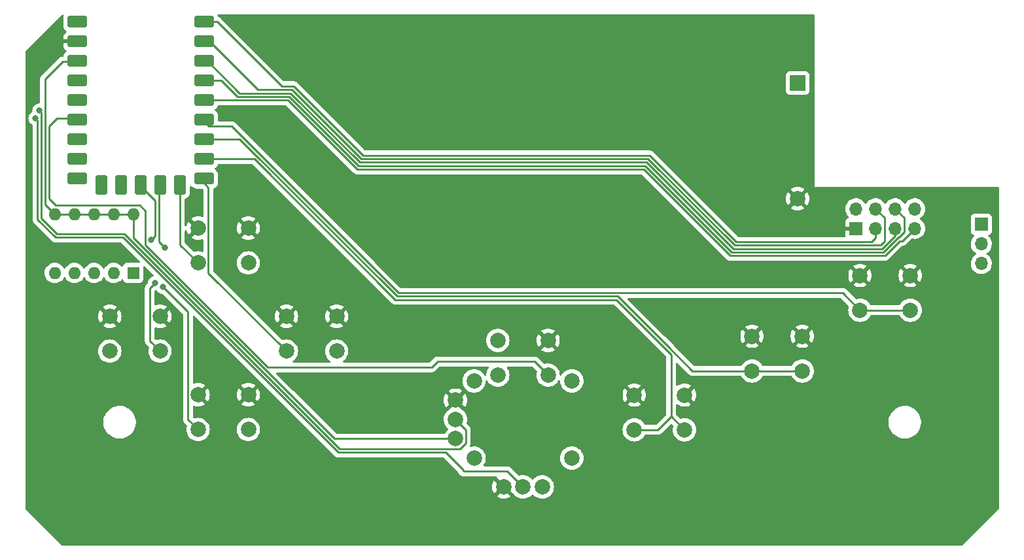
<source format=gtl>
G04 #@! TF.GenerationSoftware,KiCad,Pcbnew,(6.0.9)*
G04 #@! TF.CreationDate,2022-12-06T16:10:30-05:00*
G04 #@! TF.ProjectId,rf_controller_hw,72665f63-6f6e-4747-926f-6c6c65725f68,rev?*
G04 #@! TF.SameCoordinates,Original*
G04 #@! TF.FileFunction,Copper,L1,Top*
G04 #@! TF.FilePolarity,Positive*
%FSLAX46Y46*%
G04 Gerber Fmt 4.6, Leading zero omitted, Abs format (unit mm)*
G04 Created by KiCad (PCBNEW (6.0.9)) date 2022-12-06 16:10:30*
%MOMM*%
%LPD*%
G01*
G04 APERTURE LIST*
G04 Aperture macros list*
%AMRoundRect*
0 Rectangle with rounded corners*
0 $1 Rounding radius*
0 $2 $3 $4 $5 $6 $7 $8 $9 X,Y pos of 4 corners*
0 Add a 4 corners polygon primitive as box body*
4,1,4,$2,$3,$4,$5,$6,$7,$8,$9,$2,$3,0*
0 Add four circle primitives for the rounded corners*
1,1,$1+$1,$2,$3*
1,1,$1+$1,$4,$5*
1,1,$1+$1,$6,$7*
1,1,$1+$1,$8,$9*
0 Add four rect primitives between the rounded corners*
20,1,$1+$1,$2,$3,$4,$5,0*
20,1,$1+$1,$4,$5,$6,$7,0*
20,1,$1+$1,$6,$7,$8,$9,0*
20,1,$1+$1,$8,$9,$2,$3,0*%
G04 Aperture macros list end*
G04 #@! TA.AperFunction,ComponentPad*
%ADD10RoundRect,0.400000X-0.900000X-0.400000X0.900000X-0.400000X0.900000X0.400000X-0.900000X0.400000X0*%
G04 #@! TD*
G04 #@! TA.AperFunction,ComponentPad*
%ADD11RoundRect,0.400050X-0.899950X-0.400050X0.899950X-0.400050X0.899950X0.400050X-0.899950X0.400050X0*%
G04 #@! TD*
G04 #@! TA.AperFunction,ComponentPad*
%ADD12RoundRect,0.400000X-0.400000X-0.900000X0.400000X-0.900000X0.400000X0.900000X-0.400000X0.900000X0*%
G04 #@! TD*
G04 #@! TA.AperFunction,ComponentPad*
%ADD13RoundRect,0.393700X-0.393700X-0.906300X0.393700X-0.906300X0.393700X0.906300X-0.393700X0.906300X0*%
G04 #@! TD*
G04 #@! TA.AperFunction,ComponentPad*
%ADD14C,2.000000*%
G04 #@! TD*
G04 #@! TA.AperFunction,ComponentPad*
%ADD15R,1.700000X1.700000*%
G04 #@! TD*
G04 #@! TA.AperFunction,ComponentPad*
%ADD16O,1.700000X1.700000*%
G04 #@! TD*
G04 #@! TA.AperFunction,ComponentPad*
%ADD17C,1.998980*%
G04 #@! TD*
G04 #@! TA.AperFunction,ComponentPad*
%ADD18R,2.000000X2.000000*%
G04 #@! TD*
G04 #@! TA.AperFunction,ComponentPad*
%ADD19R,1.600000X1.600000*%
G04 #@! TD*
G04 #@! TA.AperFunction,ComponentPad*
%ADD20O,1.600000X1.600000*%
G04 #@! TD*
G04 #@! TA.AperFunction,ViaPad*
%ADD21C,0.800000*%
G04 #@! TD*
G04 #@! TA.AperFunction,Conductor*
%ADD22C,0.250000*%
G04 #@! TD*
G04 #@! TA.AperFunction,Conductor*
%ADD23C,0.254000*%
G04 #@! TD*
G04 APERTURE END LIST*
D10*
X112551000Y-47169000D03*
X112551000Y-49709000D03*
X112551000Y-52249000D03*
X112551000Y-54789000D03*
X112551000Y-57329000D03*
D11*
X112551000Y-59869000D03*
X112551000Y-62409000D03*
X112551000Y-64949000D03*
X112551000Y-67489000D03*
D12*
X109411000Y-68299000D03*
D13*
X106871000Y-68299000D03*
X104331000Y-68299000D03*
X101791000Y-68299000D03*
X99251000Y-68299000D03*
D11*
X96111000Y-67489000D03*
X96111000Y-64949000D03*
X96111000Y-62409000D03*
X96111000Y-59869000D03*
X96111000Y-57329000D03*
X96111000Y-54789000D03*
X96111000Y-52249000D03*
X96111000Y-49709000D03*
X96111000Y-47169000D03*
D14*
X183440000Y-87920000D03*
X189940000Y-87920000D03*
X189940000Y-92420000D03*
X183440000Y-92420000D03*
X118260000Y-73914000D03*
X111760000Y-73914000D03*
X118260000Y-78414000D03*
X111760000Y-78414000D03*
X111760000Y-95504000D03*
X118260000Y-95504000D03*
X111760000Y-100004000D03*
X118260000Y-100004000D03*
X100330000Y-85344000D03*
X106830000Y-85344000D03*
X100330000Y-89844000D03*
X106830000Y-89844000D03*
X197410000Y-80046000D03*
X203910000Y-80046000D03*
X203910000Y-84546000D03*
X197410000Y-84546000D03*
D15*
X213106000Y-73421000D03*
D16*
X213106000Y-75961000D03*
X213106000Y-78501000D03*
D15*
X196877000Y-73946500D03*
D16*
X196877000Y-71406500D03*
X199417000Y-73946500D03*
X199417000Y-71406500D03*
X201957000Y-73946500D03*
X201957000Y-71406500D03*
X204497000Y-73946500D03*
X204497000Y-71406500D03*
D14*
X160120095Y-103705670D03*
X160120095Y-93705670D03*
D17*
X150543895Y-92955670D03*
D14*
X147470095Y-103705670D03*
D17*
X150543895Y-88455670D03*
D14*
X147470095Y-93705670D03*
D17*
X157046295Y-92955670D03*
X157046295Y-88455670D03*
X145065095Y-101205030D03*
X145065095Y-98705670D03*
X145065095Y-96206310D03*
X156294455Y-107435670D03*
X153795095Y-107435670D03*
X151295735Y-107435670D03*
D14*
X123190000Y-85344000D03*
X129690000Y-85344000D03*
X123190000Y-89844000D03*
X129690000Y-89844000D03*
X168200000Y-95540000D03*
X174700000Y-95540000D03*
X174700000Y-100040000D03*
X168200000Y-100040000D03*
D18*
X189331000Y-55111000D03*
D14*
X189331000Y-70101000D03*
D19*
X103373000Y-79713500D03*
D20*
X100833000Y-79713500D03*
X98293000Y-79713500D03*
X95753000Y-79713500D03*
X93213000Y-79713500D03*
X93213000Y-72093500D03*
X95753000Y-72093500D03*
X98293000Y-72093500D03*
X100833000Y-72093500D03*
X103373000Y-72093500D03*
D21*
X189865000Y-47625000D03*
X208280000Y-72390000D03*
X186690000Y-78740000D03*
X190500000Y-66040000D03*
X210820000Y-69215000D03*
X189865000Y-52070000D03*
X116840000Y-59690000D03*
X90170000Y-52070000D03*
X170180000Y-83820000D03*
X166370000Y-86360000D03*
X116840000Y-46990000D03*
X140970000Y-104140000D03*
X175260000Y-85090000D03*
X105664000Y-75438000D03*
X106172000Y-81026000D03*
X107442000Y-76454000D03*
X107188000Y-81534000D03*
X90715500Y-59690000D03*
X91223500Y-58674000D03*
D22*
X98293000Y-72093500D02*
X100833000Y-72093500D01*
X129399030Y-101205030D02*
X145065095Y-101205030D01*
X100833000Y-72093500D02*
X103373000Y-72093500D01*
X96711000Y-52249000D02*
X96325624Y-52249000D01*
X93213000Y-72093500D02*
X95753000Y-72093500D01*
X96325624Y-52249000D02*
X96250624Y-52324000D01*
X91948000Y-54610000D02*
X91948000Y-70828500D01*
X96250624Y-52324000D02*
X94234000Y-52324000D01*
X91948000Y-70828500D02*
X93213000Y-72093500D01*
X103373000Y-75179000D02*
X129399030Y-101205030D01*
X103373000Y-72093500D02*
X103373000Y-75179000D01*
X95753000Y-72093500D02*
X98293000Y-72093500D01*
X94234000Y-52324000D02*
X91948000Y-54610000D01*
X96711000Y-49709000D02*
X96212604Y-49709000D01*
X111951000Y-47169000D02*
X114225000Y-47169000D01*
X198882000Y-75692000D02*
X199417000Y-75157000D01*
X170166068Y-64488000D02*
X181370068Y-75692000D01*
X133082068Y-64488000D02*
X170166068Y-64488000D01*
X124117068Y-55523000D02*
X133082068Y-64488000D01*
X114225000Y-47169000D02*
X122579000Y-55523000D01*
X199417000Y-75157000D02*
X199417000Y-73946500D01*
X181370068Y-75692000D02*
X198882000Y-75692000D01*
X122579000Y-55523000D02*
X124117068Y-55523000D01*
X181183672Y-76142000D02*
X200084396Y-76142000D01*
X113209000Y-49709000D02*
X119473000Y-55973000D01*
X111951000Y-49709000D02*
X113209000Y-49709000D01*
X169979672Y-64938000D02*
X181183672Y-76142000D01*
X123930672Y-55973000D02*
X132895672Y-64938000D01*
X200084396Y-76142000D02*
X200592000Y-75634396D01*
X200592000Y-75634396D02*
X200592000Y-72581500D01*
X200592000Y-72581500D02*
X199417000Y-71406500D01*
X119473000Y-55973000D02*
X123930672Y-55973000D01*
X132895672Y-64938000D02*
X169979672Y-64938000D01*
X132709276Y-65388000D02*
X169793276Y-65388000D01*
X201957000Y-74905792D02*
X201957000Y-73946500D01*
X117129000Y-56423000D02*
X123744276Y-56423000D01*
X123744276Y-56423000D02*
X132709276Y-65388000D01*
X200270792Y-76592000D02*
X201957000Y-74905792D01*
X180997276Y-76592000D02*
X200270792Y-76592000D01*
X111951000Y-52249000D02*
X112955000Y-52249000D01*
X169793276Y-65388000D02*
X180997276Y-76592000D01*
X112955000Y-52249000D02*
X117129000Y-56423000D01*
D23*
X203134000Y-72583500D02*
X201957000Y-71406500D01*
X202378516Y-75123500D02*
X202444530Y-75123500D01*
X132522052Y-65840000D02*
X169606052Y-65840000D01*
X180810052Y-77044000D02*
X200458016Y-77044000D01*
X116840000Y-56875000D02*
X123557052Y-56875000D01*
X200458016Y-77044000D02*
X202378516Y-75123500D01*
X111951000Y-54789000D02*
X114754000Y-54789000D01*
X203134000Y-74434030D02*
X203134000Y-72583500D01*
X123557052Y-56875000D02*
X132522052Y-65840000D01*
X114754000Y-54789000D02*
X116840000Y-56875000D01*
X169606052Y-65840000D02*
X180810052Y-77044000D01*
X202444530Y-75123500D02*
X203134000Y-74434030D01*
X180622000Y-77498000D02*
X200646068Y-77498000D01*
X202866000Y-75577500D02*
X204497000Y-73946500D01*
X123369000Y-57329000D02*
X132334000Y-66294000D01*
X169418000Y-66294000D02*
X180622000Y-77498000D01*
X111951000Y-57329000D02*
X123369000Y-57329000D01*
X202566568Y-75577500D02*
X202866000Y-75577500D01*
X200646068Y-77498000D02*
X202566568Y-75577500D01*
X132334000Y-66294000D02*
X169418000Y-66294000D01*
D22*
X106172000Y-81026000D02*
X105505000Y-81693000D01*
X105505000Y-88519000D02*
X106830000Y-89844000D01*
X106172000Y-74930000D02*
X106172000Y-70358000D01*
X106172000Y-70358000D02*
X104331000Y-68517000D01*
X104331000Y-68517000D02*
X104331000Y-67699000D01*
X105664000Y-75438000D02*
X106172000Y-74930000D01*
X105505000Y-81693000D02*
X105505000Y-88519000D01*
X109411000Y-76065000D02*
X111760000Y-78414000D01*
X109411000Y-67699000D02*
X109411000Y-76065000D01*
X107188000Y-81534000D02*
X110435000Y-84781000D01*
X106680000Y-75692000D02*
X107442000Y-76454000D01*
X106680000Y-67890000D02*
X106680000Y-74930000D01*
X106871000Y-67699000D02*
X106680000Y-67890000D01*
X110435000Y-84781000D02*
X110435000Y-98679000D01*
X110435000Y-98679000D02*
X111760000Y-100004000D01*
X106680000Y-74930000D02*
X106680000Y-75692000D01*
X113085000Y-68623000D02*
X113085000Y-79739000D01*
X113085000Y-79739000D02*
X123190000Y-89844000D01*
X111951000Y-67489000D02*
X113085000Y-68623000D01*
X171248000Y-100040000D02*
X172974000Y-98314000D01*
X137295208Y-83196000D02*
X165871604Y-83196000D01*
X165871604Y-83196000D02*
X172974000Y-90298396D01*
X168200000Y-100040000D02*
X171248000Y-100040000D01*
X172974000Y-94234000D02*
X172974000Y-98314000D01*
X172974000Y-90298396D02*
X172974000Y-94234000D01*
X119048208Y-64949000D02*
X137295208Y-83196000D01*
X172974000Y-98314000D02*
X174700000Y-100040000D01*
X111951000Y-64949000D02*
X119048208Y-64949000D01*
X120778396Y-91948000D02*
X141986000Y-91948000D01*
X142748000Y-91186000D02*
X155276625Y-91186000D01*
X92456000Y-70104000D02*
X93320500Y-70968500D01*
X155276625Y-91186000D02*
X157046295Y-92955670D01*
X104242500Y-70968500D02*
X104939000Y-71665000D01*
X104939000Y-76108604D02*
X120778396Y-91948000D01*
X92456000Y-60706000D02*
X92456000Y-70104000D01*
X93472000Y-59690000D02*
X92456000Y-60706000D01*
X96532000Y-59690000D02*
X93472000Y-59690000D01*
X141986000Y-91948000D02*
X142748000Y-91186000D01*
X104939000Y-71665000D02*
X104939000Y-76108604D01*
X96711000Y-59869000D02*
X96532000Y-59690000D01*
X93320500Y-70968500D02*
X104242500Y-70968500D01*
X90990000Y-72830396D02*
X93285604Y-75126000D01*
X129900728Y-102979520D02*
X143764000Y-102979520D01*
X93285604Y-75126000D02*
X102047208Y-75126000D01*
X151769425Y-105410000D02*
X153795095Y-107435670D01*
X143764000Y-102979520D02*
X146050000Y-105265520D01*
X146050000Y-105410000D02*
X151769425Y-105410000D01*
X90990000Y-59964500D02*
X90990000Y-72830396D01*
X102047208Y-75126000D02*
X129900728Y-102979520D01*
X90715500Y-59690000D02*
X90990000Y-59964500D01*
X146050000Y-105265520D02*
X146050000Y-105410000D01*
X130087124Y-102529520D02*
X145613717Y-102529520D01*
X146389585Y-100030160D02*
X145065095Y-98705670D01*
X91223500Y-58674000D02*
X91440000Y-58890500D01*
X93472000Y-74676000D02*
X102233604Y-74676000D01*
X102233604Y-74676000D02*
X130087124Y-102529520D01*
X146389585Y-101753652D02*
X146389585Y-100030160D01*
X145613717Y-102529520D02*
X146389585Y-101753652D01*
X91440000Y-72644000D02*
X93472000Y-74676000D01*
X91440000Y-58890500D02*
X91440000Y-72644000D01*
X197410000Y-84546000D02*
X203910000Y-84546000D01*
X195160000Y-82296000D02*
X197410000Y-84546000D01*
X112336376Y-59869000D02*
X113173376Y-60706000D01*
X113173376Y-60706000D02*
X116078000Y-60706000D01*
X111951000Y-59869000D02*
X112336376Y-59869000D01*
X116078000Y-60706000D02*
X137668000Y-82296000D01*
X137668000Y-82296000D02*
X195160000Y-82296000D01*
X175732000Y-92420000D02*
X172466000Y-89154000D01*
X183440000Y-92420000D02*
X189940000Y-92420000D01*
X183440000Y-92420000D02*
X175732000Y-92420000D01*
X117144604Y-62409000D02*
X137481604Y-82746000D01*
X137481604Y-82746000D02*
X166058000Y-82746000D01*
X166058000Y-82746000D02*
X172466000Y-89154000D01*
X111951000Y-62409000D02*
X117144604Y-62409000D01*
G04 #@! TA.AperFunction,Conductor*
G36*
X94329240Y-46248502D02*
G01*
X94375733Y-46302158D01*
X94385837Y-46372432D01*
X94373386Y-46411702D01*
X94361171Y-46435677D01*
X94358173Y-46441561D01*
X94308742Y-46626039D01*
X94308289Y-46631793D01*
X94308289Y-46631794D01*
X94303483Y-46692865D01*
X94302500Y-46705354D01*
X94302500Y-47632646D01*
X94308742Y-47711961D01*
X94358173Y-47896439D01*
X94444878Y-48066608D01*
X94449031Y-48071737D01*
X94449032Y-48071738D01*
X94537412Y-48180878D01*
X94565069Y-48215031D01*
X94713492Y-48335222D01*
X94713814Y-48335386D01*
X94758542Y-48387507D01*
X94768309Y-48457828D01*
X94738508Y-48522267D01*
X94712306Y-48544971D01*
X94708635Y-48547355D01*
X94570551Y-48659174D01*
X94561274Y-48668451D01*
X94449454Y-48806536D01*
X94442304Y-48817547D01*
X94361637Y-48975864D01*
X94356936Y-48988110D01*
X94310733Y-49160543D01*
X94308786Y-49171870D01*
X94303193Y-49242935D01*
X94303000Y-49247862D01*
X94303000Y-49436885D01*
X94307475Y-49452124D01*
X94308865Y-49453329D01*
X94316548Y-49455000D01*
X96239000Y-49455000D01*
X96307121Y-49475002D01*
X96353614Y-49528658D01*
X96365000Y-49581000D01*
X96365000Y-49837000D01*
X96344998Y-49905121D01*
X96291342Y-49951614D01*
X96239000Y-49963000D01*
X94321115Y-49963000D01*
X94305876Y-49967475D01*
X94304671Y-49968865D01*
X94303000Y-49976548D01*
X94303000Y-50170139D01*
X94303193Y-50175065D01*
X94308786Y-50246130D01*
X94310733Y-50257457D01*
X94356936Y-50429890D01*
X94361637Y-50442136D01*
X94442304Y-50600453D01*
X94449454Y-50611464D01*
X94561274Y-50749549D01*
X94570551Y-50758826D01*
X94708635Y-50870645D01*
X94712306Y-50873029D01*
X94758541Y-50926906D01*
X94768309Y-50997228D01*
X94738508Y-51061667D01*
X94715076Y-51081971D01*
X94713492Y-51082778D01*
X94565069Y-51202969D01*
X94560919Y-51208094D01*
X94560918Y-51208095D01*
X94529421Y-51246991D01*
X94444878Y-51351392D01*
X94358173Y-51521561D01*
X94356465Y-51527937D01*
X94356463Y-51527941D01*
X94337928Y-51597112D01*
X94300977Y-51657734D01*
X94237116Y-51688756D01*
X94216222Y-51690500D01*
X94194144Y-51690500D01*
X94190210Y-51690997D01*
X94190209Y-51690997D01*
X94190144Y-51691005D01*
X94178307Y-51691938D01*
X94146490Y-51692938D01*
X94142029Y-51693078D01*
X94134110Y-51693327D01*
X94116454Y-51698456D01*
X94114658Y-51698978D01*
X94095306Y-51702986D01*
X94088235Y-51703880D01*
X94075203Y-51705526D01*
X94067834Y-51708443D01*
X94067832Y-51708444D01*
X94034097Y-51721800D01*
X94022869Y-51725645D01*
X93980407Y-51737982D01*
X93973585Y-51742016D01*
X93973579Y-51742019D01*
X93962968Y-51748294D01*
X93945218Y-51756990D01*
X93933756Y-51761528D01*
X93933751Y-51761531D01*
X93926383Y-51764448D01*
X93919968Y-51769109D01*
X93890625Y-51790427D01*
X93880707Y-51796943D01*
X93862019Y-51807995D01*
X93842637Y-51819458D01*
X93828313Y-51833782D01*
X93813281Y-51846621D01*
X93796893Y-51858528D01*
X93768712Y-51892593D01*
X93760722Y-51901373D01*
X91555747Y-54106348D01*
X91547461Y-54113888D01*
X91540982Y-54118000D01*
X91535557Y-54123777D01*
X91494357Y-54167651D01*
X91491602Y-54170493D01*
X91471865Y-54190230D01*
X91469385Y-54193427D01*
X91461682Y-54202447D01*
X91431414Y-54234679D01*
X91427595Y-54241625D01*
X91427593Y-54241628D01*
X91421652Y-54252434D01*
X91410801Y-54268953D01*
X91398386Y-54284959D01*
X91395241Y-54292228D01*
X91395238Y-54292232D01*
X91380826Y-54325537D01*
X91375609Y-54336187D01*
X91354305Y-54374940D01*
X91352334Y-54382615D01*
X91352334Y-54382616D01*
X91349267Y-54394562D01*
X91342863Y-54413266D01*
X91334819Y-54431855D01*
X91333580Y-54439678D01*
X91333577Y-54439688D01*
X91327901Y-54475524D01*
X91325495Y-54487144D01*
X91314500Y-54529970D01*
X91314500Y-54550224D01*
X91312949Y-54569934D01*
X91309780Y-54589943D01*
X91310526Y-54597835D01*
X91313941Y-54633961D01*
X91314500Y-54645819D01*
X91314500Y-57639500D01*
X91294498Y-57707621D01*
X91240842Y-57754114D01*
X91188500Y-57765500D01*
X91128013Y-57765500D01*
X91121561Y-57766872D01*
X91121556Y-57766872D01*
X91034613Y-57785353D01*
X90941212Y-57805206D01*
X90935182Y-57807891D01*
X90935181Y-57807891D01*
X90772778Y-57880197D01*
X90772776Y-57880198D01*
X90766748Y-57882882D01*
X90612247Y-57995134D01*
X90607826Y-58000044D01*
X90607825Y-58000045D01*
X90606601Y-58001405D01*
X90484460Y-58137056D01*
X90388973Y-58302444D01*
X90329958Y-58484072D01*
X90329268Y-58490633D01*
X90329268Y-58490635D01*
X90326603Y-58515990D01*
X90309996Y-58674000D01*
X90313458Y-58706933D01*
X90320874Y-58777495D01*
X90308102Y-58847334D01*
X90259904Y-58898367D01*
X90258748Y-58898882D01*
X90253406Y-58902764D01*
X90253403Y-58902765D01*
X90242146Y-58910944D01*
X90104247Y-59011134D01*
X90099826Y-59016044D01*
X90099825Y-59016045D01*
X89992105Y-59135681D01*
X89976460Y-59153056D01*
X89880973Y-59318444D01*
X89821958Y-59500072D01*
X89801996Y-59690000D01*
X89821958Y-59879928D01*
X89880973Y-60061556D01*
X89884276Y-60067278D01*
X89884277Y-60067279D01*
X89907364Y-60107267D01*
X89976460Y-60226944D01*
X89980878Y-60231851D01*
X89980879Y-60231852D01*
X90071634Y-60332646D01*
X90104247Y-60368866D01*
X90258748Y-60481118D01*
X90264775Y-60483801D01*
X90264783Y-60483806D01*
X90281750Y-60491360D01*
X90335845Y-60537340D01*
X90356500Y-60606466D01*
X90356500Y-72751629D01*
X90355973Y-72762812D01*
X90354298Y-72770305D01*
X90354547Y-72778231D01*
X90354547Y-72778232D01*
X90356438Y-72838382D01*
X90356500Y-72842341D01*
X90356500Y-72870252D01*
X90356997Y-72874186D01*
X90356997Y-72874187D01*
X90357005Y-72874252D01*
X90357938Y-72886089D01*
X90359327Y-72930285D01*
X90364978Y-72949735D01*
X90368987Y-72969096D01*
X90371526Y-72989193D01*
X90374445Y-72996564D01*
X90374445Y-72996566D01*
X90387804Y-73030308D01*
X90391649Y-73041538D01*
X90394656Y-73051887D01*
X90403982Y-73083989D01*
X90408015Y-73090808D01*
X90408017Y-73090813D01*
X90414293Y-73101424D01*
X90422988Y-73119172D01*
X90430448Y-73138013D01*
X90435110Y-73144429D01*
X90435110Y-73144430D01*
X90456436Y-73173783D01*
X90462952Y-73183703D01*
X90478316Y-73209681D01*
X90485458Y-73221758D01*
X90499779Y-73236079D01*
X90512619Y-73251112D01*
X90524528Y-73267503D01*
X90539615Y-73279984D01*
X90558605Y-73295694D01*
X90567384Y-73303684D01*
X92781947Y-75518247D01*
X92789491Y-75526537D01*
X92793604Y-75533018D01*
X92799381Y-75538443D01*
X92843271Y-75579658D01*
X92846113Y-75582413D01*
X92865834Y-75602134D01*
X92869029Y-75604612D01*
X92878051Y-75612318D01*
X92910283Y-75642586D01*
X92917232Y-75646406D01*
X92928036Y-75652346D01*
X92944560Y-75663199D01*
X92960563Y-75675613D01*
X93001147Y-75693176D01*
X93011777Y-75698383D01*
X93050544Y-75719695D01*
X93058221Y-75721666D01*
X93058226Y-75721668D01*
X93070162Y-75724732D01*
X93088870Y-75731137D01*
X93107459Y-75739181D01*
X93115287Y-75740421D01*
X93115294Y-75740423D01*
X93151128Y-75746099D01*
X93162748Y-75748505D01*
X93197893Y-75757528D01*
X93205574Y-75759500D01*
X93225828Y-75759500D01*
X93245538Y-75761051D01*
X93265547Y-75764220D01*
X93273439Y-75763474D01*
X93309565Y-75760059D01*
X93321423Y-75759500D01*
X101732614Y-75759500D01*
X101800735Y-75779502D01*
X101821709Y-75796405D01*
X104215209Y-78189905D01*
X104249235Y-78252217D01*
X104244170Y-78323032D01*
X104201623Y-78379868D01*
X104135103Y-78404679D01*
X104126114Y-78405000D01*
X102524866Y-78405000D01*
X102462684Y-78411755D01*
X102326295Y-78462885D01*
X102209739Y-78550239D01*
X102122385Y-78666795D01*
X102071255Y-78803184D01*
X102070083Y-78813974D01*
X102069197Y-78816106D01*
X102068575Y-78818722D01*
X102068152Y-78818621D01*
X102042845Y-78879535D01*
X101984483Y-78919963D01*
X101913529Y-78922422D01*
X101852510Y-78886129D01*
X101845511Y-78877469D01*
X101842354Y-78873707D01*
X101839198Y-78869200D01*
X101677300Y-78707302D01*
X101672792Y-78704145D01*
X101672789Y-78704143D01*
X101532936Y-78606217D01*
X101489749Y-78575977D01*
X101484767Y-78573654D01*
X101484762Y-78573651D01*
X101287225Y-78481539D01*
X101287224Y-78481539D01*
X101282243Y-78479216D01*
X101276935Y-78477794D01*
X101276933Y-78477793D01*
X101066402Y-78421381D01*
X101066400Y-78421381D01*
X101061087Y-78419957D01*
X100833000Y-78400002D01*
X100604913Y-78419957D01*
X100599600Y-78421381D01*
X100599598Y-78421381D01*
X100389067Y-78477793D01*
X100389065Y-78477794D01*
X100383757Y-78479216D01*
X100378776Y-78481539D01*
X100378775Y-78481539D01*
X100181238Y-78573651D01*
X100181233Y-78573654D01*
X100176251Y-78575977D01*
X100133064Y-78606217D01*
X99993211Y-78704143D01*
X99993208Y-78704145D01*
X99988700Y-78707302D01*
X99826802Y-78869200D01*
X99823645Y-78873708D01*
X99823643Y-78873711D01*
X99799186Y-78908639D01*
X99695477Y-79056751D01*
X99693154Y-79061733D01*
X99693151Y-79061738D01*
X99677195Y-79095957D01*
X99630278Y-79149242D01*
X99562001Y-79168703D01*
X99494041Y-79148161D01*
X99448805Y-79095957D01*
X99432849Y-79061738D01*
X99432846Y-79061733D01*
X99430523Y-79056751D01*
X99326814Y-78908639D01*
X99302357Y-78873711D01*
X99302355Y-78873708D01*
X99299198Y-78869200D01*
X99137300Y-78707302D01*
X99132792Y-78704145D01*
X99132789Y-78704143D01*
X98992936Y-78606217D01*
X98949749Y-78575977D01*
X98944767Y-78573654D01*
X98944762Y-78573651D01*
X98747225Y-78481539D01*
X98747224Y-78481539D01*
X98742243Y-78479216D01*
X98736935Y-78477794D01*
X98736933Y-78477793D01*
X98526402Y-78421381D01*
X98526400Y-78421381D01*
X98521087Y-78419957D01*
X98293000Y-78400002D01*
X98064913Y-78419957D01*
X98059600Y-78421381D01*
X98059598Y-78421381D01*
X97849067Y-78477793D01*
X97849065Y-78477794D01*
X97843757Y-78479216D01*
X97838776Y-78481539D01*
X97838775Y-78481539D01*
X97641238Y-78573651D01*
X97641233Y-78573654D01*
X97636251Y-78575977D01*
X97593064Y-78606217D01*
X97453211Y-78704143D01*
X97453208Y-78704145D01*
X97448700Y-78707302D01*
X97286802Y-78869200D01*
X97283645Y-78873708D01*
X97283643Y-78873711D01*
X97259186Y-78908639D01*
X97155477Y-79056751D01*
X97153154Y-79061733D01*
X97153151Y-79061738D01*
X97137195Y-79095957D01*
X97090278Y-79149242D01*
X97022001Y-79168703D01*
X96954041Y-79148161D01*
X96908805Y-79095957D01*
X96892849Y-79061738D01*
X96892846Y-79061733D01*
X96890523Y-79056751D01*
X96786814Y-78908639D01*
X96762357Y-78873711D01*
X96762355Y-78873708D01*
X96759198Y-78869200D01*
X96597300Y-78707302D01*
X96592792Y-78704145D01*
X96592789Y-78704143D01*
X96452936Y-78606217D01*
X96409749Y-78575977D01*
X96404767Y-78573654D01*
X96404762Y-78573651D01*
X96207225Y-78481539D01*
X96207224Y-78481539D01*
X96202243Y-78479216D01*
X96196935Y-78477794D01*
X96196933Y-78477793D01*
X95986402Y-78421381D01*
X95986400Y-78421381D01*
X95981087Y-78419957D01*
X95753000Y-78400002D01*
X95524913Y-78419957D01*
X95519600Y-78421381D01*
X95519598Y-78421381D01*
X95309067Y-78477793D01*
X95309065Y-78477794D01*
X95303757Y-78479216D01*
X95298776Y-78481539D01*
X95298775Y-78481539D01*
X95101238Y-78573651D01*
X95101233Y-78573654D01*
X95096251Y-78575977D01*
X95053064Y-78606217D01*
X94913211Y-78704143D01*
X94913208Y-78704145D01*
X94908700Y-78707302D01*
X94746802Y-78869200D01*
X94743645Y-78873708D01*
X94743643Y-78873711D01*
X94719186Y-78908639D01*
X94615477Y-79056751D01*
X94613154Y-79061733D01*
X94613151Y-79061738D01*
X94597195Y-79095957D01*
X94550278Y-79149242D01*
X94482001Y-79168703D01*
X94414041Y-79148161D01*
X94368805Y-79095957D01*
X94352849Y-79061738D01*
X94352846Y-79061733D01*
X94350523Y-79056751D01*
X94246814Y-78908639D01*
X94222357Y-78873711D01*
X94222355Y-78873708D01*
X94219198Y-78869200D01*
X94057300Y-78707302D01*
X94052792Y-78704145D01*
X94052789Y-78704143D01*
X93912936Y-78606217D01*
X93869749Y-78575977D01*
X93864767Y-78573654D01*
X93864762Y-78573651D01*
X93667225Y-78481539D01*
X93667224Y-78481539D01*
X93662243Y-78479216D01*
X93656935Y-78477794D01*
X93656933Y-78477793D01*
X93446402Y-78421381D01*
X93446400Y-78421381D01*
X93441087Y-78419957D01*
X93213000Y-78400002D01*
X92984913Y-78419957D01*
X92979600Y-78421381D01*
X92979598Y-78421381D01*
X92769067Y-78477793D01*
X92769065Y-78477794D01*
X92763757Y-78479216D01*
X92758776Y-78481539D01*
X92758775Y-78481539D01*
X92561238Y-78573651D01*
X92561233Y-78573654D01*
X92556251Y-78575977D01*
X92513064Y-78606217D01*
X92373211Y-78704143D01*
X92373208Y-78704145D01*
X92368700Y-78707302D01*
X92206802Y-78869200D01*
X92203645Y-78873708D01*
X92203643Y-78873711D01*
X92179186Y-78908639D01*
X92075477Y-79056751D01*
X92073154Y-79061733D01*
X92073151Y-79061738D01*
X92005286Y-79207277D01*
X91978716Y-79264257D01*
X91977294Y-79269565D01*
X91977293Y-79269567D01*
X91923311Y-79471031D01*
X91919457Y-79485413D01*
X91899502Y-79713500D01*
X91919457Y-79941587D01*
X91920881Y-79946900D01*
X91920881Y-79946902D01*
X91959843Y-80092307D01*
X91978716Y-80162743D01*
X91981039Y-80167724D01*
X91981039Y-80167725D01*
X92073151Y-80365262D01*
X92073154Y-80365267D01*
X92075477Y-80370249D01*
X92106665Y-80414790D01*
X92172371Y-80508627D01*
X92206802Y-80557800D01*
X92368700Y-80719698D01*
X92373208Y-80722855D01*
X92373211Y-80722857D01*
X92414542Y-80751797D01*
X92556251Y-80851023D01*
X92561233Y-80853346D01*
X92561238Y-80853349D01*
X92758775Y-80945461D01*
X92763757Y-80947784D01*
X92769065Y-80949206D01*
X92769067Y-80949207D01*
X92979598Y-81005619D01*
X92979600Y-81005619D01*
X92984913Y-81007043D01*
X93213000Y-81026998D01*
X93441087Y-81007043D01*
X93446400Y-81005619D01*
X93446402Y-81005619D01*
X93656933Y-80949207D01*
X93656935Y-80949206D01*
X93662243Y-80947784D01*
X93667225Y-80945461D01*
X93864762Y-80853349D01*
X93864767Y-80853346D01*
X93869749Y-80851023D01*
X94011458Y-80751797D01*
X94052789Y-80722857D01*
X94052792Y-80722855D01*
X94057300Y-80719698D01*
X94219198Y-80557800D01*
X94253630Y-80508627D01*
X94319335Y-80414790D01*
X94350523Y-80370249D01*
X94352846Y-80365267D01*
X94352849Y-80365262D01*
X94368805Y-80331043D01*
X94415722Y-80277758D01*
X94483999Y-80258297D01*
X94551959Y-80278839D01*
X94597195Y-80331043D01*
X94613151Y-80365262D01*
X94613154Y-80365267D01*
X94615477Y-80370249D01*
X94646665Y-80414790D01*
X94712371Y-80508627D01*
X94746802Y-80557800D01*
X94908700Y-80719698D01*
X94913208Y-80722855D01*
X94913211Y-80722857D01*
X94954542Y-80751797D01*
X95096251Y-80851023D01*
X95101233Y-80853346D01*
X95101238Y-80853349D01*
X95298775Y-80945461D01*
X95303757Y-80947784D01*
X95309065Y-80949206D01*
X95309067Y-80949207D01*
X95519598Y-81005619D01*
X95519600Y-81005619D01*
X95524913Y-81007043D01*
X95753000Y-81026998D01*
X95981087Y-81007043D01*
X95986400Y-81005619D01*
X95986402Y-81005619D01*
X96196933Y-80949207D01*
X96196935Y-80949206D01*
X96202243Y-80947784D01*
X96207225Y-80945461D01*
X96404762Y-80853349D01*
X96404767Y-80853346D01*
X96409749Y-80851023D01*
X96551458Y-80751797D01*
X96592789Y-80722857D01*
X96592792Y-80722855D01*
X96597300Y-80719698D01*
X96759198Y-80557800D01*
X96793630Y-80508627D01*
X96859335Y-80414790D01*
X96890523Y-80370249D01*
X96892846Y-80365267D01*
X96892849Y-80365262D01*
X96908805Y-80331043D01*
X96955722Y-80277758D01*
X97023999Y-80258297D01*
X97091959Y-80278839D01*
X97137195Y-80331043D01*
X97153151Y-80365262D01*
X97153154Y-80365267D01*
X97155477Y-80370249D01*
X97186665Y-80414790D01*
X97252371Y-80508627D01*
X97286802Y-80557800D01*
X97448700Y-80719698D01*
X97453208Y-80722855D01*
X97453211Y-80722857D01*
X97494542Y-80751797D01*
X97636251Y-80851023D01*
X97641233Y-80853346D01*
X97641238Y-80853349D01*
X97838775Y-80945461D01*
X97843757Y-80947784D01*
X97849065Y-80949206D01*
X97849067Y-80949207D01*
X98059598Y-81005619D01*
X98059600Y-81005619D01*
X98064913Y-81007043D01*
X98293000Y-81026998D01*
X98521087Y-81007043D01*
X98526400Y-81005619D01*
X98526402Y-81005619D01*
X98736933Y-80949207D01*
X98736935Y-80949206D01*
X98742243Y-80947784D01*
X98747225Y-80945461D01*
X98944762Y-80853349D01*
X98944767Y-80853346D01*
X98949749Y-80851023D01*
X99091458Y-80751797D01*
X99132789Y-80722857D01*
X99132792Y-80722855D01*
X99137300Y-80719698D01*
X99299198Y-80557800D01*
X99333630Y-80508627D01*
X99399335Y-80414790D01*
X99430523Y-80370249D01*
X99432846Y-80365267D01*
X99432849Y-80365262D01*
X99448805Y-80331043D01*
X99495722Y-80277758D01*
X99563999Y-80258297D01*
X99631959Y-80278839D01*
X99677195Y-80331043D01*
X99693151Y-80365262D01*
X99693154Y-80365267D01*
X99695477Y-80370249D01*
X99726665Y-80414790D01*
X99792371Y-80508627D01*
X99826802Y-80557800D01*
X99988700Y-80719698D01*
X99993208Y-80722855D01*
X99993211Y-80722857D01*
X100034542Y-80751797D01*
X100176251Y-80851023D01*
X100181233Y-80853346D01*
X100181238Y-80853349D01*
X100378775Y-80945461D01*
X100383757Y-80947784D01*
X100389065Y-80949206D01*
X100389067Y-80949207D01*
X100599598Y-81005619D01*
X100599600Y-81005619D01*
X100604913Y-81007043D01*
X100833000Y-81026998D01*
X101061087Y-81007043D01*
X101066400Y-81005619D01*
X101066402Y-81005619D01*
X101276933Y-80949207D01*
X101276935Y-80949206D01*
X101282243Y-80947784D01*
X101287225Y-80945461D01*
X101484762Y-80853349D01*
X101484767Y-80853346D01*
X101489749Y-80851023D01*
X101631458Y-80751797D01*
X101672789Y-80722857D01*
X101672792Y-80722855D01*
X101677300Y-80719698D01*
X101839198Y-80557800D01*
X101842357Y-80553289D01*
X101845892Y-80549076D01*
X101847026Y-80550027D01*
X101897071Y-80510029D01*
X101967690Y-80502724D01*
X102031049Y-80534758D01*
X102067030Y-80595962D01*
X102070082Y-80613017D01*
X102071255Y-80623816D01*
X102122385Y-80760205D01*
X102209739Y-80876761D01*
X102326295Y-80964115D01*
X102462684Y-81015245D01*
X102524866Y-81022000D01*
X104221134Y-81022000D01*
X104283316Y-81015245D01*
X104419705Y-80964115D01*
X104536261Y-80876761D01*
X104623615Y-80760205D01*
X104674745Y-80623816D01*
X104681500Y-80561634D01*
X104681500Y-78960386D01*
X104701502Y-78892265D01*
X104755158Y-78845772D01*
X104825432Y-78835668D01*
X104890012Y-78865162D01*
X104896595Y-78871291D01*
X105967090Y-79941786D01*
X106001116Y-80004098D01*
X105996051Y-80074913D01*
X105953504Y-80131749D01*
X105904193Y-80154127D01*
X105896177Y-80155831D01*
X105896170Y-80155833D01*
X105889712Y-80157206D01*
X105883682Y-80159891D01*
X105883681Y-80159891D01*
X105721278Y-80232197D01*
X105721276Y-80232198D01*
X105715248Y-80234882D01*
X105560747Y-80347134D01*
X105432960Y-80489056D01*
X105337473Y-80654444D01*
X105278458Y-80836072D01*
X105277768Y-80842633D01*
X105277768Y-80842635D01*
X105261093Y-81001292D01*
X105234080Y-81066949D01*
X105224878Y-81077217D01*
X105112747Y-81189348D01*
X105104461Y-81196888D01*
X105097982Y-81201000D01*
X105092557Y-81206777D01*
X105051357Y-81250651D01*
X105048602Y-81253493D01*
X105028865Y-81273230D01*
X105026385Y-81276427D01*
X105018682Y-81285447D01*
X104988414Y-81317679D01*
X104984595Y-81324625D01*
X104984593Y-81324628D01*
X104978652Y-81335434D01*
X104967801Y-81351953D01*
X104955386Y-81367959D01*
X104952241Y-81375228D01*
X104952238Y-81375232D01*
X104937826Y-81408537D01*
X104932609Y-81419187D01*
X104911305Y-81457940D01*
X104909334Y-81465615D01*
X104909334Y-81465616D01*
X104906267Y-81477562D01*
X104899863Y-81496266D01*
X104891819Y-81514855D01*
X104890580Y-81522678D01*
X104890577Y-81522688D01*
X104884901Y-81558524D01*
X104882495Y-81570144D01*
X104871500Y-81612970D01*
X104871500Y-81633224D01*
X104869949Y-81652934D01*
X104866780Y-81672943D01*
X104867526Y-81680835D01*
X104870941Y-81716961D01*
X104871500Y-81728819D01*
X104871500Y-88440233D01*
X104870973Y-88451416D01*
X104869298Y-88458909D01*
X104869547Y-88466835D01*
X104869547Y-88466836D01*
X104871438Y-88526986D01*
X104871500Y-88530945D01*
X104871500Y-88558856D01*
X104871997Y-88562790D01*
X104871997Y-88562791D01*
X104872005Y-88562856D01*
X104872938Y-88574693D01*
X104874327Y-88618889D01*
X104879978Y-88638339D01*
X104883987Y-88657700D01*
X104886526Y-88677797D01*
X104889445Y-88685168D01*
X104889445Y-88685170D01*
X104902804Y-88718912D01*
X104906649Y-88730142D01*
X104918982Y-88772593D01*
X104923015Y-88779412D01*
X104923017Y-88779417D01*
X104929293Y-88790028D01*
X104937988Y-88807776D01*
X104945448Y-88826617D01*
X104950110Y-88833033D01*
X104950110Y-88833034D01*
X104971436Y-88862387D01*
X104977952Y-88872307D01*
X105000458Y-88910362D01*
X105014779Y-88924683D01*
X105027619Y-88939716D01*
X105039528Y-88956107D01*
X105045634Y-88961158D01*
X105073605Y-88984298D01*
X105082384Y-88992288D01*
X105355636Y-89265540D01*
X105389662Y-89327852D01*
X105389060Y-89384049D01*
X105335465Y-89607289D01*
X105316835Y-89844000D01*
X105335465Y-90080711D01*
X105390895Y-90311594D01*
X105392788Y-90316165D01*
X105392789Y-90316167D01*
X105478833Y-90523896D01*
X105481760Y-90530963D01*
X105484346Y-90535183D01*
X105603241Y-90729202D01*
X105603245Y-90729208D01*
X105605824Y-90733416D01*
X105760031Y-90913969D01*
X105940584Y-91068176D01*
X105944792Y-91070755D01*
X105944798Y-91070759D01*
X106138817Y-91189654D01*
X106143037Y-91192240D01*
X106147607Y-91194133D01*
X106147611Y-91194135D01*
X106349106Y-91277596D01*
X106362406Y-91283105D01*
X106442609Y-91302360D01*
X106588476Y-91337380D01*
X106588482Y-91337381D01*
X106593289Y-91338535D01*
X106830000Y-91357165D01*
X107066711Y-91338535D01*
X107071518Y-91337381D01*
X107071524Y-91337380D01*
X107217391Y-91302360D01*
X107297594Y-91283105D01*
X107310894Y-91277596D01*
X107512389Y-91194135D01*
X107512393Y-91194133D01*
X107516963Y-91192240D01*
X107521183Y-91189654D01*
X107715202Y-91070759D01*
X107715208Y-91070755D01*
X107719416Y-91068176D01*
X107899969Y-90913969D01*
X108054176Y-90733416D01*
X108056755Y-90729208D01*
X108056759Y-90729202D01*
X108175654Y-90535183D01*
X108178240Y-90530963D01*
X108181168Y-90523896D01*
X108267211Y-90316167D01*
X108267212Y-90316165D01*
X108269105Y-90311594D01*
X108324535Y-90080711D01*
X108343165Y-89844000D01*
X108324535Y-89607289D01*
X108269105Y-89376406D01*
X108248994Y-89327853D01*
X108180135Y-89161611D01*
X108180133Y-89161607D01*
X108178240Y-89157037D01*
X108167977Y-89140290D01*
X108056759Y-88958798D01*
X108056755Y-88958792D01*
X108054176Y-88954584D01*
X107899969Y-88774031D01*
X107719416Y-88619824D01*
X107715208Y-88617245D01*
X107715202Y-88617241D01*
X107521183Y-88498346D01*
X107516963Y-88495760D01*
X107512393Y-88493867D01*
X107512389Y-88493865D01*
X107302167Y-88406789D01*
X107302165Y-88406788D01*
X107297594Y-88404895D01*
X107204841Y-88382627D01*
X107071524Y-88350620D01*
X107071518Y-88350619D01*
X107066711Y-88349465D01*
X106830000Y-88330835D01*
X106593289Y-88349465D01*
X106588482Y-88350619D01*
X106588476Y-88350620D01*
X106455159Y-88382627D01*
X106370049Y-88403060D01*
X106299142Y-88399513D01*
X106251541Y-88369636D01*
X106175405Y-88293500D01*
X106141379Y-88231188D01*
X106138500Y-88204405D01*
X106138500Y-86878391D01*
X106158502Y-86810270D01*
X106212158Y-86763777D01*
X106282432Y-86753673D01*
X106312719Y-86761982D01*
X106357993Y-86780735D01*
X106367373Y-86783783D01*
X106588554Y-86836885D01*
X106598301Y-86838428D01*
X106825070Y-86856275D01*
X106834930Y-86856275D01*
X107061699Y-86838428D01*
X107071446Y-86836885D01*
X107292627Y-86783783D01*
X107302012Y-86780734D01*
X107512163Y-86693687D01*
X107520958Y-86689205D01*
X107688445Y-86586568D01*
X107697907Y-86576110D01*
X107694124Y-86567334D01*
X106559885Y-85433095D01*
X106525859Y-85370783D01*
X106527694Y-85345132D01*
X107194408Y-85345132D01*
X107194539Y-85346965D01*
X107198790Y-85353580D01*
X108050290Y-86205080D01*
X108062670Y-86211840D01*
X108070320Y-86206113D01*
X108175205Y-86034958D01*
X108179687Y-86026163D01*
X108266734Y-85816012D01*
X108269783Y-85806627D01*
X108322885Y-85585446D01*
X108324428Y-85575699D01*
X108342275Y-85348930D01*
X108342275Y-85339070D01*
X108324428Y-85112301D01*
X108322885Y-85102554D01*
X108269783Y-84881373D01*
X108266734Y-84871988D01*
X108179687Y-84661837D01*
X108175205Y-84653042D01*
X108072568Y-84485555D01*
X108062110Y-84476093D01*
X108053334Y-84479876D01*
X107202022Y-85331188D01*
X107194408Y-85345132D01*
X106527694Y-85345132D01*
X106530924Y-85299968D01*
X106559885Y-85254905D01*
X107691080Y-84123710D01*
X107697840Y-84111330D01*
X107692113Y-84103680D01*
X107520958Y-83998795D01*
X107512163Y-83994313D01*
X107302012Y-83907266D01*
X107292627Y-83904217D01*
X107071446Y-83851115D01*
X107061699Y-83849572D01*
X106834930Y-83831725D01*
X106825070Y-83831725D01*
X106598301Y-83849572D01*
X106588554Y-83851115D01*
X106367373Y-83904217D01*
X106357993Y-83907265D01*
X106312719Y-83926018D01*
X106242129Y-83933607D01*
X106178642Y-83901828D01*
X106142414Y-83840770D01*
X106138500Y-83809609D01*
X106138500Y-82060500D01*
X106158502Y-81992379D01*
X106212158Y-81945886D01*
X106254475Y-81936681D01*
X106254318Y-81935190D01*
X106260884Y-81934500D01*
X106267487Y-81934500D01*
X106273944Y-81933128D01*
X106280515Y-81932437D01*
X106280780Y-81934960D01*
X106340195Y-81939488D01*
X106396831Y-81982299D01*
X106404728Y-81994332D01*
X106448960Y-82070944D01*
X106576747Y-82212866D01*
X106731248Y-82325118D01*
X106737276Y-82327802D01*
X106737278Y-82327803D01*
X106899681Y-82400109D01*
X106905712Y-82402794D01*
X106999112Y-82422647D01*
X107086056Y-82441128D01*
X107086061Y-82441128D01*
X107092513Y-82442500D01*
X107148406Y-82442500D01*
X107216527Y-82462502D01*
X107237501Y-82479405D01*
X109764595Y-85006499D01*
X109798621Y-85068811D01*
X109801500Y-85095594D01*
X109801500Y-98600233D01*
X109800973Y-98611416D01*
X109799298Y-98618909D01*
X109799547Y-98626835D01*
X109799547Y-98626836D01*
X109801438Y-98686986D01*
X109801500Y-98690945D01*
X109801500Y-98718856D01*
X109801997Y-98722790D01*
X109801997Y-98722791D01*
X109802005Y-98722856D01*
X109802938Y-98734693D01*
X109804327Y-98778889D01*
X109809978Y-98798339D01*
X109813987Y-98817700D01*
X109816526Y-98837797D01*
X109819445Y-98845168D01*
X109819445Y-98845170D01*
X109832804Y-98878912D01*
X109836649Y-98890142D01*
X109846209Y-98923049D01*
X109848982Y-98932593D01*
X109853015Y-98939412D01*
X109853017Y-98939417D01*
X109859293Y-98950028D01*
X109867988Y-98967776D01*
X109875448Y-98986617D01*
X109880110Y-98993033D01*
X109880110Y-98993034D01*
X109901436Y-99022387D01*
X109907952Y-99032307D01*
X109930458Y-99070362D01*
X109944779Y-99084683D01*
X109957619Y-99099716D01*
X109969528Y-99116107D01*
X109975634Y-99121158D01*
X110003605Y-99144298D01*
X110012384Y-99152288D01*
X110285636Y-99425540D01*
X110319662Y-99487852D01*
X110319060Y-99544049D01*
X110267459Y-99758984D01*
X110265465Y-99767289D01*
X110246835Y-100004000D01*
X110265465Y-100240711D01*
X110266619Y-100245518D01*
X110266620Y-100245524D01*
X110301640Y-100391391D01*
X110320895Y-100471594D01*
X110322788Y-100476165D01*
X110322789Y-100476167D01*
X110405439Y-100675702D01*
X110411760Y-100690963D01*
X110414346Y-100695183D01*
X110533241Y-100889202D01*
X110533245Y-100889208D01*
X110535824Y-100893416D01*
X110690031Y-101073969D01*
X110870584Y-101228176D01*
X110874792Y-101230755D01*
X110874798Y-101230759D01*
X110929330Y-101264176D01*
X111073037Y-101352240D01*
X111077607Y-101354133D01*
X111077611Y-101354135D01*
X111287833Y-101441211D01*
X111292406Y-101443105D01*
X111372609Y-101462360D01*
X111518476Y-101497380D01*
X111518482Y-101497381D01*
X111523289Y-101498535D01*
X111760000Y-101517165D01*
X111996711Y-101498535D01*
X112001518Y-101497381D01*
X112001524Y-101497380D01*
X112147391Y-101462360D01*
X112227594Y-101443105D01*
X112232167Y-101441211D01*
X112442389Y-101354135D01*
X112442393Y-101354133D01*
X112446963Y-101352240D01*
X112590670Y-101264176D01*
X112645202Y-101230759D01*
X112645208Y-101230755D01*
X112649416Y-101228176D01*
X112829969Y-101073969D01*
X112984176Y-100893416D01*
X112986755Y-100889208D01*
X112986759Y-100889202D01*
X113105654Y-100695183D01*
X113108240Y-100690963D01*
X113114562Y-100675702D01*
X113197211Y-100476167D01*
X113197212Y-100476165D01*
X113199105Y-100471594D01*
X113218360Y-100391391D01*
X113253380Y-100245524D01*
X113253381Y-100245518D01*
X113254535Y-100240711D01*
X113273165Y-100004000D01*
X116746835Y-100004000D01*
X116765465Y-100240711D01*
X116766619Y-100245518D01*
X116766620Y-100245524D01*
X116801640Y-100391391D01*
X116820895Y-100471594D01*
X116822788Y-100476165D01*
X116822789Y-100476167D01*
X116905439Y-100675702D01*
X116911760Y-100690963D01*
X116914346Y-100695183D01*
X117033241Y-100889202D01*
X117033245Y-100889208D01*
X117035824Y-100893416D01*
X117190031Y-101073969D01*
X117370584Y-101228176D01*
X117374792Y-101230755D01*
X117374798Y-101230759D01*
X117429330Y-101264176D01*
X117573037Y-101352240D01*
X117577607Y-101354133D01*
X117577611Y-101354135D01*
X117787833Y-101441211D01*
X117792406Y-101443105D01*
X117872609Y-101462360D01*
X118018476Y-101497380D01*
X118018482Y-101497381D01*
X118023289Y-101498535D01*
X118260000Y-101517165D01*
X118496711Y-101498535D01*
X118501518Y-101497381D01*
X118501524Y-101497380D01*
X118647391Y-101462360D01*
X118727594Y-101443105D01*
X118732167Y-101441211D01*
X118942389Y-101354135D01*
X118942393Y-101354133D01*
X118946963Y-101352240D01*
X119090670Y-101264176D01*
X119145202Y-101230759D01*
X119145208Y-101230755D01*
X119149416Y-101228176D01*
X119329969Y-101073969D01*
X119484176Y-100893416D01*
X119486755Y-100889208D01*
X119486759Y-100889202D01*
X119605654Y-100695183D01*
X119608240Y-100690963D01*
X119614562Y-100675702D01*
X119697211Y-100476167D01*
X119697212Y-100476165D01*
X119699105Y-100471594D01*
X119718360Y-100391391D01*
X119753380Y-100245524D01*
X119753381Y-100245518D01*
X119754535Y-100240711D01*
X119773165Y-100004000D01*
X119754535Y-99767289D01*
X119752542Y-99758984D01*
X119714023Y-99598544D01*
X119699105Y-99536406D01*
X119682020Y-99495159D01*
X119610135Y-99321611D01*
X119610133Y-99321607D01*
X119608240Y-99317037D01*
X119576335Y-99264973D01*
X119486759Y-99118798D01*
X119486755Y-99118792D01*
X119484176Y-99114584D01*
X119329969Y-98934031D01*
X119149416Y-98779824D01*
X119145208Y-98777245D01*
X119145202Y-98777241D01*
X118951183Y-98658346D01*
X118946963Y-98655760D01*
X118942393Y-98653867D01*
X118942389Y-98653865D01*
X118732167Y-98566789D01*
X118732165Y-98566788D01*
X118727594Y-98564895D01*
X118645046Y-98545077D01*
X118501524Y-98510620D01*
X118501518Y-98510619D01*
X118496711Y-98509465D01*
X118260000Y-98490835D01*
X118023289Y-98509465D01*
X118018482Y-98510619D01*
X118018476Y-98510620D01*
X117874954Y-98545077D01*
X117792406Y-98564895D01*
X117787835Y-98566788D01*
X117787833Y-98566789D01*
X117577611Y-98653865D01*
X117577607Y-98653867D01*
X117573037Y-98655760D01*
X117568817Y-98658346D01*
X117374798Y-98777241D01*
X117374792Y-98777245D01*
X117370584Y-98779824D01*
X117190031Y-98934031D01*
X117035824Y-99114584D01*
X117033245Y-99118792D01*
X117033241Y-99118798D01*
X116943665Y-99264973D01*
X116911760Y-99317037D01*
X116909867Y-99321607D01*
X116909865Y-99321611D01*
X116837980Y-99495159D01*
X116820895Y-99536406D01*
X116805977Y-99598544D01*
X116767459Y-99758984D01*
X116765465Y-99767289D01*
X116746835Y-100004000D01*
X113273165Y-100004000D01*
X113254535Y-99767289D01*
X113252542Y-99758984D01*
X113214023Y-99598544D01*
X113199105Y-99536406D01*
X113182020Y-99495159D01*
X113110135Y-99321611D01*
X113110133Y-99321607D01*
X113108240Y-99317037D01*
X113076335Y-99264973D01*
X112986759Y-99118798D01*
X112986755Y-99118792D01*
X112984176Y-99114584D01*
X112829969Y-98934031D01*
X112649416Y-98779824D01*
X112645208Y-98777245D01*
X112645202Y-98777241D01*
X112451183Y-98658346D01*
X112446963Y-98655760D01*
X112442393Y-98653867D01*
X112442389Y-98653865D01*
X112232167Y-98566789D01*
X112232165Y-98566788D01*
X112227594Y-98564895D01*
X112145046Y-98545077D01*
X112001524Y-98510620D01*
X112001518Y-98510619D01*
X111996711Y-98509465D01*
X111760000Y-98490835D01*
X111523289Y-98509465D01*
X111518482Y-98510619D01*
X111518476Y-98510620D01*
X111374954Y-98545077D01*
X111300049Y-98563060D01*
X111229142Y-98559513D01*
X111181541Y-98529636D01*
X111105405Y-98453500D01*
X111071379Y-98391188D01*
X111068500Y-98364405D01*
X111068500Y-97038391D01*
X111088502Y-96970270D01*
X111142158Y-96923777D01*
X111212432Y-96913673D01*
X111242719Y-96921982D01*
X111287993Y-96940735D01*
X111297373Y-96943783D01*
X111518554Y-96996885D01*
X111528301Y-96998428D01*
X111755070Y-97016275D01*
X111764930Y-97016275D01*
X111991699Y-96998428D01*
X112001446Y-96996885D01*
X112222627Y-96943783D01*
X112232012Y-96940734D01*
X112442163Y-96853687D01*
X112450958Y-96849205D01*
X112618445Y-96746568D01*
X112627400Y-96736670D01*
X117392160Y-96736670D01*
X117397887Y-96744320D01*
X117569042Y-96849205D01*
X117577837Y-96853687D01*
X117787988Y-96940734D01*
X117797373Y-96943783D01*
X118018554Y-96996885D01*
X118028301Y-96998428D01*
X118255070Y-97016275D01*
X118264930Y-97016275D01*
X118491699Y-96998428D01*
X118501446Y-96996885D01*
X118722627Y-96943783D01*
X118732012Y-96940734D01*
X118942163Y-96853687D01*
X118950958Y-96849205D01*
X119118445Y-96746568D01*
X119127907Y-96736110D01*
X119124124Y-96727334D01*
X118272812Y-95876022D01*
X118258868Y-95868408D01*
X118257035Y-95868539D01*
X118250420Y-95872790D01*
X117398920Y-96724290D01*
X117392160Y-96736670D01*
X112627400Y-96736670D01*
X112627907Y-96736110D01*
X112624124Y-96727334D01*
X111489885Y-95593095D01*
X111455859Y-95530783D01*
X111457694Y-95505132D01*
X112124408Y-95505132D01*
X112124539Y-95506965D01*
X112128790Y-95513580D01*
X112980290Y-96365080D01*
X112992670Y-96371840D01*
X113000320Y-96366113D01*
X113105205Y-96194958D01*
X113109687Y-96186163D01*
X113196734Y-95976012D01*
X113199783Y-95966627D01*
X113252885Y-95745446D01*
X113254428Y-95735699D01*
X113272275Y-95508930D01*
X116747725Y-95508930D01*
X116765572Y-95735699D01*
X116767115Y-95745446D01*
X116820217Y-95966627D01*
X116823266Y-95976012D01*
X116910313Y-96186163D01*
X116914795Y-96194958D01*
X117017432Y-96362445D01*
X117027890Y-96371907D01*
X117036666Y-96368124D01*
X117887978Y-95516812D01*
X117894356Y-95505132D01*
X118624408Y-95505132D01*
X118624539Y-95506965D01*
X118628790Y-95513580D01*
X119480290Y-96365080D01*
X119492670Y-96371840D01*
X119500320Y-96366113D01*
X119605205Y-96194958D01*
X119609687Y-96186163D01*
X119696734Y-95976012D01*
X119699783Y-95966627D01*
X119752885Y-95745446D01*
X119754428Y-95735699D01*
X119772275Y-95508930D01*
X119772275Y-95499070D01*
X119754428Y-95272301D01*
X119752885Y-95262554D01*
X119699783Y-95041373D01*
X119696734Y-95031988D01*
X119609687Y-94821837D01*
X119605205Y-94813042D01*
X119502568Y-94645555D01*
X119492110Y-94636093D01*
X119483334Y-94639876D01*
X118632022Y-95491188D01*
X118624408Y-95505132D01*
X117894356Y-95505132D01*
X117895592Y-95502868D01*
X117895461Y-95501035D01*
X117891210Y-95494420D01*
X117039710Y-94642920D01*
X117027330Y-94636160D01*
X117019680Y-94641887D01*
X116914795Y-94813042D01*
X116910313Y-94821837D01*
X116823266Y-95031988D01*
X116820217Y-95041373D01*
X116767115Y-95262554D01*
X116765572Y-95272301D01*
X116747725Y-95499070D01*
X116747725Y-95508930D01*
X113272275Y-95508930D01*
X113272275Y-95499070D01*
X113254428Y-95272301D01*
X113252885Y-95262554D01*
X113199783Y-95041373D01*
X113196734Y-95031988D01*
X113109687Y-94821837D01*
X113105205Y-94813042D01*
X113002568Y-94645555D01*
X112992110Y-94636093D01*
X112983334Y-94639876D01*
X112132022Y-95491188D01*
X112124408Y-95505132D01*
X111457694Y-95505132D01*
X111460924Y-95459968D01*
X111489885Y-95414905D01*
X112621080Y-94283710D01*
X112627534Y-94271890D01*
X117392093Y-94271890D01*
X117395876Y-94280666D01*
X118247188Y-95131978D01*
X118261132Y-95139592D01*
X118262965Y-95139461D01*
X118269580Y-95135210D01*
X119121080Y-94283710D01*
X119127840Y-94271330D01*
X119122113Y-94263680D01*
X118950958Y-94158795D01*
X118942163Y-94154313D01*
X118732012Y-94067266D01*
X118722627Y-94064217D01*
X118501446Y-94011115D01*
X118491699Y-94009572D01*
X118264930Y-93991725D01*
X118255070Y-93991725D01*
X118028301Y-94009572D01*
X118018554Y-94011115D01*
X117797373Y-94064217D01*
X117787988Y-94067266D01*
X117577837Y-94154313D01*
X117569042Y-94158795D01*
X117401555Y-94261432D01*
X117392093Y-94271890D01*
X112627534Y-94271890D01*
X112627840Y-94271330D01*
X112622113Y-94263680D01*
X112450958Y-94158795D01*
X112442163Y-94154313D01*
X112232012Y-94067266D01*
X112222627Y-94064217D01*
X112001446Y-94011115D01*
X111991699Y-94009572D01*
X111764930Y-93991725D01*
X111755070Y-93991725D01*
X111528301Y-94009572D01*
X111518554Y-94011115D01*
X111297373Y-94064217D01*
X111287993Y-94067265D01*
X111242719Y-94086018D01*
X111172129Y-94093607D01*
X111108642Y-94061828D01*
X111072414Y-94000770D01*
X111068500Y-93969609D01*
X111068500Y-85347386D01*
X111088502Y-85279265D01*
X111142158Y-85232772D01*
X111212432Y-85222668D01*
X111277012Y-85252162D01*
X111283595Y-85258291D01*
X120341969Y-94316666D01*
X129397076Y-103371773D01*
X129404616Y-103380059D01*
X129408728Y-103386538D01*
X129414505Y-103391963D01*
X129458379Y-103433163D01*
X129461221Y-103435918D01*
X129480958Y-103455655D01*
X129484155Y-103458135D01*
X129493175Y-103465838D01*
X129525407Y-103496106D01*
X129532353Y-103499925D01*
X129532356Y-103499927D01*
X129543162Y-103505868D01*
X129559681Y-103516719D01*
X129575687Y-103529134D01*
X129582956Y-103532279D01*
X129582960Y-103532282D01*
X129616265Y-103546694D01*
X129626915Y-103551911D01*
X129665668Y-103573215D01*
X129673343Y-103575186D01*
X129673344Y-103575186D01*
X129685290Y-103578253D01*
X129703995Y-103584657D01*
X129722583Y-103592701D01*
X129730406Y-103593940D01*
X129730416Y-103593943D01*
X129766252Y-103599619D01*
X129777872Y-103602025D01*
X129813017Y-103611048D01*
X129820698Y-103613020D01*
X129840952Y-103613020D01*
X129860662Y-103614571D01*
X129880671Y-103617740D01*
X129888563Y-103616994D01*
X129924689Y-103613579D01*
X129936547Y-103613020D01*
X143449406Y-103613020D01*
X143517527Y-103633022D01*
X143538501Y-103649925D01*
X145399602Y-105511026D01*
X145431233Y-105566479D01*
X145431526Y-105568797D01*
X145434443Y-105576163D01*
X145434444Y-105576169D01*
X145452199Y-105621011D01*
X145454871Y-105628430D01*
X145472236Y-105681875D01*
X145476486Y-105688571D01*
X145476486Y-105688572D01*
X145476650Y-105688831D01*
X145487415Y-105709958D01*
X145487529Y-105710246D01*
X145487532Y-105710251D01*
X145490448Y-105717617D01*
X145495104Y-105724025D01*
X145495107Y-105724031D01*
X145523458Y-105763052D01*
X145527901Y-105769589D01*
X145558000Y-105817018D01*
X145563778Y-105822444D01*
X145563779Y-105822445D01*
X145564007Y-105822659D01*
X145579688Y-105840446D01*
X145584528Y-105847107D01*
X145590637Y-105852161D01*
X145590638Y-105852162D01*
X145627796Y-105882903D01*
X145633730Y-105888134D01*
X145668898Y-105921158D01*
X145668901Y-105921160D01*
X145674679Y-105926586D01*
X145681903Y-105930558D01*
X145701506Y-105943881D01*
X145701746Y-105944080D01*
X145701753Y-105944084D01*
X145707856Y-105949133D01*
X145734624Y-105961729D01*
X145758676Y-105973047D01*
X145765708Y-105976629D01*
X145814940Y-106003695D01*
X145822615Y-106005665D01*
X145822621Y-106005668D01*
X145822919Y-106005744D01*
X145845228Y-106013776D01*
X145845503Y-106013906D01*
X145845511Y-106013909D01*
X145852682Y-106017283D01*
X145907849Y-106027806D01*
X145915558Y-106029529D01*
X145949551Y-106038257D01*
X145962293Y-106041529D01*
X145962294Y-106041529D01*
X145969970Y-106043500D01*
X145978207Y-106043500D01*
X146001816Y-106045732D01*
X146002119Y-106045790D01*
X146002123Y-106045790D01*
X146009906Y-106047275D01*
X146065951Y-106043749D01*
X146073862Y-106043500D01*
X150305211Y-106043500D01*
X150373332Y-106063502D01*
X150419825Y-106117158D01*
X150429516Y-106190100D01*
X150427495Y-106202296D01*
X150431983Y-106212708D01*
X152515655Y-108296380D01*
X152554171Y-108317412D01*
X152589596Y-108346169D01*
X152722275Y-108501516D01*
X152722280Y-108501521D01*
X152725488Y-108505277D01*
X152905980Y-108659432D01*
X153108365Y-108783454D01*
X153112935Y-108785347D01*
X153112939Y-108785349D01*
X153323091Y-108872396D01*
X153323097Y-108872398D01*
X153327660Y-108874288D01*
X153332460Y-108875440D01*
X153332465Y-108875442D01*
X153437880Y-108900750D01*
X153558464Y-108929700D01*
X153795095Y-108948323D01*
X154031726Y-108929700D01*
X154152310Y-108900750D01*
X154257725Y-108875442D01*
X154257730Y-108875440D01*
X154262530Y-108874288D01*
X154267093Y-108872398D01*
X154267099Y-108872396D01*
X154477251Y-108785349D01*
X154477255Y-108785347D01*
X154481825Y-108783454D01*
X154684210Y-108659432D01*
X154864702Y-108505277D01*
X154948964Y-108406619D01*
X155008414Y-108367810D01*
X155079409Y-108367304D01*
X155140586Y-108406619D01*
X155224848Y-108505277D01*
X155405340Y-108659432D01*
X155607725Y-108783454D01*
X155612295Y-108785347D01*
X155612299Y-108785349D01*
X155822451Y-108872396D01*
X155822457Y-108872398D01*
X155827020Y-108874288D01*
X155831820Y-108875440D01*
X155831825Y-108875442D01*
X155937240Y-108900750D01*
X156057824Y-108929700D01*
X156294455Y-108948323D01*
X156531086Y-108929700D01*
X156651670Y-108900750D01*
X156757085Y-108875442D01*
X156757090Y-108875440D01*
X156761890Y-108874288D01*
X156766453Y-108872398D01*
X156766459Y-108872396D01*
X156976611Y-108785349D01*
X156976615Y-108785347D01*
X156981185Y-108783454D01*
X157183570Y-108659432D01*
X157364062Y-108505277D01*
X157518217Y-108324785D01*
X157642239Y-108122400D01*
X157644228Y-108117598D01*
X157731181Y-107907674D01*
X157731183Y-107907668D01*
X157733073Y-107903105D01*
X157734266Y-107898138D01*
X157787330Y-107677110D01*
X157788485Y-107672301D01*
X157807108Y-107435670D01*
X157788485Y-107199039D01*
X157759535Y-107078455D01*
X157734227Y-106973040D01*
X157734225Y-106973035D01*
X157733073Y-106968235D01*
X157731183Y-106963672D01*
X157731181Y-106963666D01*
X157644134Y-106753514D01*
X157644132Y-106753510D01*
X157642239Y-106748940D01*
X157518217Y-106546555D01*
X157364062Y-106366063D01*
X157183570Y-106211908D01*
X156981185Y-106087886D01*
X156976615Y-106085993D01*
X156976611Y-106085991D01*
X156766459Y-105998944D01*
X156766453Y-105998942D01*
X156761890Y-105997052D01*
X156757090Y-105995900D01*
X156757085Y-105995898D01*
X156614761Y-105961729D01*
X156531086Y-105941640D01*
X156294455Y-105923017D01*
X156057824Y-105941640D01*
X155974149Y-105961729D01*
X155831825Y-105995898D01*
X155831820Y-105995900D01*
X155827020Y-105997052D01*
X155822457Y-105998942D01*
X155822451Y-105998944D01*
X155612299Y-106085991D01*
X155612295Y-106085993D01*
X155607725Y-106087886D01*
X155405340Y-106211908D01*
X155224848Y-106366063D01*
X155221640Y-106369819D01*
X155140586Y-106464721D01*
X155081136Y-106503530D01*
X155010141Y-106504036D01*
X154948964Y-106464721D01*
X154867910Y-106369819D01*
X154864702Y-106366063D01*
X154684210Y-106211908D01*
X154481825Y-106087886D01*
X154477255Y-106085993D01*
X154477251Y-106085991D01*
X154267099Y-105998944D01*
X154267093Y-105998942D01*
X154262530Y-105997052D01*
X154257730Y-105995900D01*
X154257725Y-105995898D01*
X154115401Y-105961729D01*
X154031726Y-105941640D01*
X153795095Y-105923017D01*
X153558464Y-105941640D01*
X153553655Y-105942794D01*
X153553652Y-105942795D01*
X153335568Y-105995153D01*
X153264660Y-105991606D01*
X153217059Y-105961729D01*
X152273077Y-105017747D01*
X152265537Y-105009461D01*
X152261425Y-105002982D01*
X152211773Y-104956356D01*
X152208932Y-104953602D01*
X152189195Y-104933865D01*
X152185998Y-104931385D01*
X152176976Y-104923680D01*
X152150525Y-104898841D01*
X152144746Y-104893414D01*
X152137800Y-104889595D01*
X152137797Y-104889593D01*
X152126991Y-104883652D01*
X152110472Y-104872801D01*
X152110008Y-104872441D01*
X152094466Y-104860386D01*
X152087197Y-104857241D01*
X152087193Y-104857238D01*
X152053888Y-104842826D01*
X152043238Y-104837609D01*
X152004485Y-104816305D01*
X151984862Y-104811267D01*
X151966159Y-104804863D01*
X151954845Y-104799967D01*
X151954844Y-104799967D01*
X151947570Y-104796819D01*
X151939747Y-104795580D01*
X151939737Y-104795577D01*
X151903901Y-104789901D01*
X151892281Y-104787495D01*
X151857136Y-104778472D01*
X151857135Y-104778472D01*
X151849455Y-104776500D01*
X151829201Y-104776500D01*
X151809490Y-104774949D01*
X151797311Y-104773020D01*
X151789482Y-104771780D01*
X151748659Y-104775639D01*
X151745464Y-104775941D01*
X151733606Y-104776500D01*
X148808090Y-104776500D01*
X148739969Y-104756498D01*
X148693476Y-104702842D01*
X148683372Y-104632568D01*
X148700657Y-104584665D01*
X148815749Y-104396853D01*
X148818335Y-104392633D01*
X148909200Y-104173264D01*
X148964630Y-103942381D01*
X148983260Y-103705670D01*
X158606930Y-103705670D01*
X158625560Y-103942381D01*
X158680990Y-104173264D01*
X158771855Y-104392633D01*
X158774441Y-104396853D01*
X158893336Y-104590872D01*
X158893340Y-104590878D01*
X158895919Y-104595086D01*
X159050126Y-104775639D01*
X159230679Y-104929846D01*
X159234887Y-104932425D01*
X159234893Y-104932429D01*
X159428912Y-105051324D01*
X159433132Y-105053910D01*
X159437702Y-105055803D01*
X159437706Y-105055805D01*
X159647928Y-105142881D01*
X159652501Y-105144775D01*
X159732704Y-105164030D01*
X159878571Y-105199050D01*
X159878577Y-105199051D01*
X159883384Y-105200205D01*
X160120095Y-105218835D01*
X160356806Y-105200205D01*
X160361613Y-105199051D01*
X160361619Y-105199050D01*
X160507486Y-105164030D01*
X160587689Y-105144775D01*
X160592262Y-105142881D01*
X160802484Y-105055805D01*
X160802488Y-105055803D01*
X160807058Y-105053910D01*
X160811278Y-105051324D01*
X161005297Y-104932429D01*
X161005303Y-104932425D01*
X161009511Y-104929846D01*
X161190064Y-104775639D01*
X161344271Y-104595086D01*
X161346850Y-104590878D01*
X161346854Y-104590872D01*
X161465749Y-104396853D01*
X161468335Y-104392633D01*
X161559200Y-104173264D01*
X161614630Y-103942381D01*
X161633260Y-103705670D01*
X161614630Y-103468959D01*
X161612906Y-103461775D01*
X161560355Y-103242888D01*
X161559200Y-103238076D01*
X161527593Y-103161769D01*
X161470230Y-103023281D01*
X161470228Y-103023277D01*
X161468335Y-103018707D01*
X161430121Y-102956348D01*
X161346854Y-102820468D01*
X161346850Y-102820462D01*
X161344271Y-102816254D01*
X161190064Y-102635701D01*
X161009511Y-102481494D01*
X161005303Y-102478915D01*
X161005297Y-102478911D01*
X160811278Y-102360016D01*
X160807058Y-102357430D01*
X160802488Y-102355537D01*
X160802484Y-102355535D01*
X160592262Y-102268459D01*
X160592260Y-102268458D01*
X160587689Y-102266565D01*
X160489084Y-102242892D01*
X160361619Y-102212290D01*
X160361613Y-102212289D01*
X160356806Y-102211135D01*
X160120095Y-102192505D01*
X159883384Y-102211135D01*
X159878577Y-102212289D01*
X159878571Y-102212290D01*
X159751106Y-102242892D01*
X159652501Y-102266565D01*
X159647930Y-102268458D01*
X159647928Y-102268459D01*
X159437706Y-102355535D01*
X159437702Y-102355537D01*
X159433132Y-102357430D01*
X159428912Y-102360016D01*
X159234893Y-102478911D01*
X159234887Y-102478915D01*
X159230679Y-102481494D01*
X159050126Y-102635701D01*
X158895919Y-102816254D01*
X158893340Y-102820462D01*
X158893336Y-102820468D01*
X158810069Y-102956348D01*
X158771855Y-103018707D01*
X158769962Y-103023277D01*
X158769960Y-103023281D01*
X158712597Y-103161769D01*
X158680990Y-103238076D01*
X158679835Y-103242888D01*
X158627285Y-103461775D01*
X158625560Y-103468959D01*
X158606930Y-103705670D01*
X148983260Y-103705670D01*
X148964630Y-103468959D01*
X148962906Y-103461775D01*
X148910355Y-103242888D01*
X148909200Y-103238076D01*
X148877593Y-103161769D01*
X148820230Y-103023281D01*
X148820228Y-103023277D01*
X148818335Y-103018707D01*
X148780121Y-102956348D01*
X148696854Y-102820468D01*
X148696850Y-102820462D01*
X148694271Y-102816254D01*
X148540064Y-102635701D01*
X148359511Y-102481494D01*
X148355303Y-102478915D01*
X148355297Y-102478911D01*
X148161278Y-102360016D01*
X148157058Y-102357430D01*
X148152488Y-102355537D01*
X148152484Y-102355535D01*
X147942262Y-102268459D01*
X147942260Y-102268458D01*
X147937689Y-102266565D01*
X147839084Y-102242892D01*
X147711619Y-102212290D01*
X147711613Y-102212289D01*
X147706806Y-102211135D01*
X147470095Y-102192505D01*
X147233384Y-102211135D01*
X147228577Y-102212289D01*
X147228571Y-102212290D01*
X147133269Y-102235170D01*
X147086332Y-102246439D01*
X147015425Y-102242892D01*
X146957691Y-102201572D01*
X146931461Y-102135599D01*
X146941282Y-102073879D01*
X146956759Y-102038114D01*
X146961976Y-102027465D01*
X146983280Y-101988712D01*
X146988318Y-101969089D01*
X146994722Y-101950386D01*
X146999618Y-101939072D01*
X146999618Y-101939071D01*
X147002766Y-101931797D01*
X147004005Y-101923974D01*
X147004008Y-101923964D01*
X147009684Y-101888128D01*
X147012090Y-101876508D01*
X147021113Y-101841363D01*
X147021113Y-101841362D01*
X147023085Y-101833682D01*
X147023085Y-101813428D01*
X147024636Y-101793717D01*
X147026565Y-101781538D01*
X147027805Y-101773709D01*
X147023644Y-101729690D01*
X147023085Y-101717833D01*
X147023085Y-100108928D01*
X147023612Y-100097745D01*
X147025287Y-100090252D01*
X147023147Y-100022161D01*
X147023085Y-100018204D01*
X147023085Y-99990304D01*
X147022581Y-99986313D01*
X147021648Y-99974471D01*
X147020508Y-99938196D01*
X147020259Y-99930271D01*
X147018047Y-99922657D01*
X147018046Y-99922652D01*
X147014608Y-99910819D01*
X147010597Y-99891455D01*
X147009052Y-99879224D01*
X147008059Y-99871363D01*
X147005142Y-99863996D01*
X147005141Y-99863991D01*
X146991783Y-99830252D01*
X146987939Y-99819025D01*
X146983367Y-99803289D01*
X146975603Y-99776567D01*
X146965292Y-99759132D01*
X146956597Y-99741384D01*
X146949137Y-99722543D01*
X146923149Y-99686773D01*
X146916633Y-99676853D01*
X146898165Y-99645625D01*
X146898163Y-99645622D01*
X146894127Y-99638798D01*
X146879806Y-99624477D01*
X146866965Y-99609443D01*
X146859716Y-99599466D01*
X146855057Y-99593053D01*
X146848953Y-99588003D01*
X146848948Y-99587998D01*
X146820987Y-99564867D01*
X146812206Y-99556877D01*
X146539035Y-99283705D01*
X146505010Y-99221393D01*
X146505613Y-99165195D01*
X146557968Y-98947122D01*
X146557970Y-98947110D01*
X146559125Y-98942301D01*
X146577748Y-98705670D01*
X146559125Y-98469039D01*
X146503713Y-98238235D01*
X146501823Y-98233672D01*
X146501821Y-98233666D01*
X146414774Y-98023514D01*
X146414772Y-98023510D01*
X146412879Y-98018940D01*
X146288857Y-97816555D01*
X146134702Y-97636063D01*
X146130946Y-97632855D01*
X146130941Y-97632850D01*
X145972258Y-97497322D01*
X145938381Y-97451389D01*
X145928847Y-97429272D01*
X145077907Y-96578332D01*
X145063963Y-96570718D01*
X145062130Y-96570849D01*
X145055515Y-96575100D01*
X144204385Y-97426230D01*
X144183353Y-97464746D01*
X144154596Y-97500171D01*
X143999249Y-97632850D01*
X143999244Y-97632855D01*
X143995488Y-97636063D01*
X143841333Y-97816555D01*
X143717311Y-98018940D01*
X143715418Y-98023510D01*
X143715416Y-98023514D01*
X143628369Y-98233666D01*
X143628367Y-98233672D01*
X143626477Y-98238235D01*
X143571065Y-98469039D01*
X143552442Y-98705670D01*
X143571065Y-98942301D01*
X143583245Y-98993034D01*
X143622082Y-99154798D01*
X143626477Y-99173105D01*
X143628367Y-99177668D01*
X143628369Y-99177674D01*
X143701006Y-99353037D01*
X143717311Y-99392400D01*
X143841333Y-99594785D01*
X143995488Y-99775277D01*
X143999244Y-99778485D01*
X144094146Y-99859539D01*
X144132955Y-99918989D01*
X144133461Y-99989984D01*
X144094146Y-100051161D01*
X143995488Y-100135423D01*
X143841333Y-100315915D01*
X143726429Y-100503421D01*
X143721561Y-100511365D01*
X143668913Y-100558996D01*
X143614128Y-100571530D01*
X129713624Y-100571530D01*
X129645503Y-100551528D01*
X129624529Y-100534625D01*
X125301144Y-96211240D01*
X143553332Y-96211240D01*
X143571173Y-96437929D01*
X143572716Y-96447676D01*
X143625799Y-96668778D01*
X143628848Y-96678163D01*
X143715864Y-96888238D01*
X143720345Y-96897032D01*
X143822899Y-97064386D01*
X143833355Y-97073846D01*
X143842133Y-97070062D01*
X144693073Y-96219122D01*
X144699451Y-96207442D01*
X145429503Y-96207442D01*
X145429634Y-96209275D01*
X145433885Y-96215890D01*
X146285014Y-97067019D01*
X146297394Y-97073779D01*
X146305044Y-97068052D01*
X146409845Y-96897032D01*
X146414326Y-96888238D01*
X146462196Y-96772670D01*
X167332160Y-96772670D01*
X167337887Y-96780320D01*
X167509042Y-96885205D01*
X167517837Y-96889687D01*
X167727988Y-96976734D01*
X167737373Y-96979783D01*
X167958554Y-97032885D01*
X167968301Y-97034428D01*
X168195070Y-97052275D01*
X168204930Y-97052275D01*
X168431699Y-97034428D01*
X168441446Y-97032885D01*
X168662627Y-96979783D01*
X168672012Y-96976734D01*
X168882163Y-96889687D01*
X168890958Y-96885205D01*
X169058445Y-96782568D01*
X169067907Y-96772110D01*
X169064124Y-96763334D01*
X168212812Y-95912022D01*
X168198868Y-95904408D01*
X168197035Y-95904539D01*
X168190420Y-95908790D01*
X167338920Y-96760290D01*
X167332160Y-96772670D01*
X146462196Y-96772670D01*
X146501342Y-96678163D01*
X146504391Y-96668778D01*
X146557474Y-96447676D01*
X146559017Y-96437929D01*
X146576858Y-96211240D01*
X146576858Y-96201380D01*
X146559017Y-95974691D01*
X146557474Y-95964944D01*
X146504391Y-95743842D01*
X146501342Y-95734457D01*
X146422837Y-95544930D01*
X166687725Y-95544930D01*
X166705572Y-95771699D01*
X166707115Y-95781446D01*
X166760217Y-96002627D01*
X166763266Y-96012012D01*
X166850313Y-96222163D01*
X166854795Y-96230958D01*
X166957432Y-96398445D01*
X166967890Y-96407907D01*
X166976666Y-96404124D01*
X167827978Y-95552812D01*
X167834356Y-95541132D01*
X168564408Y-95541132D01*
X168564539Y-95542965D01*
X168568790Y-95549580D01*
X169420290Y-96401080D01*
X169432670Y-96407840D01*
X169440320Y-96402113D01*
X169545205Y-96230958D01*
X169549687Y-96222163D01*
X169636734Y-96012012D01*
X169639783Y-96002627D01*
X169692885Y-95781446D01*
X169694428Y-95771699D01*
X169712275Y-95544930D01*
X169712275Y-95535070D01*
X169694428Y-95308301D01*
X169692885Y-95298554D01*
X169639783Y-95077373D01*
X169636734Y-95067988D01*
X169549687Y-94857837D01*
X169545205Y-94849042D01*
X169442568Y-94681555D01*
X169432110Y-94672093D01*
X169423334Y-94675876D01*
X168572022Y-95527188D01*
X168564408Y-95541132D01*
X167834356Y-95541132D01*
X167835592Y-95538868D01*
X167835461Y-95537035D01*
X167831210Y-95530420D01*
X166979710Y-94678920D01*
X166967330Y-94672160D01*
X166959680Y-94677887D01*
X166854795Y-94849042D01*
X166850313Y-94857837D01*
X166763266Y-95067988D01*
X166760217Y-95077373D01*
X166707115Y-95298554D01*
X166705572Y-95308301D01*
X166687725Y-95535070D01*
X166687725Y-95544930D01*
X146422837Y-95544930D01*
X146414326Y-95524382D01*
X146409845Y-95515588D01*
X146307291Y-95348234D01*
X146296835Y-95338774D01*
X146288057Y-95342558D01*
X145437117Y-96193498D01*
X145429503Y-96207442D01*
X144699451Y-96207442D01*
X144700687Y-96205178D01*
X144700556Y-96203345D01*
X144696305Y-96196730D01*
X143845176Y-95345601D01*
X143832796Y-95338841D01*
X143825146Y-95344568D01*
X143720345Y-95515588D01*
X143715864Y-95524382D01*
X143628848Y-95734457D01*
X143625799Y-95743842D01*
X143572716Y-95964944D01*
X143571173Y-95974691D01*
X143553332Y-96201380D01*
X143553332Y-96211240D01*
X125301144Y-96211240D01*
X124064474Y-94974570D01*
X144197559Y-94974570D01*
X144201343Y-94983348D01*
X145052283Y-95834288D01*
X145066227Y-95841902D01*
X145068060Y-95841771D01*
X145074675Y-95837520D01*
X145925804Y-94986391D01*
X145932564Y-94974011D01*
X145926837Y-94966361D01*
X145755817Y-94861560D01*
X145747023Y-94857079D01*
X145536948Y-94770063D01*
X145527563Y-94767014D01*
X145306461Y-94713931D01*
X145296714Y-94712388D01*
X145070025Y-94694547D01*
X145060165Y-94694547D01*
X144833476Y-94712388D01*
X144823729Y-94713931D01*
X144602627Y-94767014D01*
X144593242Y-94770063D01*
X144383167Y-94857079D01*
X144374373Y-94861560D01*
X144207019Y-94964114D01*
X144197559Y-94974570D01*
X124064474Y-94974570D01*
X121886499Y-92796595D01*
X121852473Y-92734283D01*
X121857538Y-92663468D01*
X121900085Y-92606632D01*
X121966605Y-92581821D01*
X121975594Y-92581500D01*
X141907233Y-92581500D01*
X141918416Y-92582027D01*
X141925909Y-92583702D01*
X141933835Y-92583453D01*
X141933836Y-92583453D01*
X141993986Y-92581562D01*
X141997945Y-92581500D01*
X142025856Y-92581500D01*
X142029791Y-92581003D01*
X142029856Y-92580995D01*
X142041693Y-92580062D01*
X142073951Y-92579048D01*
X142077970Y-92578922D01*
X142085889Y-92578673D01*
X142105343Y-92573021D01*
X142124700Y-92569013D01*
X142136930Y-92567468D01*
X142136931Y-92567468D01*
X142144797Y-92566474D01*
X142152168Y-92563555D01*
X142152170Y-92563555D01*
X142185912Y-92550196D01*
X142197142Y-92546351D01*
X142231983Y-92536229D01*
X142231984Y-92536229D01*
X142239593Y-92534018D01*
X142246412Y-92529985D01*
X142246417Y-92529983D01*
X142257028Y-92523707D01*
X142274776Y-92515012D01*
X142293617Y-92507552D01*
X142329387Y-92481564D01*
X142339307Y-92475048D01*
X142370535Y-92456580D01*
X142370538Y-92456578D01*
X142377362Y-92452542D01*
X142391683Y-92438221D01*
X142406717Y-92425380D01*
X142407337Y-92424930D01*
X142423107Y-92413472D01*
X142451288Y-92379407D01*
X142459278Y-92370626D01*
X142973501Y-91856404D01*
X143035813Y-91822379D01*
X143062596Y-91819500D01*
X149257823Y-91819500D01*
X149325944Y-91839502D01*
X149372437Y-91893158D01*
X149382541Y-91963432D01*
X149353635Y-92027330D01*
X149320133Y-92066555D01*
X149196111Y-92268940D01*
X149194218Y-92273510D01*
X149194216Y-92273514D01*
X149107169Y-92483666D01*
X149107167Y-92483672D01*
X149105277Y-92488235D01*
X149104125Y-92493035D01*
X149104123Y-92493040D01*
X149082417Y-92583453D01*
X149049865Y-92719039D01*
X149035447Y-92902249D01*
X149033040Y-92932828D01*
X149007755Y-92999170D01*
X148950617Y-93041310D01*
X148879767Y-93045869D01*
X148817699Y-93011400D01*
X148799996Y-92988778D01*
X148696860Y-92820477D01*
X148696853Y-92820467D01*
X148694271Y-92816254D01*
X148540064Y-92635701D01*
X148359511Y-92481494D01*
X148355303Y-92478915D01*
X148355297Y-92478911D01*
X148161278Y-92360016D01*
X148157058Y-92357430D01*
X148152488Y-92355537D01*
X148152484Y-92355535D01*
X147942262Y-92268459D01*
X147942260Y-92268458D01*
X147937689Y-92266565D01*
X147857486Y-92247310D01*
X147711619Y-92212290D01*
X147711613Y-92212289D01*
X147706806Y-92211135D01*
X147470095Y-92192505D01*
X147233384Y-92211135D01*
X147228577Y-92212289D01*
X147228571Y-92212290D01*
X147082704Y-92247310D01*
X147002501Y-92266565D01*
X146997930Y-92268458D01*
X146997928Y-92268459D01*
X146787706Y-92355535D01*
X146787702Y-92355537D01*
X146783132Y-92357430D01*
X146778912Y-92360016D01*
X146584893Y-92478911D01*
X146584887Y-92478915D01*
X146580679Y-92481494D01*
X146400126Y-92635701D01*
X146245919Y-92816254D01*
X146243340Y-92820462D01*
X146243336Y-92820468D01*
X146139735Y-92989530D01*
X146121855Y-93018707D01*
X146119962Y-93023277D01*
X146119960Y-93023281D01*
X146032884Y-93233503D01*
X146030990Y-93238076D01*
X146029835Y-93242888D01*
X145985472Y-93427674D01*
X145975560Y-93468959D01*
X145956930Y-93705670D01*
X145975560Y-93942381D01*
X145976714Y-93947188D01*
X145976715Y-93947194D01*
X146000334Y-94045572D01*
X146030990Y-94173264D01*
X146032883Y-94177835D01*
X146032884Y-94177837D01*
X146091650Y-94319710D01*
X146121855Y-94392633D01*
X146124441Y-94396853D01*
X146243336Y-94590872D01*
X146243340Y-94590878D01*
X146245919Y-94595086D01*
X146347422Y-94713931D01*
X146392760Y-94767014D01*
X146400126Y-94775639D01*
X146580679Y-94929846D01*
X146584887Y-94932425D01*
X146584893Y-94932429D01*
X146778912Y-95051324D01*
X146783132Y-95053910D01*
X146787702Y-95055803D01*
X146787706Y-95055805D01*
X146989988Y-95139592D01*
X147002501Y-95144775D01*
X147082704Y-95164030D01*
X147228571Y-95199050D01*
X147228577Y-95199051D01*
X147233384Y-95200205D01*
X147470095Y-95218835D01*
X147706806Y-95200205D01*
X147711613Y-95199051D01*
X147711619Y-95199050D01*
X147857486Y-95164030D01*
X147937689Y-95144775D01*
X147950202Y-95139592D01*
X148152484Y-95055805D01*
X148152488Y-95055803D01*
X148157058Y-95053910D01*
X148161278Y-95051324D01*
X148355297Y-94932429D01*
X148355303Y-94932425D01*
X148359511Y-94929846D01*
X148540064Y-94775639D01*
X148547431Y-94767014D01*
X148592768Y-94713931D01*
X148694271Y-94595086D01*
X148696850Y-94590878D01*
X148696854Y-94590872D01*
X148815749Y-94396853D01*
X148818335Y-94392633D01*
X148848541Y-94319710D01*
X148907306Y-94177837D01*
X148907307Y-94177835D01*
X148909200Y-94173264D01*
X148939856Y-94045572D01*
X148963475Y-93947194D01*
X148963476Y-93947188D01*
X148964630Y-93942381D01*
X148981472Y-93728384D01*
X149006758Y-93662044D01*
X149063896Y-93619904D01*
X149134746Y-93615345D01*
X149196813Y-93649814D01*
X149214517Y-93672436D01*
X149320133Y-93844785D01*
X149474288Y-94025277D01*
X149654780Y-94179432D01*
X149857165Y-94303454D01*
X149861735Y-94305347D01*
X149861739Y-94305349D01*
X150071891Y-94392396D01*
X150071897Y-94392398D01*
X150076460Y-94394288D01*
X150081260Y-94395440D01*
X150081265Y-94395442D01*
X150186680Y-94420750D01*
X150307264Y-94449700D01*
X150543895Y-94468323D01*
X150780526Y-94449700D01*
X150901110Y-94420750D01*
X151006525Y-94395442D01*
X151006530Y-94395440D01*
X151011330Y-94394288D01*
X151015893Y-94392398D01*
X151015899Y-94392396D01*
X151226051Y-94305349D01*
X151226055Y-94305347D01*
X151230625Y-94303454D01*
X151433010Y-94179432D01*
X151613502Y-94025277D01*
X151767657Y-93844785D01*
X151891679Y-93642400D01*
X151900997Y-93619904D01*
X151980621Y-93427674D01*
X151980623Y-93427668D01*
X151982513Y-93423105D01*
X152037925Y-93192301D01*
X152056548Y-92955670D01*
X152037925Y-92719039D01*
X152005373Y-92583453D01*
X151983667Y-92493040D01*
X151983665Y-92493035D01*
X151982513Y-92488235D01*
X151980623Y-92483672D01*
X151980621Y-92483666D01*
X151893574Y-92273514D01*
X151893572Y-92273510D01*
X151891679Y-92268940D01*
X151767657Y-92066555D01*
X151734155Y-92027330D01*
X151705125Y-91962542D01*
X151715730Y-91892342D01*
X151762604Y-91839019D01*
X151829967Y-91819500D01*
X154962031Y-91819500D01*
X155030152Y-91839502D01*
X155051126Y-91856405D01*
X155572354Y-92377633D01*
X155606380Y-92439945D01*
X155605778Y-92496142D01*
X155553420Y-92714227D01*
X155552265Y-92719039D01*
X155533642Y-92955670D01*
X155552265Y-93192301D01*
X155607677Y-93423105D01*
X155609567Y-93427668D01*
X155609569Y-93427674D01*
X155689193Y-93619904D01*
X155698511Y-93642400D01*
X155822533Y-93844785D01*
X155976688Y-94025277D01*
X156157180Y-94179432D01*
X156359565Y-94303454D01*
X156364135Y-94305347D01*
X156364139Y-94305349D01*
X156574291Y-94392396D01*
X156574297Y-94392398D01*
X156578860Y-94394288D01*
X156583660Y-94395440D01*
X156583665Y-94395442D01*
X156689080Y-94420750D01*
X156809664Y-94449700D01*
X157046295Y-94468323D01*
X157282926Y-94449700D01*
X157403510Y-94420750D01*
X157508925Y-94395442D01*
X157508930Y-94395440D01*
X157513730Y-94394288D01*
X157518293Y-94392398D01*
X157518299Y-94392396D01*
X157728451Y-94305349D01*
X157728455Y-94305347D01*
X157733025Y-94303454D01*
X157935410Y-94179432D01*
X158115902Y-94025277D01*
X158270057Y-93844785D01*
X158375673Y-93672436D01*
X158428321Y-93624805D01*
X158498363Y-93613198D01*
X158563560Y-93641301D01*
X158603214Y-93700192D01*
X158608718Y-93728383D01*
X158625560Y-93942381D01*
X158626714Y-93947188D01*
X158626715Y-93947194D01*
X158650334Y-94045572D01*
X158680990Y-94173264D01*
X158682883Y-94177835D01*
X158682884Y-94177837D01*
X158741650Y-94319710D01*
X158771855Y-94392633D01*
X158774441Y-94396853D01*
X158893336Y-94590872D01*
X158893340Y-94590878D01*
X158895919Y-94595086D01*
X158997422Y-94713931D01*
X159042760Y-94767014D01*
X159050126Y-94775639D01*
X159230679Y-94929846D01*
X159234887Y-94932425D01*
X159234893Y-94932429D01*
X159428912Y-95051324D01*
X159433132Y-95053910D01*
X159437702Y-95055803D01*
X159437706Y-95055805D01*
X159639988Y-95139592D01*
X159652501Y-95144775D01*
X159732704Y-95164030D01*
X159878571Y-95199050D01*
X159878577Y-95199051D01*
X159883384Y-95200205D01*
X160120095Y-95218835D01*
X160356806Y-95200205D01*
X160361613Y-95199051D01*
X160361619Y-95199050D01*
X160507486Y-95164030D01*
X160587689Y-95144775D01*
X160600202Y-95139592D01*
X160802484Y-95055805D01*
X160802488Y-95055803D01*
X160807058Y-95053910D01*
X160811278Y-95051324D01*
X161005297Y-94932429D01*
X161005303Y-94932425D01*
X161009511Y-94929846D01*
X161190064Y-94775639D01*
X161197431Y-94767014D01*
X161242768Y-94713931D01*
X161344271Y-94595086D01*
X161346850Y-94590878D01*
X161346854Y-94590872D01*
X161465749Y-94396853D01*
X161468335Y-94392633D01*
X161498541Y-94319710D01*
X161503437Y-94307890D01*
X167332093Y-94307890D01*
X167335876Y-94316666D01*
X168187188Y-95167978D01*
X168201132Y-95175592D01*
X168202965Y-95175461D01*
X168209580Y-95171210D01*
X169061080Y-94319710D01*
X169067840Y-94307330D01*
X169062113Y-94299680D01*
X168890958Y-94194795D01*
X168882163Y-94190313D01*
X168672012Y-94103266D01*
X168662627Y-94100217D01*
X168441446Y-94047115D01*
X168431699Y-94045572D01*
X168204930Y-94027725D01*
X168195070Y-94027725D01*
X167968301Y-94045572D01*
X167958554Y-94047115D01*
X167737373Y-94100217D01*
X167727988Y-94103266D01*
X167517837Y-94190313D01*
X167509042Y-94194795D01*
X167341555Y-94297432D01*
X167332093Y-94307890D01*
X161503437Y-94307890D01*
X161557306Y-94177837D01*
X161557307Y-94177835D01*
X161559200Y-94173264D01*
X161589856Y-94045572D01*
X161613475Y-93947194D01*
X161613476Y-93947188D01*
X161614630Y-93942381D01*
X161633260Y-93705670D01*
X161614630Y-93468959D01*
X161604719Y-93427674D01*
X161560355Y-93242888D01*
X161559200Y-93238076D01*
X161557306Y-93233503D01*
X161470230Y-93023281D01*
X161470228Y-93023277D01*
X161468335Y-93018707D01*
X161450455Y-92989530D01*
X161346854Y-92820468D01*
X161346850Y-92820462D01*
X161344271Y-92816254D01*
X161190064Y-92635701D01*
X161009511Y-92481494D01*
X161005303Y-92478915D01*
X161005297Y-92478911D01*
X160811278Y-92360016D01*
X160807058Y-92357430D01*
X160802488Y-92355537D01*
X160802484Y-92355535D01*
X160592262Y-92268459D01*
X160592260Y-92268458D01*
X160587689Y-92266565D01*
X160507486Y-92247310D01*
X160361619Y-92212290D01*
X160361613Y-92212289D01*
X160356806Y-92211135D01*
X160120095Y-92192505D01*
X159883384Y-92211135D01*
X159878577Y-92212289D01*
X159878571Y-92212290D01*
X159732704Y-92247310D01*
X159652501Y-92266565D01*
X159647930Y-92268458D01*
X159647928Y-92268459D01*
X159437706Y-92355535D01*
X159437702Y-92355537D01*
X159433132Y-92357430D01*
X159428912Y-92360016D01*
X159234893Y-92478911D01*
X159234887Y-92478915D01*
X159230679Y-92481494D01*
X159050126Y-92635701D01*
X158895919Y-92816254D01*
X158893337Y-92820467D01*
X158893330Y-92820477D01*
X158790194Y-92988778D01*
X158737547Y-93036410D01*
X158667505Y-93048016D01*
X158602308Y-93019912D01*
X158562654Y-92961022D01*
X158557150Y-92932828D01*
X158554744Y-92902249D01*
X158540325Y-92719039D01*
X158507773Y-92583453D01*
X158486067Y-92493040D01*
X158486065Y-92493035D01*
X158484913Y-92488235D01*
X158483023Y-92483672D01*
X158483021Y-92483666D01*
X158395974Y-92273514D01*
X158395972Y-92273510D01*
X158394079Y-92268940D01*
X158270057Y-92066555D01*
X158115902Y-91886063D01*
X157935410Y-91731908D01*
X157733025Y-91607886D01*
X157728455Y-91605993D01*
X157728451Y-91605991D01*
X157518299Y-91518944D01*
X157518293Y-91518942D01*
X157513730Y-91517052D01*
X157508930Y-91515900D01*
X157508925Y-91515898D01*
X157366601Y-91481729D01*
X157282926Y-91461640D01*
X157046295Y-91443017D01*
X156809664Y-91461640D01*
X156804855Y-91462794D01*
X156804852Y-91462795D01*
X156586768Y-91515153D01*
X156515860Y-91511606D01*
X156468259Y-91481729D01*
X155780277Y-90793747D01*
X155772737Y-90785461D01*
X155768625Y-90778982D01*
X155718973Y-90732356D01*
X155716132Y-90729602D01*
X155696395Y-90709865D01*
X155693198Y-90707385D01*
X155684176Y-90699680D01*
X155670747Y-90687069D01*
X155651946Y-90669414D01*
X155645000Y-90665595D01*
X155644997Y-90665593D01*
X155634191Y-90659652D01*
X155617672Y-90648801D01*
X155617208Y-90648441D01*
X155601666Y-90636386D01*
X155594397Y-90633241D01*
X155594393Y-90633238D01*
X155561088Y-90618826D01*
X155550438Y-90613609D01*
X155511685Y-90592305D01*
X155492062Y-90587267D01*
X155473359Y-90580863D01*
X155462045Y-90575967D01*
X155462044Y-90575967D01*
X155454770Y-90572819D01*
X155446947Y-90571580D01*
X155446937Y-90571577D01*
X155411101Y-90565901D01*
X155399481Y-90563495D01*
X155364336Y-90554472D01*
X155364335Y-90554472D01*
X155356655Y-90552500D01*
X155336401Y-90552500D01*
X155316690Y-90550949D01*
X155304511Y-90549020D01*
X155296682Y-90547780D01*
X155267411Y-90550547D01*
X155252664Y-90551941D01*
X155240806Y-90552500D01*
X142826768Y-90552500D01*
X142815585Y-90551973D01*
X142808092Y-90550298D01*
X142800166Y-90550547D01*
X142800165Y-90550547D01*
X142740002Y-90552438D01*
X142736044Y-90552500D01*
X142708144Y-90552500D01*
X142704154Y-90553004D01*
X142692320Y-90553936D01*
X142648111Y-90555326D01*
X142640497Y-90557538D01*
X142640492Y-90557539D01*
X142628659Y-90560977D01*
X142609296Y-90564988D01*
X142589203Y-90567526D01*
X142581836Y-90570443D01*
X142581831Y-90570444D01*
X142548092Y-90583802D01*
X142536865Y-90587646D01*
X142494407Y-90599982D01*
X142487581Y-90604019D01*
X142476972Y-90610293D01*
X142459224Y-90618988D01*
X142440383Y-90626448D01*
X142433967Y-90631110D01*
X142433966Y-90631110D01*
X142404613Y-90652436D01*
X142394693Y-90658952D01*
X142363465Y-90677420D01*
X142363462Y-90677422D01*
X142356638Y-90681458D01*
X142342317Y-90695779D01*
X142327284Y-90708619D01*
X142310893Y-90720528D01*
X142284516Y-90752413D01*
X142282712Y-90754593D01*
X142274722Y-90763374D01*
X141760499Y-91277596D01*
X141698187Y-91311621D01*
X141671404Y-91314500D01*
X130624215Y-91314500D01*
X130556094Y-91294498D01*
X130509601Y-91240842D01*
X130499497Y-91170568D01*
X130528991Y-91105988D01*
X130558380Y-91081068D01*
X130575193Y-91070765D01*
X130575203Y-91070758D01*
X130579416Y-91068176D01*
X130759969Y-90913969D01*
X130914176Y-90733416D01*
X130916755Y-90729208D01*
X130916759Y-90729202D01*
X131035654Y-90535183D01*
X131038240Y-90530963D01*
X131041168Y-90523896D01*
X131127211Y-90316167D01*
X131127212Y-90316165D01*
X131129105Y-90311594D01*
X131184535Y-90080711D01*
X131203165Y-89844000D01*
X131184535Y-89607289D01*
X131129105Y-89376406D01*
X131108994Y-89327853D01*
X131040135Y-89161611D01*
X131040133Y-89161607D01*
X131038240Y-89157037D01*
X131027977Y-89140290D01*
X130916759Y-88958798D01*
X130916755Y-88958792D01*
X130914176Y-88954584D01*
X130759969Y-88774031D01*
X130579416Y-88619824D01*
X130575208Y-88617245D01*
X130575202Y-88617241D01*
X130381183Y-88498346D01*
X130376963Y-88495760D01*
X130372393Y-88493867D01*
X130372389Y-88493865D01*
X130280177Y-88455670D01*
X149031242Y-88455670D01*
X149049865Y-88692301D01*
X149051020Y-88697110D01*
X149104085Y-88918138D01*
X149105277Y-88923105D01*
X149107167Y-88927668D01*
X149107169Y-88927674D01*
X149132189Y-88988077D01*
X149196111Y-89142400D01*
X149320133Y-89344785D01*
X149474288Y-89525277D01*
X149654780Y-89679432D01*
X149857165Y-89803454D01*
X149861735Y-89805347D01*
X149861739Y-89805349D01*
X150071891Y-89892396D01*
X150071897Y-89892398D01*
X150076460Y-89894288D01*
X150081260Y-89895440D01*
X150081265Y-89895442D01*
X150186680Y-89920750D01*
X150307264Y-89949700D01*
X150543895Y-89968323D01*
X150780526Y-89949700D01*
X150901110Y-89920750D01*
X151006525Y-89895442D01*
X151006530Y-89895440D01*
X151011330Y-89894288D01*
X151015893Y-89892398D01*
X151015899Y-89892396D01*
X151226051Y-89805349D01*
X151226055Y-89805347D01*
X151230625Y-89803454D01*
X151419079Y-89687969D01*
X156178826Y-89687969D01*
X156184553Y-89695619D01*
X156355573Y-89800420D01*
X156364367Y-89804901D01*
X156574442Y-89891917D01*
X156583827Y-89894966D01*
X156804929Y-89948049D01*
X156814676Y-89949592D01*
X157041365Y-89967433D01*
X157051225Y-89967433D01*
X157277914Y-89949592D01*
X157287661Y-89948049D01*
X157508763Y-89894966D01*
X157518148Y-89891917D01*
X157728223Y-89804901D01*
X157737017Y-89800420D01*
X157904371Y-89697866D01*
X157913831Y-89687410D01*
X157910047Y-89678632D01*
X157059107Y-88827692D01*
X157045163Y-88820078D01*
X157043330Y-88820209D01*
X157036715Y-88824460D01*
X156185586Y-89675589D01*
X156178826Y-89687969D01*
X151419079Y-89687969D01*
X151433010Y-89679432D01*
X151613502Y-89525277D01*
X151767657Y-89344785D01*
X151891679Y-89142400D01*
X151955601Y-88988077D01*
X151980621Y-88927674D01*
X151980623Y-88927668D01*
X151982513Y-88923105D01*
X151983706Y-88918138D01*
X152036770Y-88697110D01*
X152037925Y-88692301D01*
X152056160Y-88460600D01*
X155534532Y-88460600D01*
X155552373Y-88687289D01*
X155553916Y-88697036D01*
X155606999Y-88918138D01*
X155610048Y-88927523D01*
X155697064Y-89137598D01*
X155701545Y-89146392D01*
X155804099Y-89313746D01*
X155814555Y-89323206D01*
X155823333Y-89319422D01*
X156674273Y-88468482D01*
X156680651Y-88456802D01*
X157410703Y-88456802D01*
X157410834Y-88458635D01*
X157415085Y-88465250D01*
X158266214Y-89316379D01*
X158278594Y-89323139D01*
X158286244Y-89317412D01*
X158391045Y-89146392D01*
X158395526Y-89137598D01*
X158482542Y-88927523D01*
X158485591Y-88918138D01*
X158538674Y-88697036D01*
X158540217Y-88687289D01*
X158558058Y-88460600D01*
X158558058Y-88450740D01*
X158540217Y-88224051D01*
X158538674Y-88214304D01*
X158485591Y-87993202D01*
X158482542Y-87983817D01*
X158395526Y-87773742D01*
X158391045Y-87764948D01*
X158288491Y-87597594D01*
X158278035Y-87588134D01*
X158269257Y-87591918D01*
X157418317Y-88442858D01*
X157410703Y-88456802D01*
X156680651Y-88456802D01*
X156681887Y-88454538D01*
X156681756Y-88452705D01*
X156677505Y-88446090D01*
X155826376Y-87594961D01*
X155813996Y-87588201D01*
X155806346Y-87593928D01*
X155701545Y-87764948D01*
X155697064Y-87773742D01*
X155610048Y-87983817D01*
X155606999Y-87993202D01*
X155553916Y-88214304D01*
X155552373Y-88224051D01*
X155534532Y-88450740D01*
X155534532Y-88460600D01*
X152056160Y-88460600D01*
X152056548Y-88455670D01*
X152037925Y-88219039D01*
X152005420Y-88083648D01*
X151983667Y-87993040D01*
X151983665Y-87993035D01*
X151982513Y-87988235D01*
X151980623Y-87983672D01*
X151980621Y-87983666D01*
X151893574Y-87773514D01*
X151893572Y-87773510D01*
X151891679Y-87768940D01*
X151767657Y-87566555D01*
X151613502Y-87386063D01*
X151433010Y-87231908D01*
X151419991Y-87223930D01*
X156178759Y-87223930D01*
X156182543Y-87232708D01*
X157033483Y-88083648D01*
X157047427Y-88091262D01*
X157049260Y-88091131D01*
X157055875Y-88086880D01*
X157907004Y-87235751D01*
X157913764Y-87223371D01*
X157908037Y-87215721D01*
X157737017Y-87110920D01*
X157728223Y-87106439D01*
X157518148Y-87019423D01*
X157508763Y-87016374D01*
X157287661Y-86963291D01*
X157277914Y-86961748D01*
X157051225Y-86943907D01*
X157041365Y-86943907D01*
X156814676Y-86961748D01*
X156804929Y-86963291D01*
X156583827Y-87016374D01*
X156574442Y-87019423D01*
X156364367Y-87106439D01*
X156355573Y-87110920D01*
X156188219Y-87213474D01*
X156178759Y-87223930D01*
X151419991Y-87223930D01*
X151230625Y-87107886D01*
X151226055Y-87105993D01*
X151226051Y-87105991D01*
X151015899Y-87018944D01*
X151015893Y-87018942D01*
X151011330Y-87017052D01*
X151006530Y-87015900D01*
X151006525Y-87015898D01*
X150901110Y-86990590D01*
X150780526Y-86961640D01*
X150543895Y-86943017D01*
X150307264Y-86961640D01*
X150186680Y-86990590D01*
X150081265Y-87015898D01*
X150081260Y-87015900D01*
X150076460Y-87017052D01*
X150071897Y-87018942D01*
X150071891Y-87018944D01*
X149861739Y-87105991D01*
X149861735Y-87105993D01*
X149857165Y-87107886D01*
X149654780Y-87231908D01*
X149474288Y-87386063D01*
X149320133Y-87566555D01*
X149196111Y-87768940D01*
X149194218Y-87773510D01*
X149194216Y-87773514D01*
X149107169Y-87983666D01*
X149107167Y-87983672D01*
X149105277Y-87988235D01*
X149104125Y-87993035D01*
X149104123Y-87993040D01*
X149082370Y-88083648D01*
X149049865Y-88219039D01*
X149031242Y-88455670D01*
X130280177Y-88455670D01*
X130162167Y-88406789D01*
X130162165Y-88406788D01*
X130157594Y-88404895D01*
X130064841Y-88382627D01*
X129931524Y-88350620D01*
X129931518Y-88350619D01*
X129926711Y-88349465D01*
X129690000Y-88330835D01*
X129453289Y-88349465D01*
X129448482Y-88350619D01*
X129448476Y-88350620D01*
X129315159Y-88382627D01*
X129222406Y-88404895D01*
X129217835Y-88406788D01*
X129217833Y-88406789D01*
X129007611Y-88493865D01*
X129007607Y-88493867D01*
X129003037Y-88495760D01*
X128998817Y-88498346D01*
X128804798Y-88617241D01*
X128804792Y-88617245D01*
X128800584Y-88619824D01*
X128620031Y-88774031D01*
X128465824Y-88954584D01*
X128463245Y-88958792D01*
X128463241Y-88958798D01*
X128352023Y-89140290D01*
X128341760Y-89157037D01*
X128339867Y-89161607D01*
X128339865Y-89161611D01*
X128271006Y-89327853D01*
X128250895Y-89376406D01*
X128195465Y-89607289D01*
X128176835Y-89844000D01*
X128195465Y-90080711D01*
X128250895Y-90311594D01*
X128252788Y-90316165D01*
X128252789Y-90316167D01*
X128338833Y-90523896D01*
X128341760Y-90530963D01*
X128344346Y-90535183D01*
X128463241Y-90729202D01*
X128463245Y-90729208D01*
X128465824Y-90733416D01*
X128620031Y-90913969D01*
X128800584Y-91068176D01*
X128804797Y-91070758D01*
X128804807Y-91070765D01*
X128821620Y-91081068D01*
X128869251Y-91133715D01*
X128880858Y-91203757D01*
X128852755Y-91268954D01*
X128793864Y-91308608D01*
X128755785Y-91314500D01*
X124124215Y-91314500D01*
X124056094Y-91294498D01*
X124009601Y-91240842D01*
X123999497Y-91170568D01*
X124028991Y-91105988D01*
X124058380Y-91081068D01*
X124075193Y-91070765D01*
X124075203Y-91070758D01*
X124079416Y-91068176D01*
X124259969Y-90913969D01*
X124414176Y-90733416D01*
X124416755Y-90729208D01*
X124416759Y-90729202D01*
X124535654Y-90535183D01*
X124538240Y-90530963D01*
X124541168Y-90523896D01*
X124627211Y-90316167D01*
X124627212Y-90316165D01*
X124629105Y-90311594D01*
X124684535Y-90080711D01*
X124703165Y-89844000D01*
X124684535Y-89607289D01*
X124629105Y-89376406D01*
X124608994Y-89327853D01*
X124540135Y-89161611D01*
X124540133Y-89161607D01*
X124538240Y-89157037D01*
X124527977Y-89140290D01*
X124416759Y-88958798D01*
X124416755Y-88958792D01*
X124414176Y-88954584D01*
X124259969Y-88774031D01*
X124079416Y-88619824D01*
X124075208Y-88617245D01*
X124075202Y-88617241D01*
X123881183Y-88498346D01*
X123876963Y-88495760D01*
X123872393Y-88493867D01*
X123872389Y-88493865D01*
X123662167Y-88406789D01*
X123662165Y-88406788D01*
X123657594Y-88404895D01*
X123564841Y-88382627D01*
X123431524Y-88350620D01*
X123431518Y-88350619D01*
X123426711Y-88349465D01*
X123190000Y-88330835D01*
X122953289Y-88349465D01*
X122948482Y-88350619D01*
X122948476Y-88350620D01*
X122730049Y-88403060D01*
X122659141Y-88399513D01*
X122611540Y-88369636D01*
X120818574Y-86576670D01*
X122322160Y-86576670D01*
X122327887Y-86584320D01*
X122499042Y-86689205D01*
X122507837Y-86693687D01*
X122717988Y-86780734D01*
X122727373Y-86783783D01*
X122948554Y-86836885D01*
X122958301Y-86838428D01*
X123185070Y-86856275D01*
X123194930Y-86856275D01*
X123421699Y-86838428D01*
X123431446Y-86836885D01*
X123652627Y-86783783D01*
X123662012Y-86780734D01*
X123872163Y-86693687D01*
X123880958Y-86689205D01*
X124048445Y-86586568D01*
X124057400Y-86576670D01*
X128822160Y-86576670D01*
X128827887Y-86584320D01*
X128999042Y-86689205D01*
X129007837Y-86693687D01*
X129217988Y-86780734D01*
X129227373Y-86783783D01*
X129448554Y-86836885D01*
X129458301Y-86838428D01*
X129685070Y-86856275D01*
X129694930Y-86856275D01*
X129921699Y-86838428D01*
X129931446Y-86836885D01*
X130152627Y-86783783D01*
X130162012Y-86780734D01*
X130372163Y-86693687D01*
X130380958Y-86689205D01*
X130548445Y-86586568D01*
X130557907Y-86576110D01*
X130554124Y-86567334D01*
X129702812Y-85716022D01*
X129688868Y-85708408D01*
X129687035Y-85708539D01*
X129680420Y-85712790D01*
X128828920Y-86564290D01*
X128822160Y-86576670D01*
X124057400Y-86576670D01*
X124057907Y-86576110D01*
X124054124Y-86567334D01*
X123202812Y-85716022D01*
X123188868Y-85708408D01*
X123187035Y-85708539D01*
X123180420Y-85712790D01*
X122328920Y-86564290D01*
X122322160Y-86576670D01*
X120818574Y-86576670D01*
X119590834Y-85348930D01*
X121677725Y-85348930D01*
X121695572Y-85575699D01*
X121697115Y-85585446D01*
X121750217Y-85806627D01*
X121753266Y-85816012D01*
X121840313Y-86026163D01*
X121844795Y-86034958D01*
X121947432Y-86202445D01*
X121957890Y-86211907D01*
X121966666Y-86208124D01*
X122817978Y-85356812D01*
X122824356Y-85345132D01*
X123554408Y-85345132D01*
X123554539Y-85346965D01*
X123558790Y-85353580D01*
X124410290Y-86205080D01*
X124422670Y-86211840D01*
X124430320Y-86206113D01*
X124535205Y-86034958D01*
X124539687Y-86026163D01*
X124626734Y-85816012D01*
X124629783Y-85806627D01*
X124682885Y-85585446D01*
X124684428Y-85575699D01*
X124702275Y-85348930D01*
X128177725Y-85348930D01*
X128195572Y-85575699D01*
X128197115Y-85585446D01*
X128250217Y-85806627D01*
X128253266Y-85816012D01*
X128340313Y-86026163D01*
X128344795Y-86034958D01*
X128447432Y-86202445D01*
X128457890Y-86211907D01*
X128466666Y-86208124D01*
X129317978Y-85356812D01*
X129324356Y-85345132D01*
X130054408Y-85345132D01*
X130054539Y-85346965D01*
X130058790Y-85353580D01*
X130910290Y-86205080D01*
X130922670Y-86211840D01*
X130930320Y-86206113D01*
X131035205Y-86034958D01*
X131039687Y-86026163D01*
X131126734Y-85816012D01*
X131129783Y-85806627D01*
X131182885Y-85585446D01*
X131184428Y-85575699D01*
X131202275Y-85348930D01*
X131202275Y-85339070D01*
X131184428Y-85112301D01*
X131182885Y-85102554D01*
X131129783Y-84881373D01*
X131126734Y-84871988D01*
X131039687Y-84661837D01*
X131035205Y-84653042D01*
X130932568Y-84485555D01*
X130922110Y-84476093D01*
X130913334Y-84479876D01*
X130062022Y-85331188D01*
X130054408Y-85345132D01*
X129324356Y-85345132D01*
X129325592Y-85342868D01*
X129325461Y-85341035D01*
X129321210Y-85334420D01*
X128469710Y-84482920D01*
X128457330Y-84476160D01*
X128449680Y-84481887D01*
X128344795Y-84653042D01*
X128340313Y-84661837D01*
X128253266Y-84871988D01*
X128250217Y-84881373D01*
X128197115Y-85102554D01*
X128195572Y-85112301D01*
X128177725Y-85339070D01*
X128177725Y-85348930D01*
X124702275Y-85348930D01*
X124702275Y-85339070D01*
X124684428Y-85112301D01*
X124682885Y-85102554D01*
X124629783Y-84881373D01*
X124626734Y-84871988D01*
X124539687Y-84661837D01*
X124535205Y-84653042D01*
X124432568Y-84485555D01*
X124422110Y-84476093D01*
X124413334Y-84479876D01*
X123562022Y-85331188D01*
X123554408Y-85345132D01*
X122824356Y-85345132D01*
X122825592Y-85342868D01*
X122825461Y-85341035D01*
X122821210Y-85334420D01*
X121969710Y-84482920D01*
X121957330Y-84476160D01*
X121949680Y-84481887D01*
X121844795Y-84653042D01*
X121840313Y-84661837D01*
X121753266Y-84871988D01*
X121750217Y-84881373D01*
X121697115Y-85102554D01*
X121695572Y-85112301D01*
X121677725Y-85339070D01*
X121677725Y-85348930D01*
X119590834Y-85348930D01*
X118353794Y-84111890D01*
X122322093Y-84111890D01*
X122325876Y-84120666D01*
X123177188Y-84971978D01*
X123191132Y-84979592D01*
X123192965Y-84979461D01*
X123199580Y-84975210D01*
X124051080Y-84123710D01*
X124057534Y-84111890D01*
X128822093Y-84111890D01*
X128825876Y-84120666D01*
X129677188Y-84971978D01*
X129691132Y-84979592D01*
X129692965Y-84979461D01*
X129699580Y-84975210D01*
X130551080Y-84123710D01*
X130557840Y-84111330D01*
X130552113Y-84103680D01*
X130380958Y-83998795D01*
X130372163Y-83994313D01*
X130162012Y-83907266D01*
X130152627Y-83904217D01*
X129931446Y-83851115D01*
X129921699Y-83849572D01*
X129694930Y-83831725D01*
X129685070Y-83831725D01*
X129458301Y-83849572D01*
X129448554Y-83851115D01*
X129227373Y-83904217D01*
X129217988Y-83907266D01*
X129007837Y-83994313D01*
X128999042Y-83998795D01*
X128831555Y-84101432D01*
X128822093Y-84111890D01*
X124057534Y-84111890D01*
X124057840Y-84111330D01*
X124052113Y-84103680D01*
X123880958Y-83998795D01*
X123872163Y-83994313D01*
X123662012Y-83907266D01*
X123652627Y-83904217D01*
X123431446Y-83851115D01*
X123421699Y-83849572D01*
X123194930Y-83831725D01*
X123185070Y-83831725D01*
X122958301Y-83849572D01*
X122948554Y-83851115D01*
X122727373Y-83904217D01*
X122717988Y-83907266D01*
X122507837Y-83994313D01*
X122499042Y-83998795D01*
X122331555Y-84101432D01*
X122322093Y-84111890D01*
X118353794Y-84111890D01*
X113755405Y-79513500D01*
X113721379Y-79451188D01*
X113718500Y-79424405D01*
X113718500Y-78414000D01*
X116746835Y-78414000D01*
X116765465Y-78650711D01*
X116820895Y-78881594D01*
X116822788Y-78886165D01*
X116822789Y-78886167D01*
X116895513Y-79061738D01*
X116911760Y-79100963D01*
X116914346Y-79105183D01*
X117033241Y-79299202D01*
X117033245Y-79299208D01*
X117035824Y-79303416D01*
X117190031Y-79483969D01*
X117370584Y-79638176D01*
X117374792Y-79640755D01*
X117374798Y-79640759D01*
X117520978Y-79730338D01*
X117573037Y-79762240D01*
X117577607Y-79764133D01*
X117577611Y-79764135D01*
X117787833Y-79851211D01*
X117792406Y-79853105D01*
X117872609Y-79872360D01*
X118018476Y-79907380D01*
X118018482Y-79907381D01*
X118023289Y-79908535D01*
X118260000Y-79927165D01*
X118496711Y-79908535D01*
X118501518Y-79907381D01*
X118501524Y-79907380D01*
X118647391Y-79872360D01*
X118727594Y-79853105D01*
X118732167Y-79851211D01*
X118942389Y-79764135D01*
X118942393Y-79764133D01*
X118946963Y-79762240D01*
X118999022Y-79730338D01*
X119145202Y-79640759D01*
X119145208Y-79640755D01*
X119149416Y-79638176D01*
X119329969Y-79483969D01*
X119484176Y-79303416D01*
X119486755Y-79299208D01*
X119486759Y-79299202D01*
X119605654Y-79105183D01*
X119608240Y-79100963D01*
X119624488Y-79061738D01*
X119697211Y-78886167D01*
X119697212Y-78886165D01*
X119699105Y-78881594D01*
X119754535Y-78650711D01*
X119773165Y-78414000D01*
X119754535Y-78177289D01*
X119744862Y-78136995D01*
X119706123Y-77975639D01*
X119699105Y-77946406D01*
X119692618Y-77930745D01*
X119610135Y-77731611D01*
X119610133Y-77731607D01*
X119608240Y-77727037D01*
X119575504Y-77673617D01*
X119486759Y-77528798D01*
X119486755Y-77528792D01*
X119484176Y-77524584D01*
X119329969Y-77344031D01*
X119149416Y-77189824D01*
X119145208Y-77187245D01*
X119145202Y-77187241D01*
X118951183Y-77068346D01*
X118946963Y-77065760D01*
X118942393Y-77063867D01*
X118942389Y-77063865D01*
X118732167Y-76976789D01*
X118732165Y-76976788D01*
X118727594Y-76974895D01*
X118612186Y-76947188D01*
X118501524Y-76920620D01*
X118501518Y-76920619D01*
X118496711Y-76919465D01*
X118260000Y-76900835D01*
X118023289Y-76919465D01*
X118018482Y-76920619D01*
X118018476Y-76920620D01*
X117907814Y-76947188D01*
X117792406Y-76974895D01*
X117787835Y-76976788D01*
X117787833Y-76976789D01*
X117577611Y-77063865D01*
X117577607Y-77063867D01*
X117573037Y-77065760D01*
X117568817Y-77068346D01*
X117374798Y-77187241D01*
X117374792Y-77187245D01*
X117370584Y-77189824D01*
X117190031Y-77344031D01*
X117035824Y-77524584D01*
X117033245Y-77528792D01*
X117033241Y-77528798D01*
X116944496Y-77673617D01*
X116911760Y-77727037D01*
X116909867Y-77731607D01*
X116909865Y-77731611D01*
X116827382Y-77930745D01*
X116820895Y-77946406D01*
X116813877Y-77975639D01*
X116775139Y-78136995D01*
X116765465Y-78177289D01*
X116746835Y-78414000D01*
X113718500Y-78414000D01*
X113718500Y-75146670D01*
X117392160Y-75146670D01*
X117397887Y-75154320D01*
X117569042Y-75259205D01*
X117577837Y-75263687D01*
X117787988Y-75350734D01*
X117797373Y-75353783D01*
X118018554Y-75406885D01*
X118028301Y-75408428D01*
X118255070Y-75426275D01*
X118264930Y-75426275D01*
X118491699Y-75408428D01*
X118501446Y-75406885D01*
X118722627Y-75353783D01*
X118732012Y-75350734D01*
X118942163Y-75263687D01*
X118950958Y-75259205D01*
X119118445Y-75156568D01*
X119127907Y-75146110D01*
X119124124Y-75137334D01*
X118272812Y-74286022D01*
X118258868Y-74278408D01*
X118257035Y-74278539D01*
X118250420Y-74282790D01*
X117398920Y-75134290D01*
X117392160Y-75146670D01*
X113718500Y-75146670D01*
X113718500Y-73918930D01*
X116747725Y-73918930D01*
X116765572Y-74145699D01*
X116767115Y-74155446D01*
X116820217Y-74376627D01*
X116823266Y-74386012D01*
X116910313Y-74596163D01*
X116914795Y-74604958D01*
X117017432Y-74772445D01*
X117027890Y-74781907D01*
X117036666Y-74778124D01*
X117887978Y-73926812D01*
X117894356Y-73915132D01*
X118624408Y-73915132D01*
X118624539Y-73916965D01*
X118628790Y-73923580D01*
X119480290Y-74775080D01*
X119492670Y-74781840D01*
X119500320Y-74776113D01*
X119605205Y-74604958D01*
X119609687Y-74596163D01*
X119696734Y-74386012D01*
X119699783Y-74376627D01*
X119752885Y-74155446D01*
X119754428Y-74145699D01*
X119772275Y-73918930D01*
X119772275Y-73909070D01*
X119754428Y-73682301D01*
X119752885Y-73672554D01*
X119699783Y-73451373D01*
X119696734Y-73441988D01*
X119609687Y-73231837D01*
X119605205Y-73223042D01*
X119502568Y-73055555D01*
X119492110Y-73046093D01*
X119483334Y-73049876D01*
X118632022Y-73901188D01*
X118624408Y-73915132D01*
X117894356Y-73915132D01*
X117895592Y-73912868D01*
X117895461Y-73911035D01*
X117891210Y-73904420D01*
X117039710Y-73052920D01*
X117027330Y-73046160D01*
X117019680Y-73051887D01*
X116914795Y-73223042D01*
X116910313Y-73231837D01*
X116823266Y-73441988D01*
X116820217Y-73451373D01*
X116767115Y-73672554D01*
X116765572Y-73682301D01*
X116747725Y-73909070D01*
X116747725Y-73918930D01*
X113718500Y-73918930D01*
X113718500Y-72681890D01*
X117392093Y-72681890D01*
X117395876Y-72690666D01*
X118247188Y-73541978D01*
X118261132Y-73549592D01*
X118262965Y-73549461D01*
X118269580Y-73545210D01*
X119121080Y-72693710D01*
X119127840Y-72681330D01*
X119122113Y-72673680D01*
X118950958Y-72568795D01*
X118942163Y-72564313D01*
X118732012Y-72477266D01*
X118722627Y-72474217D01*
X118501446Y-72421115D01*
X118491699Y-72419572D01*
X118264930Y-72401725D01*
X118255070Y-72401725D01*
X118028301Y-72419572D01*
X118018554Y-72421115D01*
X117797373Y-72474217D01*
X117787988Y-72477266D01*
X117577837Y-72564313D01*
X117569042Y-72568795D01*
X117401555Y-72671432D01*
X117392093Y-72681890D01*
X113718500Y-72681890D01*
X113718500Y-68849630D01*
X113738502Y-68781509D01*
X113787297Y-68737363D01*
X113848850Y-68706000D01*
X113948508Y-68655222D01*
X114096931Y-68535031D01*
X114158579Y-68458902D01*
X114212968Y-68391738D01*
X114212969Y-68391737D01*
X114217122Y-68386608D01*
X114303827Y-68216439D01*
X114353258Y-68031961D01*
X114359500Y-67952646D01*
X114359500Y-67025354D01*
X114353258Y-66946039D01*
X114342298Y-66905134D01*
X114305535Y-66767935D01*
X114305534Y-66767933D01*
X114303827Y-66761561D01*
X114217122Y-66591392D01*
X114182616Y-66548780D01*
X114101082Y-66448095D01*
X114096931Y-66442969D01*
X113948508Y-66322778D01*
X113948519Y-66322764D01*
X113903920Y-66270793D01*
X113894153Y-66200472D01*
X113923955Y-66136033D01*
X113947206Y-66115886D01*
X113948508Y-66115222D01*
X114096931Y-65995031D01*
X114163119Y-65913296D01*
X114212968Y-65851738D01*
X114212969Y-65851737D01*
X114217122Y-65846608D01*
X114303827Y-65676439D01*
X114305535Y-65670065D01*
X114307903Y-65663896D01*
X114310657Y-65664953D01*
X114340867Y-65615320D01*
X114404708Y-65584258D01*
X114425681Y-65582500D01*
X118733614Y-65582500D01*
X118801735Y-65602502D01*
X118822709Y-65619405D01*
X127808261Y-74604958D01*
X136791556Y-83588253D01*
X136799096Y-83596539D01*
X136803208Y-83603018D01*
X136808985Y-83608443D01*
X136852859Y-83649643D01*
X136855701Y-83652398D01*
X136875438Y-83672135D01*
X136878635Y-83674615D01*
X136887655Y-83682318D01*
X136919887Y-83712586D01*
X136926833Y-83716405D01*
X136926836Y-83716407D01*
X136937642Y-83722348D01*
X136954161Y-83733199D01*
X136970167Y-83745614D01*
X136977436Y-83748759D01*
X136977440Y-83748762D01*
X137010745Y-83763174D01*
X137021395Y-83768391D01*
X137060148Y-83789695D01*
X137067823Y-83791666D01*
X137067824Y-83791666D01*
X137079770Y-83794733D01*
X137098475Y-83801137D01*
X137117063Y-83809181D01*
X137124886Y-83810420D01*
X137124896Y-83810423D01*
X137160732Y-83816099D01*
X137172352Y-83818505D01*
X137207497Y-83827528D01*
X137215178Y-83829500D01*
X137235432Y-83829500D01*
X137255142Y-83831051D01*
X137275151Y-83834220D01*
X137283043Y-83833474D01*
X137319169Y-83830059D01*
X137331027Y-83829500D01*
X165557010Y-83829500D01*
X165625131Y-83849502D01*
X165646105Y-83866405D01*
X172303595Y-90523896D01*
X172337621Y-90586208D01*
X172340500Y-90612991D01*
X172340500Y-97999406D01*
X172320498Y-98067527D01*
X172303595Y-98088501D01*
X171022500Y-99369595D01*
X170960188Y-99403621D01*
X170933405Y-99406500D01*
X169651566Y-99406500D01*
X169583445Y-99386498D01*
X169544133Y-99346335D01*
X169426759Y-99154798D01*
X169426755Y-99154792D01*
X169424176Y-99150584D01*
X169269969Y-98970031D01*
X169089416Y-98815824D01*
X169085208Y-98813245D01*
X169085202Y-98813241D01*
X168891183Y-98694346D01*
X168886963Y-98691760D01*
X168882393Y-98689867D01*
X168882389Y-98689865D01*
X168672167Y-98602789D01*
X168672165Y-98602788D01*
X168667594Y-98600895D01*
X168587391Y-98581640D01*
X168441524Y-98546620D01*
X168441518Y-98546619D01*
X168436711Y-98545465D01*
X168200000Y-98526835D01*
X167963289Y-98545465D01*
X167958482Y-98546619D01*
X167958476Y-98546620D01*
X167812609Y-98581640D01*
X167732406Y-98600895D01*
X167727835Y-98602788D01*
X167727833Y-98602789D01*
X167517611Y-98689865D01*
X167517607Y-98689867D01*
X167513037Y-98691760D01*
X167508817Y-98694346D01*
X167314798Y-98813241D01*
X167314792Y-98813245D01*
X167310584Y-98815824D01*
X167130031Y-98970031D01*
X166975824Y-99150584D01*
X166973245Y-99154792D01*
X166973241Y-99154798D01*
X166936482Y-99214784D01*
X166851760Y-99353037D01*
X166849867Y-99357607D01*
X166849865Y-99357611D01*
X166773813Y-99541218D01*
X166760895Y-99572406D01*
X166752003Y-99609443D01*
X166711420Y-99778485D01*
X166705465Y-99803289D01*
X166686835Y-100040000D01*
X166705465Y-100276711D01*
X166706619Y-100281518D01*
X166706620Y-100281524D01*
X166741640Y-100427391D01*
X166760895Y-100507594D01*
X166762788Y-100512165D01*
X166762789Y-100512167D01*
X166841603Y-100702441D01*
X166851760Y-100726963D01*
X166854346Y-100731183D01*
X166973241Y-100925202D01*
X166973245Y-100925208D01*
X166975824Y-100929416D01*
X167130031Y-101109969D01*
X167310584Y-101264176D01*
X167314792Y-101266755D01*
X167314798Y-101266759D01*
X167457383Y-101354135D01*
X167513037Y-101388240D01*
X167517607Y-101390133D01*
X167517611Y-101390135D01*
X167648282Y-101444260D01*
X167732406Y-101479105D01*
X167808527Y-101497380D01*
X167958476Y-101533380D01*
X167958482Y-101533381D01*
X167963289Y-101534535D01*
X168200000Y-101553165D01*
X168436711Y-101534535D01*
X168441518Y-101533381D01*
X168441524Y-101533380D01*
X168591473Y-101497380D01*
X168667594Y-101479105D01*
X168751718Y-101444260D01*
X168882389Y-101390135D01*
X168882393Y-101390133D01*
X168886963Y-101388240D01*
X168942617Y-101354135D01*
X169085202Y-101266759D01*
X169085208Y-101266755D01*
X169089416Y-101264176D01*
X169269969Y-101109969D01*
X169424176Y-100929416D01*
X169426755Y-100925208D01*
X169426759Y-100925202D01*
X169544133Y-100733665D01*
X169596781Y-100686034D01*
X169651566Y-100673500D01*
X171169233Y-100673500D01*
X171180416Y-100674027D01*
X171187909Y-100675702D01*
X171195835Y-100675453D01*
X171195836Y-100675453D01*
X171255986Y-100673562D01*
X171259945Y-100673500D01*
X171287856Y-100673500D01*
X171291791Y-100673003D01*
X171291856Y-100672995D01*
X171303693Y-100672062D01*
X171335951Y-100671048D01*
X171339970Y-100670922D01*
X171347889Y-100670673D01*
X171367343Y-100665021D01*
X171386700Y-100661013D01*
X171398930Y-100659468D01*
X171398931Y-100659468D01*
X171406797Y-100658474D01*
X171414168Y-100655555D01*
X171414170Y-100655555D01*
X171447912Y-100642196D01*
X171459142Y-100638351D01*
X171493983Y-100628229D01*
X171493984Y-100628229D01*
X171501593Y-100626018D01*
X171508412Y-100621985D01*
X171508417Y-100621983D01*
X171519028Y-100615707D01*
X171536776Y-100607012D01*
X171555617Y-100599552D01*
X171591387Y-100573564D01*
X171601307Y-100567048D01*
X171632535Y-100548580D01*
X171632538Y-100548578D01*
X171639362Y-100544542D01*
X171653683Y-100530221D01*
X171668717Y-100517380D01*
X171678694Y-100510131D01*
X171685107Y-100505472D01*
X171713298Y-100471395D01*
X171721288Y-100462616D01*
X172884905Y-99298999D01*
X172947217Y-99264973D01*
X173018032Y-99270038D01*
X173063095Y-99298999D01*
X173225636Y-99461540D01*
X173259662Y-99523852D01*
X173259060Y-99580049D01*
X173211420Y-99778485D01*
X173205465Y-99803289D01*
X173186835Y-100040000D01*
X173205465Y-100276711D01*
X173206619Y-100281518D01*
X173206620Y-100281524D01*
X173241640Y-100427391D01*
X173260895Y-100507594D01*
X173262788Y-100512165D01*
X173262789Y-100512167D01*
X173341603Y-100702441D01*
X173351760Y-100726963D01*
X173354346Y-100731183D01*
X173473241Y-100925202D01*
X173473245Y-100925208D01*
X173475824Y-100929416D01*
X173630031Y-101109969D01*
X173810584Y-101264176D01*
X173814792Y-101266755D01*
X173814798Y-101266759D01*
X173957383Y-101354135D01*
X174013037Y-101388240D01*
X174017607Y-101390133D01*
X174017611Y-101390135D01*
X174148282Y-101444260D01*
X174232406Y-101479105D01*
X174308527Y-101497380D01*
X174458476Y-101533380D01*
X174458482Y-101533381D01*
X174463289Y-101534535D01*
X174700000Y-101553165D01*
X174936711Y-101534535D01*
X174941518Y-101533381D01*
X174941524Y-101533380D01*
X175091473Y-101497380D01*
X175167594Y-101479105D01*
X175251718Y-101444260D01*
X175382389Y-101390135D01*
X175382393Y-101390133D01*
X175386963Y-101388240D01*
X175442617Y-101354135D01*
X175585202Y-101266759D01*
X175585208Y-101266755D01*
X175589416Y-101264176D01*
X175769969Y-101109969D01*
X175924176Y-100929416D01*
X175926755Y-100925208D01*
X175926759Y-100925202D01*
X176045654Y-100731183D01*
X176048240Y-100726963D01*
X176058398Y-100702441D01*
X176137211Y-100512167D01*
X176137212Y-100512165D01*
X176139105Y-100507594D01*
X176158360Y-100427391D01*
X176193380Y-100281524D01*
X176193381Y-100281518D01*
X176194535Y-100276711D01*
X176213165Y-100040000D01*
X176194535Y-99803289D01*
X176188581Y-99778485D01*
X176147997Y-99609443D01*
X176139105Y-99572406D01*
X176126187Y-99541218D01*
X176050135Y-99357611D01*
X176050133Y-99357607D01*
X176048240Y-99353037D01*
X175963518Y-99214784D01*
X175949987Y-99192703D01*
X201090743Y-99192703D01*
X201091302Y-99196947D01*
X201091302Y-99196951D01*
X201100924Y-99270038D01*
X201128268Y-99477734D01*
X201204129Y-99755036D01*
X201211267Y-99771770D01*
X201312425Y-100008930D01*
X201316923Y-100019476D01*
X201359282Y-100090252D01*
X201446377Y-100235777D01*
X201464561Y-100266161D01*
X201644313Y-100490528D01*
X201731815Y-100573564D01*
X201837191Y-100673562D01*
X201852851Y-100688423D01*
X202086317Y-100856186D01*
X202090112Y-100858195D01*
X202090113Y-100858196D01*
X202111869Y-100869715D01*
X202340392Y-100990712D01*
X202364699Y-100999607D01*
X202576669Y-101077177D01*
X202610373Y-101089511D01*
X202891264Y-101150755D01*
X202919841Y-101153004D01*
X203114282Y-101168307D01*
X203114291Y-101168307D01*
X203116739Y-101168500D01*
X203272271Y-101168500D01*
X203274407Y-101168354D01*
X203274418Y-101168354D01*
X203482548Y-101154165D01*
X203482554Y-101154164D01*
X203486825Y-101153873D01*
X203491020Y-101153004D01*
X203491022Y-101153004D01*
X203627583Y-101124724D01*
X203768342Y-101095574D01*
X204039343Y-100999607D01*
X204175336Y-100929416D01*
X204291005Y-100869715D01*
X204291006Y-100869715D01*
X204294812Y-100867750D01*
X204298313Y-100865289D01*
X204298317Y-100865287D01*
X204412418Y-100785095D01*
X204530023Y-100702441D01*
X204640745Y-100599552D01*
X204737479Y-100509661D01*
X204737481Y-100509658D01*
X204740622Y-100506740D01*
X204922713Y-100284268D01*
X205072927Y-100039142D01*
X205074715Y-100035070D01*
X205186757Y-99779830D01*
X205188483Y-99775898D01*
X205267244Y-99499406D01*
X205306107Y-99226335D01*
X205307146Y-99219036D01*
X205307146Y-99219034D01*
X205307751Y-99214784D01*
X205307845Y-99196951D01*
X205309235Y-98931583D01*
X205309235Y-98931576D01*
X205309257Y-98927297D01*
X205304366Y-98890142D01*
X205278248Y-98691760D01*
X205271732Y-98642266D01*
X205195871Y-98364964D01*
X205083077Y-98100524D01*
X204935439Y-97853839D01*
X204755687Y-97629472D01*
X204547149Y-97431577D01*
X204313683Y-97263814D01*
X204291843Y-97252250D01*
X204268654Y-97239972D01*
X204059608Y-97129288D01*
X203849160Y-97052275D01*
X203793658Y-97031964D01*
X203793656Y-97031963D01*
X203789627Y-97030489D01*
X203508736Y-96969245D01*
X203477685Y-96966801D01*
X203285718Y-96951693D01*
X203285709Y-96951693D01*
X203283261Y-96951500D01*
X203127729Y-96951500D01*
X203125593Y-96951646D01*
X203125582Y-96951646D01*
X202917452Y-96965835D01*
X202917446Y-96965836D01*
X202913175Y-96966127D01*
X202908980Y-96966996D01*
X202908978Y-96966996D01*
X202861955Y-96976734D01*
X202631658Y-97024426D01*
X202360657Y-97120393D01*
X202105188Y-97252250D01*
X202101687Y-97254711D01*
X202101683Y-97254713D01*
X201987583Y-97334904D01*
X201869977Y-97417559D01*
X201659378Y-97613260D01*
X201477287Y-97835732D01*
X201327073Y-98080858D01*
X201211517Y-98344102D01*
X201210342Y-98348229D01*
X201210341Y-98348230D01*
X201205574Y-98364964D01*
X201132756Y-98620594D01*
X201118202Y-98722856D01*
X201095993Y-98878912D01*
X201092249Y-98905216D01*
X201092227Y-98909505D01*
X201092226Y-98909512D01*
X201090765Y-99188417D01*
X201090743Y-99192703D01*
X175949987Y-99192703D01*
X175926759Y-99154798D01*
X175926755Y-99154792D01*
X175924176Y-99150584D01*
X175769969Y-98970031D01*
X175589416Y-98815824D01*
X175585208Y-98813245D01*
X175585202Y-98813241D01*
X175391183Y-98694346D01*
X175386963Y-98691760D01*
X175382393Y-98689867D01*
X175382389Y-98689865D01*
X175172167Y-98602789D01*
X175172165Y-98602788D01*
X175167594Y-98600895D01*
X175087391Y-98581640D01*
X174941524Y-98546620D01*
X174941518Y-98546619D01*
X174936711Y-98545465D01*
X174700000Y-98526835D01*
X174463289Y-98545465D01*
X174458482Y-98546619D01*
X174458476Y-98546620D01*
X174292896Y-98586373D01*
X174240049Y-98599060D01*
X174169142Y-98595513D01*
X174121540Y-98565636D01*
X173644404Y-98088499D01*
X173610379Y-98026187D01*
X173607500Y-97999404D01*
X173607500Y-96862815D01*
X173627502Y-96794694D01*
X173681158Y-96748201D01*
X173751432Y-96738097D01*
X173807560Y-96760878D01*
X173815106Y-96766360D01*
X174009042Y-96885205D01*
X174017837Y-96889687D01*
X174227988Y-96976734D01*
X174237373Y-96979783D01*
X174458554Y-97032885D01*
X174468301Y-97034428D01*
X174695070Y-97052275D01*
X174704930Y-97052275D01*
X174931699Y-97034428D01*
X174941446Y-97032885D01*
X175162627Y-96979783D01*
X175172012Y-96976734D01*
X175382163Y-96889687D01*
X175390958Y-96885205D01*
X175558445Y-96782568D01*
X175567907Y-96772110D01*
X175564124Y-96763334D01*
X174429885Y-95629095D01*
X174395859Y-95566783D01*
X174397694Y-95541132D01*
X175064408Y-95541132D01*
X175064539Y-95542965D01*
X175068790Y-95549580D01*
X175920290Y-96401080D01*
X175932670Y-96407840D01*
X175940320Y-96402113D01*
X176045205Y-96230958D01*
X176049687Y-96222163D01*
X176136734Y-96012012D01*
X176139783Y-96002627D01*
X176192885Y-95781446D01*
X176194428Y-95771699D01*
X176212275Y-95544930D01*
X176212275Y-95535070D01*
X176194428Y-95308301D01*
X176192885Y-95298554D01*
X176139783Y-95077373D01*
X176136734Y-95067988D01*
X176049687Y-94857837D01*
X176045205Y-94849042D01*
X175942568Y-94681555D01*
X175932110Y-94672093D01*
X175923334Y-94675876D01*
X175072022Y-95527188D01*
X175064408Y-95541132D01*
X174397694Y-95541132D01*
X174400924Y-95495968D01*
X174429885Y-95450905D01*
X175561080Y-94319710D01*
X175567840Y-94307330D01*
X175562113Y-94299680D01*
X175390958Y-94194795D01*
X175382163Y-94190313D01*
X175172012Y-94103266D01*
X175162627Y-94100217D01*
X174941446Y-94047115D01*
X174931699Y-94045572D01*
X174704930Y-94027725D01*
X174695070Y-94027725D01*
X174468301Y-94045572D01*
X174458554Y-94047115D01*
X174237373Y-94100217D01*
X174227988Y-94103266D01*
X174017837Y-94190313D01*
X174009042Y-94194795D01*
X173815106Y-94313640D01*
X173807560Y-94319122D01*
X173740692Y-94342980D01*
X173671540Y-94326898D01*
X173622061Y-94275984D01*
X173607500Y-94217185D01*
X173607500Y-91495594D01*
X173627502Y-91427473D01*
X173681158Y-91380980D01*
X173751432Y-91370876D01*
X173816012Y-91400370D01*
X173822595Y-91406499D01*
X175228343Y-92812247D01*
X175235887Y-92820537D01*
X175240000Y-92827018D01*
X175245777Y-92832443D01*
X175289667Y-92873658D01*
X175292509Y-92876413D01*
X175312230Y-92896134D01*
X175315425Y-92898612D01*
X175324447Y-92906318D01*
X175356679Y-92936586D01*
X175363628Y-92940406D01*
X175374432Y-92946346D01*
X175390956Y-92957199D01*
X175406959Y-92969613D01*
X175447543Y-92987176D01*
X175458173Y-92992383D01*
X175496940Y-93013695D01*
X175504617Y-93015666D01*
X175504622Y-93015668D01*
X175516558Y-93018732D01*
X175535266Y-93025137D01*
X175553855Y-93033181D01*
X175561680Y-93034420D01*
X175561682Y-93034421D01*
X175597519Y-93040097D01*
X175609140Y-93042504D01*
X175644289Y-93051528D01*
X175651970Y-93053500D01*
X175672231Y-93053500D01*
X175691940Y-93055051D01*
X175711943Y-93058219D01*
X175719835Y-93057473D01*
X175725062Y-93056979D01*
X175755954Y-93054059D01*
X175767811Y-93053500D01*
X181988434Y-93053500D01*
X182056555Y-93073502D01*
X182095867Y-93113665D01*
X182213241Y-93305202D01*
X182213245Y-93305208D01*
X182215824Y-93309416D01*
X182370031Y-93489969D01*
X182550584Y-93644176D01*
X182554792Y-93646755D01*
X182554798Y-93646759D01*
X182688000Y-93728385D01*
X182753037Y-93768240D01*
X182757607Y-93770133D01*
X182757611Y-93770135D01*
X182937834Y-93844785D01*
X182972406Y-93859105D01*
X183052609Y-93878360D01*
X183198476Y-93913380D01*
X183198482Y-93913381D01*
X183203289Y-93914535D01*
X183440000Y-93933165D01*
X183676711Y-93914535D01*
X183681518Y-93913381D01*
X183681524Y-93913380D01*
X183827391Y-93878360D01*
X183907594Y-93859105D01*
X183942166Y-93844785D01*
X184122389Y-93770135D01*
X184122393Y-93770133D01*
X184126963Y-93768240D01*
X184192000Y-93728385D01*
X184325202Y-93646759D01*
X184325208Y-93646755D01*
X184329416Y-93644176D01*
X184509969Y-93489969D01*
X184664176Y-93309416D01*
X184666755Y-93305208D01*
X184666759Y-93305202D01*
X184784133Y-93113665D01*
X184836781Y-93066034D01*
X184891566Y-93053500D01*
X188488434Y-93053500D01*
X188556555Y-93073502D01*
X188595867Y-93113665D01*
X188713241Y-93305202D01*
X188713245Y-93305208D01*
X188715824Y-93309416D01*
X188870031Y-93489969D01*
X189050584Y-93644176D01*
X189054792Y-93646755D01*
X189054798Y-93646759D01*
X189188000Y-93728385D01*
X189253037Y-93768240D01*
X189257607Y-93770133D01*
X189257611Y-93770135D01*
X189437834Y-93844785D01*
X189472406Y-93859105D01*
X189552609Y-93878360D01*
X189698476Y-93913380D01*
X189698482Y-93913381D01*
X189703289Y-93914535D01*
X189940000Y-93933165D01*
X190176711Y-93914535D01*
X190181518Y-93913381D01*
X190181524Y-93913380D01*
X190327391Y-93878360D01*
X190407594Y-93859105D01*
X190442166Y-93844785D01*
X190622389Y-93770135D01*
X190622393Y-93770133D01*
X190626963Y-93768240D01*
X190692000Y-93728385D01*
X190825202Y-93646759D01*
X190825208Y-93646755D01*
X190829416Y-93644176D01*
X191009969Y-93489969D01*
X191164176Y-93309416D01*
X191166755Y-93305208D01*
X191166759Y-93305202D01*
X191285654Y-93111183D01*
X191288240Y-93106963D01*
X191305194Y-93066034D01*
X191377211Y-92892167D01*
X191377212Y-92892165D01*
X191379105Y-92887594D01*
X191415912Y-92734283D01*
X191433380Y-92661524D01*
X191433381Y-92661518D01*
X191434535Y-92656711D01*
X191453165Y-92420000D01*
X191434535Y-92183289D01*
X191407522Y-92070769D01*
X191380260Y-91957218D01*
X191379105Y-91952406D01*
X191350296Y-91882855D01*
X191290135Y-91737611D01*
X191290133Y-91737607D01*
X191288240Y-91733037D01*
X191169395Y-91539100D01*
X191166759Y-91534798D01*
X191166755Y-91534792D01*
X191164176Y-91530584D01*
X191009969Y-91350031D01*
X190829416Y-91195824D01*
X190825208Y-91193245D01*
X190825202Y-91193241D01*
X190631183Y-91074346D01*
X190626963Y-91071760D01*
X190622393Y-91069867D01*
X190622389Y-91069865D01*
X190412167Y-90982789D01*
X190412165Y-90982788D01*
X190407594Y-90980895D01*
X190327391Y-90961640D01*
X190181524Y-90926620D01*
X190181518Y-90926619D01*
X190176711Y-90925465D01*
X189940000Y-90906835D01*
X189703289Y-90925465D01*
X189698482Y-90926619D01*
X189698476Y-90926620D01*
X189552609Y-90961640D01*
X189472406Y-90980895D01*
X189467835Y-90982788D01*
X189467833Y-90982789D01*
X189257611Y-91069865D01*
X189257607Y-91069867D01*
X189253037Y-91071760D01*
X189248817Y-91074346D01*
X189054798Y-91193241D01*
X189054792Y-91193245D01*
X189050584Y-91195824D01*
X188870031Y-91350031D01*
X188715824Y-91530584D01*
X188713245Y-91534792D01*
X188713241Y-91534798D01*
X188595867Y-91726335D01*
X188543219Y-91773966D01*
X188488434Y-91786500D01*
X184891566Y-91786500D01*
X184823445Y-91766498D01*
X184784133Y-91726335D01*
X184666759Y-91534798D01*
X184666755Y-91534792D01*
X184664176Y-91530584D01*
X184509969Y-91350031D01*
X184329416Y-91195824D01*
X184325208Y-91193245D01*
X184325202Y-91193241D01*
X184131183Y-91074346D01*
X184126963Y-91071760D01*
X184122393Y-91069867D01*
X184122389Y-91069865D01*
X183912167Y-90982789D01*
X183912165Y-90982788D01*
X183907594Y-90980895D01*
X183827391Y-90961640D01*
X183681524Y-90926620D01*
X183681518Y-90926619D01*
X183676711Y-90925465D01*
X183440000Y-90906835D01*
X183203289Y-90925465D01*
X183198482Y-90926619D01*
X183198476Y-90926620D01*
X183052609Y-90961640D01*
X182972406Y-90980895D01*
X182967835Y-90982788D01*
X182967833Y-90982789D01*
X182757611Y-91069865D01*
X182757607Y-91069867D01*
X182753037Y-91071760D01*
X182748817Y-91074346D01*
X182554798Y-91193241D01*
X182554792Y-91193245D01*
X182550584Y-91195824D01*
X182370031Y-91350031D01*
X182215824Y-91530584D01*
X182213245Y-91534792D01*
X182213241Y-91534798D01*
X182095867Y-91726335D01*
X182043219Y-91773966D01*
X181988434Y-91786500D01*
X176046595Y-91786500D01*
X175978474Y-91766498D01*
X175957500Y-91749595D01*
X173360575Y-89152670D01*
X182572160Y-89152670D01*
X182577887Y-89160320D01*
X182749042Y-89265205D01*
X182757837Y-89269687D01*
X182967988Y-89356734D01*
X182977373Y-89359783D01*
X183198554Y-89412885D01*
X183208301Y-89414428D01*
X183435070Y-89432275D01*
X183444930Y-89432275D01*
X183671699Y-89414428D01*
X183681446Y-89412885D01*
X183902627Y-89359783D01*
X183912012Y-89356734D01*
X184122163Y-89269687D01*
X184130958Y-89265205D01*
X184298445Y-89162568D01*
X184307400Y-89152670D01*
X189072160Y-89152670D01*
X189077887Y-89160320D01*
X189249042Y-89265205D01*
X189257837Y-89269687D01*
X189467988Y-89356734D01*
X189477373Y-89359783D01*
X189698554Y-89412885D01*
X189708301Y-89414428D01*
X189935070Y-89432275D01*
X189944930Y-89432275D01*
X190171699Y-89414428D01*
X190181446Y-89412885D01*
X190402627Y-89359783D01*
X190412012Y-89356734D01*
X190622163Y-89269687D01*
X190630958Y-89265205D01*
X190798445Y-89162568D01*
X190807907Y-89152110D01*
X190804124Y-89143334D01*
X189952812Y-88292022D01*
X189938868Y-88284408D01*
X189937035Y-88284539D01*
X189930420Y-88288790D01*
X189078920Y-89140290D01*
X189072160Y-89152670D01*
X184307400Y-89152670D01*
X184307907Y-89152110D01*
X184304124Y-89143334D01*
X183452812Y-88292022D01*
X183438868Y-88284408D01*
X183437035Y-88284539D01*
X183430420Y-88288790D01*
X182578920Y-89140290D01*
X182572160Y-89152670D01*
X173360575Y-89152670D01*
X172885770Y-88677865D01*
X172885766Y-88677862D01*
X172132834Y-87924930D01*
X181927725Y-87924930D01*
X181945572Y-88151699D01*
X181947115Y-88161446D01*
X182000217Y-88382627D01*
X182003266Y-88392012D01*
X182090313Y-88602163D01*
X182094795Y-88610958D01*
X182197432Y-88778445D01*
X182207890Y-88787907D01*
X182216666Y-88784124D01*
X183067978Y-87932812D01*
X183074356Y-87921132D01*
X183804408Y-87921132D01*
X183804539Y-87922965D01*
X183808790Y-87929580D01*
X184660290Y-88781080D01*
X184672670Y-88787840D01*
X184680320Y-88782113D01*
X184785205Y-88610958D01*
X184789687Y-88602163D01*
X184876734Y-88392012D01*
X184879783Y-88382627D01*
X184932885Y-88161446D01*
X184934428Y-88151699D01*
X184952275Y-87924930D01*
X188427725Y-87924930D01*
X188445572Y-88151699D01*
X188447115Y-88161446D01*
X188500217Y-88382627D01*
X188503266Y-88392012D01*
X188590313Y-88602163D01*
X188594795Y-88610958D01*
X188697432Y-88778445D01*
X188707890Y-88787907D01*
X188716666Y-88784124D01*
X189567978Y-87932812D01*
X189574356Y-87921132D01*
X190304408Y-87921132D01*
X190304539Y-87922965D01*
X190308790Y-87929580D01*
X191160290Y-88781080D01*
X191172670Y-88787840D01*
X191180320Y-88782113D01*
X191285205Y-88610958D01*
X191289687Y-88602163D01*
X191376734Y-88392012D01*
X191379783Y-88382627D01*
X191432885Y-88161446D01*
X191434428Y-88151699D01*
X191452275Y-87924930D01*
X191452275Y-87915070D01*
X191434428Y-87688301D01*
X191432885Y-87678554D01*
X191379783Y-87457373D01*
X191376734Y-87447988D01*
X191289687Y-87237837D01*
X191285205Y-87229042D01*
X191182568Y-87061555D01*
X191172110Y-87052093D01*
X191163334Y-87055876D01*
X190312022Y-87907188D01*
X190304408Y-87921132D01*
X189574356Y-87921132D01*
X189575592Y-87918868D01*
X189575461Y-87917035D01*
X189571210Y-87910420D01*
X188719710Y-87058920D01*
X188707330Y-87052160D01*
X188699680Y-87057887D01*
X188594795Y-87229042D01*
X188590313Y-87237837D01*
X188503266Y-87447988D01*
X188500217Y-87457373D01*
X188447115Y-87678554D01*
X188445572Y-87688301D01*
X188427725Y-87915070D01*
X188427725Y-87924930D01*
X184952275Y-87924930D01*
X184952275Y-87915070D01*
X184934428Y-87688301D01*
X184932885Y-87678554D01*
X184879783Y-87457373D01*
X184876734Y-87447988D01*
X184789687Y-87237837D01*
X184785205Y-87229042D01*
X184682568Y-87061555D01*
X184672110Y-87052093D01*
X184663334Y-87055876D01*
X183812022Y-87907188D01*
X183804408Y-87921132D01*
X183074356Y-87921132D01*
X183075592Y-87918868D01*
X183075461Y-87917035D01*
X183071210Y-87910420D01*
X182219710Y-87058920D01*
X182207330Y-87052160D01*
X182199680Y-87057887D01*
X182094795Y-87229042D01*
X182090313Y-87237837D01*
X182003266Y-87447988D01*
X182000217Y-87457373D01*
X181947115Y-87678554D01*
X181945572Y-87688301D01*
X181927725Y-87915070D01*
X181927725Y-87924930D01*
X172132834Y-87924930D01*
X170895794Y-86687890D01*
X182572093Y-86687890D01*
X182575876Y-86696666D01*
X183427188Y-87547978D01*
X183441132Y-87555592D01*
X183442965Y-87555461D01*
X183449580Y-87551210D01*
X184301080Y-86699710D01*
X184307534Y-86687890D01*
X189072093Y-86687890D01*
X189075876Y-86696666D01*
X189927188Y-87547978D01*
X189941132Y-87555592D01*
X189942965Y-87555461D01*
X189949580Y-87551210D01*
X190801080Y-86699710D01*
X190807840Y-86687330D01*
X190802113Y-86679680D01*
X190630958Y-86574795D01*
X190622163Y-86570313D01*
X190412012Y-86483266D01*
X190402627Y-86480217D01*
X190181446Y-86427115D01*
X190171699Y-86425572D01*
X189944930Y-86407725D01*
X189935070Y-86407725D01*
X189708301Y-86425572D01*
X189698554Y-86427115D01*
X189477373Y-86480217D01*
X189467988Y-86483266D01*
X189257837Y-86570313D01*
X189249042Y-86574795D01*
X189081555Y-86677432D01*
X189072093Y-86687890D01*
X184307534Y-86687890D01*
X184307840Y-86687330D01*
X184302113Y-86679680D01*
X184130958Y-86574795D01*
X184122163Y-86570313D01*
X183912012Y-86483266D01*
X183902627Y-86480217D01*
X183681446Y-86427115D01*
X183671699Y-86425572D01*
X183444930Y-86407725D01*
X183435070Y-86407725D01*
X183208301Y-86425572D01*
X183198554Y-86427115D01*
X182977373Y-86480217D01*
X182967988Y-86483266D01*
X182757837Y-86570313D01*
X182749042Y-86574795D01*
X182581555Y-86677432D01*
X182572093Y-86687890D01*
X170895794Y-86687890D01*
X170191115Y-85983211D01*
X167352500Y-83144595D01*
X167318474Y-83082283D01*
X167323539Y-83011468D01*
X167366086Y-82954632D01*
X167432606Y-82929821D01*
X167441595Y-82929500D01*
X194845406Y-82929500D01*
X194913527Y-82949502D01*
X194934501Y-82966405D01*
X195935636Y-83967540D01*
X195969662Y-84029852D01*
X195969060Y-84086049D01*
X195915465Y-84309289D01*
X195896835Y-84546000D01*
X195915465Y-84782711D01*
X195916619Y-84787518D01*
X195916620Y-84787524D01*
X195951640Y-84933391D01*
X195970895Y-85013594D01*
X195972788Y-85018165D01*
X195972789Y-85018167D01*
X196057496Y-85222668D01*
X196061760Y-85232963D01*
X196064346Y-85237183D01*
X196183241Y-85431202D01*
X196183245Y-85431208D01*
X196185824Y-85435416D01*
X196340031Y-85615969D01*
X196520584Y-85770176D01*
X196524792Y-85772755D01*
X196524798Y-85772759D01*
X196718817Y-85891654D01*
X196723037Y-85894240D01*
X196727607Y-85896133D01*
X196727611Y-85896135D01*
X196937833Y-85983211D01*
X196942406Y-85985105D01*
X197022609Y-86004360D01*
X197168476Y-86039380D01*
X197168482Y-86039381D01*
X197173289Y-86040535D01*
X197410000Y-86059165D01*
X197646711Y-86040535D01*
X197651518Y-86039381D01*
X197651524Y-86039380D01*
X197797391Y-86004360D01*
X197877594Y-85985105D01*
X197882167Y-85983211D01*
X198092389Y-85896135D01*
X198092393Y-85896133D01*
X198096963Y-85894240D01*
X198101183Y-85891654D01*
X198295202Y-85772759D01*
X198295208Y-85772755D01*
X198299416Y-85770176D01*
X198479969Y-85615969D01*
X198634176Y-85435416D01*
X198636755Y-85431208D01*
X198636759Y-85431202D01*
X198754133Y-85239665D01*
X198806781Y-85192034D01*
X198861566Y-85179500D01*
X202458434Y-85179500D01*
X202526555Y-85199502D01*
X202565867Y-85239665D01*
X202683241Y-85431202D01*
X202683245Y-85431208D01*
X202685824Y-85435416D01*
X202840031Y-85615969D01*
X203020584Y-85770176D01*
X203024792Y-85772755D01*
X203024798Y-85772759D01*
X203218817Y-85891654D01*
X203223037Y-85894240D01*
X203227607Y-85896133D01*
X203227611Y-85896135D01*
X203437833Y-85983211D01*
X203442406Y-85985105D01*
X203522609Y-86004360D01*
X203668476Y-86039380D01*
X203668482Y-86039381D01*
X203673289Y-86040535D01*
X203910000Y-86059165D01*
X204146711Y-86040535D01*
X204151518Y-86039381D01*
X204151524Y-86039380D01*
X204297391Y-86004360D01*
X204377594Y-85985105D01*
X204382167Y-85983211D01*
X204592389Y-85896135D01*
X204592393Y-85896133D01*
X204596963Y-85894240D01*
X204601183Y-85891654D01*
X204795202Y-85772759D01*
X204795208Y-85772755D01*
X204799416Y-85770176D01*
X204979969Y-85615969D01*
X205134176Y-85435416D01*
X205136755Y-85431208D01*
X205136759Y-85431202D01*
X205255654Y-85237183D01*
X205258240Y-85232963D01*
X205262505Y-85222668D01*
X205347211Y-85018167D01*
X205347212Y-85018165D01*
X205349105Y-85013594D01*
X205368360Y-84933391D01*
X205403380Y-84787524D01*
X205403381Y-84787518D01*
X205404535Y-84782711D01*
X205423165Y-84546000D01*
X205404535Y-84309289D01*
X205349105Y-84078406D01*
X205347211Y-84073833D01*
X205260135Y-83863611D01*
X205260133Y-83863607D01*
X205258240Y-83859037D01*
X205232496Y-83817027D01*
X205136759Y-83660798D01*
X205136755Y-83660792D01*
X205134176Y-83656584D01*
X204979969Y-83476031D01*
X204799416Y-83321824D01*
X204795208Y-83319245D01*
X204795202Y-83319241D01*
X204601183Y-83200346D01*
X204596963Y-83197760D01*
X204592393Y-83195867D01*
X204592389Y-83195865D01*
X204382167Y-83108789D01*
X204382165Y-83108788D01*
X204377594Y-83106895D01*
X204297391Y-83087640D01*
X204151524Y-83052620D01*
X204151518Y-83052619D01*
X204146711Y-83051465D01*
X203910000Y-83032835D01*
X203673289Y-83051465D01*
X203668482Y-83052619D01*
X203668476Y-83052620D01*
X203522609Y-83087640D01*
X203442406Y-83106895D01*
X203437835Y-83108788D01*
X203437833Y-83108789D01*
X203227611Y-83195865D01*
X203227607Y-83195867D01*
X203223037Y-83197760D01*
X203218817Y-83200346D01*
X203024798Y-83319241D01*
X203024792Y-83319245D01*
X203020584Y-83321824D01*
X202840031Y-83476031D01*
X202685824Y-83656584D01*
X202683245Y-83660792D01*
X202683241Y-83660798D01*
X202565867Y-83852335D01*
X202513219Y-83899966D01*
X202458434Y-83912500D01*
X198861566Y-83912500D01*
X198793445Y-83892498D01*
X198754133Y-83852335D01*
X198636759Y-83660798D01*
X198636755Y-83660792D01*
X198634176Y-83656584D01*
X198479969Y-83476031D01*
X198299416Y-83321824D01*
X198295208Y-83319245D01*
X198295202Y-83319241D01*
X198101183Y-83200346D01*
X198096963Y-83197760D01*
X198092393Y-83195867D01*
X198092389Y-83195865D01*
X197882167Y-83108789D01*
X197882165Y-83108788D01*
X197877594Y-83106895D01*
X197797391Y-83087640D01*
X197651524Y-83052620D01*
X197651518Y-83052619D01*
X197646711Y-83051465D01*
X197410000Y-83032835D01*
X197173289Y-83051465D01*
X197168482Y-83052619D01*
X197168476Y-83052620D01*
X196950049Y-83105060D01*
X196879141Y-83101513D01*
X196831540Y-83071636D01*
X195663652Y-81903747D01*
X195656112Y-81895461D01*
X195652000Y-81888982D01*
X195602348Y-81842356D01*
X195599507Y-81839602D01*
X195579770Y-81819865D01*
X195576573Y-81817385D01*
X195567551Y-81809680D01*
X195541100Y-81784841D01*
X195535321Y-81779414D01*
X195528375Y-81775595D01*
X195528372Y-81775593D01*
X195517566Y-81769652D01*
X195501047Y-81758801D01*
X195500583Y-81758441D01*
X195485041Y-81746386D01*
X195477772Y-81743241D01*
X195477768Y-81743238D01*
X195444463Y-81728826D01*
X195433813Y-81723609D01*
X195395060Y-81702305D01*
X195375437Y-81697267D01*
X195356734Y-81690863D01*
X195345420Y-81685967D01*
X195345419Y-81685967D01*
X195338145Y-81682819D01*
X195330322Y-81681580D01*
X195330312Y-81681577D01*
X195294476Y-81675901D01*
X195282856Y-81673495D01*
X195247711Y-81664472D01*
X195247710Y-81664472D01*
X195240030Y-81662500D01*
X195219776Y-81662500D01*
X195200065Y-81660949D01*
X195187886Y-81659020D01*
X195180057Y-81657780D01*
X195172165Y-81658526D01*
X195136039Y-81661941D01*
X195124181Y-81662500D01*
X137982594Y-81662500D01*
X137914473Y-81642498D01*
X137893499Y-81625595D01*
X137546574Y-81278670D01*
X196542160Y-81278670D01*
X196547887Y-81286320D01*
X196719042Y-81391205D01*
X196727837Y-81395687D01*
X196937988Y-81482734D01*
X196947373Y-81485783D01*
X197168554Y-81538885D01*
X197178301Y-81540428D01*
X197405070Y-81558275D01*
X197414930Y-81558275D01*
X197641699Y-81540428D01*
X197651446Y-81538885D01*
X197872627Y-81485783D01*
X197882012Y-81482734D01*
X198092163Y-81395687D01*
X198100958Y-81391205D01*
X198268445Y-81288568D01*
X198277400Y-81278670D01*
X203042160Y-81278670D01*
X203047887Y-81286320D01*
X203219042Y-81391205D01*
X203227837Y-81395687D01*
X203437988Y-81482734D01*
X203447373Y-81485783D01*
X203668554Y-81538885D01*
X203678301Y-81540428D01*
X203905070Y-81558275D01*
X203914930Y-81558275D01*
X204141699Y-81540428D01*
X204151446Y-81538885D01*
X204372627Y-81485783D01*
X204382012Y-81482734D01*
X204592163Y-81395687D01*
X204600958Y-81391205D01*
X204768445Y-81288568D01*
X204777907Y-81278110D01*
X204774124Y-81269334D01*
X203922812Y-80418022D01*
X203908868Y-80410408D01*
X203907035Y-80410539D01*
X203900420Y-80414790D01*
X203048920Y-81266290D01*
X203042160Y-81278670D01*
X198277400Y-81278670D01*
X198277907Y-81278110D01*
X198274124Y-81269334D01*
X197422812Y-80418022D01*
X197408868Y-80410408D01*
X197407035Y-80410539D01*
X197400420Y-80414790D01*
X196548920Y-81266290D01*
X196542160Y-81278670D01*
X137546574Y-81278670D01*
X136318834Y-80050930D01*
X195897725Y-80050930D01*
X195915572Y-80277699D01*
X195917115Y-80287446D01*
X195970217Y-80508627D01*
X195973266Y-80518012D01*
X196060313Y-80728163D01*
X196064795Y-80736958D01*
X196167432Y-80904445D01*
X196177890Y-80913907D01*
X196186666Y-80910124D01*
X197037978Y-80058812D01*
X197044356Y-80047132D01*
X197774408Y-80047132D01*
X197774539Y-80048965D01*
X197778790Y-80055580D01*
X198630290Y-80907080D01*
X198642670Y-80913840D01*
X198650320Y-80908113D01*
X198755205Y-80736958D01*
X198759687Y-80728163D01*
X198846734Y-80518012D01*
X198849783Y-80508627D01*
X198902885Y-80287446D01*
X198904428Y-80277699D01*
X198922275Y-80050930D01*
X202397725Y-80050930D01*
X202415572Y-80277699D01*
X202417115Y-80287446D01*
X202470217Y-80508627D01*
X202473266Y-80518012D01*
X202560313Y-80728163D01*
X202564795Y-80736958D01*
X202667432Y-80904445D01*
X202677890Y-80913907D01*
X202686666Y-80910124D01*
X203537978Y-80058812D01*
X203544356Y-80047132D01*
X204274408Y-80047132D01*
X204274539Y-80048965D01*
X204278790Y-80055580D01*
X205130290Y-80907080D01*
X205142670Y-80913840D01*
X205150320Y-80908113D01*
X205255205Y-80736958D01*
X205259687Y-80728163D01*
X205346734Y-80518012D01*
X205349783Y-80508627D01*
X205402885Y-80287446D01*
X205404428Y-80277699D01*
X205422275Y-80050930D01*
X205422275Y-80041070D01*
X205404428Y-79814301D01*
X205402885Y-79804554D01*
X205349783Y-79583373D01*
X205346734Y-79573988D01*
X205259687Y-79363837D01*
X205255205Y-79355042D01*
X205152568Y-79187555D01*
X205142110Y-79178093D01*
X205133334Y-79181876D01*
X204282022Y-80033188D01*
X204274408Y-80047132D01*
X203544356Y-80047132D01*
X203545592Y-80044868D01*
X203545461Y-80043035D01*
X203541210Y-80036420D01*
X202689710Y-79184920D01*
X202677330Y-79178160D01*
X202669680Y-79183887D01*
X202564795Y-79355042D01*
X202560313Y-79363837D01*
X202473266Y-79573988D01*
X202470217Y-79583373D01*
X202417115Y-79804554D01*
X202415572Y-79814301D01*
X202397725Y-80041070D01*
X202397725Y-80050930D01*
X198922275Y-80050930D01*
X198922275Y-80041070D01*
X198904428Y-79814301D01*
X198902885Y-79804554D01*
X198849783Y-79583373D01*
X198846734Y-79573988D01*
X198759687Y-79363837D01*
X198755205Y-79355042D01*
X198652568Y-79187555D01*
X198642110Y-79178093D01*
X198633334Y-79181876D01*
X197782022Y-80033188D01*
X197774408Y-80047132D01*
X197044356Y-80047132D01*
X197045592Y-80044868D01*
X197045461Y-80043035D01*
X197041210Y-80036420D01*
X196189710Y-79184920D01*
X196177330Y-79178160D01*
X196169680Y-79183887D01*
X196064795Y-79355042D01*
X196060313Y-79363837D01*
X195973266Y-79573988D01*
X195970217Y-79583373D01*
X195917115Y-79804554D01*
X195915572Y-79814301D01*
X195897725Y-80041070D01*
X195897725Y-80050930D01*
X136318834Y-80050930D01*
X135081794Y-78813890D01*
X196542093Y-78813890D01*
X196545876Y-78822666D01*
X197397188Y-79673978D01*
X197411132Y-79681592D01*
X197412965Y-79681461D01*
X197419580Y-79677210D01*
X198271080Y-78825710D01*
X198277534Y-78813890D01*
X203042093Y-78813890D01*
X203045876Y-78822666D01*
X203897188Y-79673978D01*
X203911132Y-79681592D01*
X203912965Y-79681461D01*
X203919580Y-79677210D01*
X204771080Y-78825710D01*
X204777840Y-78813330D01*
X204772113Y-78805680D01*
X204600958Y-78700795D01*
X204592163Y-78696313D01*
X204382012Y-78609266D01*
X204372627Y-78606217D01*
X204151446Y-78553115D01*
X204141699Y-78551572D01*
X203914930Y-78533725D01*
X203905070Y-78533725D01*
X203678301Y-78551572D01*
X203668554Y-78553115D01*
X203447373Y-78606217D01*
X203437988Y-78609266D01*
X203227837Y-78696313D01*
X203219042Y-78700795D01*
X203051555Y-78803432D01*
X203042093Y-78813890D01*
X198277534Y-78813890D01*
X198277840Y-78813330D01*
X198272113Y-78805680D01*
X198100958Y-78700795D01*
X198092163Y-78696313D01*
X197882012Y-78609266D01*
X197872627Y-78606217D01*
X197651446Y-78553115D01*
X197641699Y-78551572D01*
X197414930Y-78533725D01*
X197405070Y-78533725D01*
X197178301Y-78551572D01*
X197168554Y-78553115D01*
X196947373Y-78606217D01*
X196937988Y-78609266D01*
X196727837Y-78696313D01*
X196719042Y-78700795D01*
X196551555Y-78803432D01*
X196542093Y-78813890D01*
X135081794Y-78813890D01*
X134735599Y-78467695D01*
X211743251Y-78467695D01*
X211743548Y-78472848D01*
X211743548Y-78472851D01*
X211749011Y-78567590D01*
X211756110Y-78690715D01*
X211757247Y-78695761D01*
X211757248Y-78695767D01*
X211759136Y-78704143D01*
X211805222Y-78908639D01*
X211843461Y-79002811D01*
X211885030Y-79105183D01*
X211889266Y-79115616D01*
X211891965Y-79120020D01*
X211976695Y-79258287D01*
X212005987Y-79306088D01*
X212152250Y-79474938D01*
X212324126Y-79617632D01*
X212517000Y-79730338D01*
X212725692Y-79810030D01*
X212730760Y-79811061D01*
X212730763Y-79811062D01*
X212790075Y-79823129D01*
X212944597Y-79854567D01*
X212949772Y-79854757D01*
X212949774Y-79854757D01*
X213162673Y-79862564D01*
X213162677Y-79862564D01*
X213167837Y-79862753D01*
X213172957Y-79862097D01*
X213172959Y-79862097D01*
X213384288Y-79835025D01*
X213384289Y-79835025D01*
X213389416Y-79834368D01*
X213394366Y-79832883D01*
X213598429Y-79771661D01*
X213598434Y-79771659D01*
X213603384Y-79770174D01*
X213803994Y-79671896D01*
X213985860Y-79542173D01*
X214014634Y-79513500D01*
X214067209Y-79461107D01*
X214144096Y-79384489D01*
X214199652Y-79307175D01*
X214271435Y-79207277D01*
X214274453Y-79203077D01*
X214282125Y-79187555D01*
X214371136Y-79007453D01*
X214371137Y-79007451D01*
X214373430Y-79002811D01*
X214427238Y-78825710D01*
X214436865Y-78794023D01*
X214436865Y-78794021D01*
X214438370Y-78789069D01*
X214467529Y-78567590D01*
X214467883Y-78553115D01*
X214469074Y-78504365D01*
X214469074Y-78504361D01*
X214469156Y-78501000D01*
X214450852Y-78278361D01*
X214396431Y-78061702D01*
X214307354Y-77856840D01*
X214186014Y-77669277D01*
X214035670Y-77504051D01*
X214031619Y-77500852D01*
X214031615Y-77500848D01*
X213864414Y-77368800D01*
X213864410Y-77368798D01*
X213860359Y-77365598D01*
X213819053Y-77342796D01*
X213769084Y-77292364D01*
X213754312Y-77222921D01*
X213779428Y-77156516D01*
X213806780Y-77129909D01*
X213850603Y-77098650D01*
X213985860Y-77002173D01*
X213992581Y-76995476D01*
X214140435Y-76848137D01*
X214144096Y-76844489D01*
X214203594Y-76761689D01*
X214271435Y-76667277D01*
X214274453Y-76663077D01*
X214291638Y-76628307D01*
X214371136Y-76467453D01*
X214371137Y-76467451D01*
X214373430Y-76462811D01*
X214438370Y-76249069D01*
X214467529Y-76027590D01*
X214467611Y-76024240D01*
X214469074Y-75964365D01*
X214469074Y-75964361D01*
X214469156Y-75961000D01*
X214450852Y-75738361D01*
X214396431Y-75521702D01*
X214307354Y-75316840D01*
X214241856Y-75215595D01*
X214188822Y-75133617D01*
X214188820Y-75133614D01*
X214186014Y-75129277D01*
X214172470Y-75114392D01*
X214038798Y-74967488D01*
X214007746Y-74903642D01*
X214016141Y-74833143D01*
X214061317Y-74778375D01*
X214087761Y-74764706D01*
X214194297Y-74724767D01*
X214202705Y-74721615D01*
X214319261Y-74634261D01*
X214406615Y-74517705D01*
X214457745Y-74381316D01*
X214464500Y-74319134D01*
X214464500Y-72522866D01*
X214457745Y-72460684D01*
X214406615Y-72324295D01*
X214319261Y-72207739D01*
X214202705Y-72120385D01*
X214066316Y-72069255D01*
X214004134Y-72062500D01*
X212207866Y-72062500D01*
X212145684Y-72069255D01*
X212009295Y-72120385D01*
X211892739Y-72207739D01*
X211805385Y-72324295D01*
X211754255Y-72460684D01*
X211747500Y-72522866D01*
X211747500Y-74319134D01*
X211754255Y-74381316D01*
X211805385Y-74517705D01*
X211892739Y-74634261D01*
X212009295Y-74721615D01*
X212017704Y-74724767D01*
X212017705Y-74724768D01*
X212126451Y-74765535D01*
X212183216Y-74808176D01*
X212207916Y-74874738D01*
X212192709Y-74944087D01*
X212173316Y-74970568D01*
X212160452Y-74984029D01*
X212114709Y-75031897D01*
X212046629Y-75103138D01*
X212043715Y-75107410D01*
X212043714Y-75107411D01*
X211971417Y-75213395D01*
X211920743Y-75287680D01*
X211891474Y-75350735D01*
X211854869Y-75429595D01*
X211826688Y-75490305D01*
X211766989Y-75705570D01*
X211743251Y-75927695D01*
X211743548Y-75932848D01*
X211743548Y-75932851D01*
X211752242Y-76083634D01*
X211756110Y-76150715D01*
X211757247Y-76155761D01*
X211757248Y-76155767D01*
X211777119Y-76243939D01*
X211805222Y-76368639D01*
X211889266Y-76575616D01*
X212005987Y-76766088D01*
X212152250Y-76934938D01*
X212324126Y-77077632D01*
X212394595Y-77118811D01*
X212397445Y-77120476D01*
X212446169Y-77172114D01*
X212459240Y-77241897D01*
X212432509Y-77307669D01*
X212392055Y-77341027D01*
X212379607Y-77347507D01*
X212375474Y-77350610D01*
X212375471Y-77350612D01*
X212205100Y-77478530D01*
X212200965Y-77481635D01*
X212046629Y-77643138D01*
X211920743Y-77827680D01*
X211905003Y-77861590D01*
X211831455Y-78020036D01*
X211826688Y-78030305D01*
X211766989Y-78245570D01*
X211743251Y-78467695D01*
X134735599Y-78467695D01*
X127240125Y-70972220D01*
X116581652Y-60313747D01*
X116574112Y-60305461D01*
X116570000Y-60298982D01*
X116520348Y-60252356D01*
X116517507Y-60249602D01*
X116497770Y-60229865D01*
X116494573Y-60227385D01*
X116485551Y-60219680D01*
X116459100Y-60194841D01*
X116453321Y-60189414D01*
X116446375Y-60185595D01*
X116446372Y-60185593D01*
X116435566Y-60179652D01*
X116419047Y-60168801D01*
X116418583Y-60168441D01*
X116403041Y-60156386D01*
X116395772Y-60153241D01*
X116395768Y-60153238D01*
X116362463Y-60138826D01*
X116351813Y-60133609D01*
X116313060Y-60112305D01*
X116293437Y-60107267D01*
X116274734Y-60100863D01*
X116263420Y-60095967D01*
X116263419Y-60095967D01*
X116256145Y-60092819D01*
X116248322Y-60091580D01*
X116248312Y-60091577D01*
X116212476Y-60085901D01*
X116200856Y-60083495D01*
X116165711Y-60074472D01*
X116165710Y-60074472D01*
X116158030Y-60072500D01*
X116137776Y-60072500D01*
X116118065Y-60070949D01*
X116105886Y-60069020D01*
X116098057Y-60067780D01*
X116090165Y-60068526D01*
X116054039Y-60071941D01*
X116042181Y-60072500D01*
X114485500Y-60072500D01*
X114417379Y-60052498D01*
X114370886Y-59998842D01*
X114359500Y-59946500D01*
X114359500Y-59405354D01*
X114353258Y-59326039D01*
X114349690Y-59312721D01*
X114305535Y-59147935D01*
X114305535Y-59147934D01*
X114303827Y-59141561D01*
X114217122Y-58971392D01*
X114132580Y-58866991D01*
X114101082Y-58828095D01*
X114101081Y-58828094D01*
X114096931Y-58822969D01*
X113948508Y-58702778D01*
X113948500Y-58702774D01*
X113903858Y-58650750D01*
X113894092Y-58580428D01*
X113923896Y-58515990D01*
X113947176Y-58495819D01*
X113948530Y-58495129D01*
X114096945Y-58374945D01*
X114132524Y-58331009D01*
X114212973Y-58231663D01*
X114212976Y-58231659D01*
X114217129Y-58226530D01*
X114303829Y-58056371D01*
X114305539Y-58049989D01*
X114307321Y-58045347D01*
X114350407Y-57988918D01*
X114417160Y-57964741D01*
X114424953Y-57964500D01*
X123053578Y-57964500D01*
X123121699Y-57984502D01*
X123142673Y-58001405D01*
X131828750Y-66687483D01*
X131836326Y-66695809D01*
X131840447Y-66702303D01*
X131846222Y-66707726D01*
X131890265Y-66749085D01*
X131893107Y-66751840D01*
X131912906Y-66771639D01*
X131916037Y-66774068D01*
X131916042Y-66774072D01*
X131916128Y-66774139D01*
X131925153Y-66781847D01*
X131957494Y-66812217D01*
X131964439Y-66816035D01*
X131964443Y-66816038D01*
X131975334Y-66822026D01*
X131991855Y-66832878D01*
X132007934Y-66845350D01*
X132048655Y-66862971D01*
X132059311Y-66868192D01*
X132091245Y-66885748D01*
X132091251Y-66885750D01*
X132098197Y-66889569D01*
X132105872Y-66891540D01*
X132105878Y-66891542D01*
X132117911Y-66894631D01*
X132136613Y-66901034D01*
X132155292Y-66909117D01*
X132163118Y-66910357D01*
X132163123Y-66910358D01*
X132199120Y-66916060D01*
X132210740Y-66918466D01*
X132246037Y-66927528D01*
X132253718Y-66929500D01*
X132274066Y-66929500D01*
X132293778Y-66931051D01*
X132313880Y-66934235D01*
X132358055Y-66930059D01*
X132369914Y-66929500D01*
X169102578Y-66929500D01*
X169170699Y-66949502D01*
X169191673Y-66966405D01*
X174669296Y-72444029D01*
X180116750Y-77891483D01*
X180124326Y-77899809D01*
X180128447Y-77906303D01*
X180134222Y-77911726D01*
X180178265Y-77953085D01*
X180181107Y-77955840D01*
X180200906Y-77975639D01*
X180204031Y-77978063D01*
X180204040Y-77978071D01*
X180204126Y-77978137D01*
X180213151Y-77985845D01*
X180245494Y-78016217D01*
X180262580Y-78025610D01*
X180263329Y-78026022D01*
X180279847Y-78036873D01*
X180295933Y-78049350D01*
X180336666Y-78066976D01*
X180347314Y-78072193D01*
X180358942Y-78078585D01*
X180386197Y-78093569D01*
X180393872Y-78095540D01*
X180393878Y-78095542D01*
X180405911Y-78098631D01*
X180424613Y-78105034D01*
X180443292Y-78113117D01*
X180476818Y-78118427D01*
X180487127Y-78120060D01*
X180498740Y-78122465D01*
X180541718Y-78133500D01*
X180562065Y-78133500D01*
X180581777Y-78135051D01*
X180601879Y-78138235D01*
X180609771Y-78137489D01*
X180646056Y-78134059D01*
X180657914Y-78133500D01*
X200567048Y-78133500D01*
X200578282Y-78134030D01*
X200585787Y-78135708D01*
X200654080Y-78133562D01*
X200658037Y-78133500D01*
X200686051Y-78133500D01*
X200689976Y-78133004D01*
X200689977Y-78133004D01*
X200690072Y-78132992D01*
X200701917Y-78132059D01*
X200731738Y-78131122D01*
X200738350Y-78130914D01*
X200738351Y-78130914D01*
X200746273Y-78130665D01*
X200765817Y-78124987D01*
X200785180Y-78120977D01*
X200797508Y-78119420D01*
X200797510Y-78119420D01*
X200805367Y-78118427D01*
X200812731Y-78115511D01*
X200812736Y-78115510D01*
X200846624Y-78102093D01*
X200857853Y-78098248D01*
X200874533Y-78093402D01*
X200900461Y-78085869D01*
X200907288Y-78081831D01*
X200907291Y-78081830D01*
X200917974Y-78075512D01*
X200935732Y-78066812D01*
X200947283Y-78062239D01*
X200947289Y-78062235D01*
X200954656Y-78059319D01*
X200964045Y-78052498D01*
X200985543Y-78036878D01*
X200990559Y-78033234D01*
X201000478Y-78026719D01*
X201031836Y-78008174D01*
X201031840Y-78008171D01*
X201038666Y-78004134D01*
X201053050Y-77989750D01*
X201068084Y-77976909D01*
X201078141Y-77969602D01*
X201084555Y-77964942D01*
X201112846Y-77930744D01*
X201120835Y-77921965D01*
X202792896Y-76249905D01*
X202855208Y-76215879D01*
X202881991Y-76213000D01*
X202905983Y-76213000D01*
X202909908Y-76212504D01*
X202909909Y-76212504D01*
X202910004Y-76212492D01*
X202921849Y-76211559D01*
X202951670Y-76210622D01*
X202958282Y-76210414D01*
X202958283Y-76210414D01*
X202966205Y-76210165D01*
X202985749Y-76204487D01*
X203005112Y-76200477D01*
X203017440Y-76198920D01*
X203017442Y-76198920D01*
X203025299Y-76197927D01*
X203032663Y-76195011D01*
X203032668Y-76195010D01*
X203066556Y-76181593D01*
X203077785Y-76177748D01*
X203095858Y-76172497D01*
X203120393Y-76165369D01*
X203127220Y-76161331D01*
X203127223Y-76161330D01*
X203137906Y-76155012D01*
X203155664Y-76146312D01*
X203167215Y-76141739D01*
X203167221Y-76141735D01*
X203174588Y-76138819D01*
X203210491Y-76112734D01*
X203220410Y-76106219D01*
X203251768Y-76087674D01*
X203251772Y-76087671D01*
X203258598Y-76083634D01*
X203272982Y-76069250D01*
X203288016Y-76056409D01*
X203298073Y-76049102D01*
X203304487Y-76044442D01*
X203332778Y-76010244D01*
X203340767Y-76001465D01*
X204043899Y-75298333D01*
X204106211Y-75264307D01*
X204158112Y-75263957D01*
X204335597Y-75300067D01*
X204340772Y-75300257D01*
X204340774Y-75300257D01*
X204553673Y-75308064D01*
X204553677Y-75308064D01*
X204558837Y-75308253D01*
X204563957Y-75307597D01*
X204563959Y-75307597D01*
X204775288Y-75280525D01*
X204775289Y-75280525D01*
X204780416Y-75279868D01*
X204785366Y-75278383D01*
X204989429Y-75217161D01*
X204989434Y-75217159D01*
X204994384Y-75215674D01*
X205194994Y-75117396D01*
X205376860Y-74987673D01*
X205535096Y-74829989D01*
X205665453Y-74648577D01*
X205672529Y-74634261D01*
X205762136Y-74452953D01*
X205762137Y-74452951D01*
X205764430Y-74448311D01*
X205816326Y-74277502D01*
X205827865Y-74239523D01*
X205827865Y-74239521D01*
X205829370Y-74234569D01*
X205858529Y-74013090D01*
X205860156Y-73946500D01*
X205841852Y-73723861D01*
X205787431Y-73507202D01*
X205698354Y-73302340D01*
X205615187Y-73173783D01*
X205579822Y-73119117D01*
X205579820Y-73119114D01*
X205577014Y-73114777D01*
X205426670Y-72949551D01*
X205422619Y-72946352D01*
X205422615Y-72946348D01*
X205255414Y-72814300D01*
X205255410Y-72814298D01*
X205251359Y-72811098D01*
X205210053Y-72788296D01*
X205160084Y-72737864D01*
X205145312Y-72668421D01*
X205170428Y-72602016D01*
X205197780Y-72575409D01*
X205266652Y-72526283D01*
X205376860Y-72447673D01*
X205401323Y-72423296D01*
X205531435Y-72293637D01*
X205535096Y-72289989D01*
X205594594Y-72207189D01*
X205662435Y-72112777D01*
X205665453Y-72108577D01*
X205686320Y-72066357D01*
X205762136Y-71912953D01*
X205762137Y-71912951D01*
X205764430Y-71908311D01*
X205829370Y-71694569D01*
X205858529Y-71473090D01*
X205858902Y-71457811D01*
X205860074Y-71409865D01*
X205860074Y-71409861D01*
X205860156Y-71406500D01*
X205841852Y-71183861D01*
X205787431Y-70967202D01*
X205698354Y-70762340D01*
X205622968Y-70645811D01*
X205579822Y-70579117D01*
X205579820Y-70579114D01*
X205577014Y-70574777D01*
X205426670Y-70409551D01*
X205422619Y-70406352D01*
X205422615Y-70406348D01*
X205255414Y-70274300D01*
X205255410Y-70274298D01*
X205251359Y-70271098D01*
X205055789Y-70163138D01*
X205050920Y-70161414D01*
X205050916Y-70161412D01*
X204850087Y-70090295D01*
X204850083Y-70090294D01*
X204845212Y-70088569D01*
X204840119Y-70087662D01*
X204840116Y-70087661D01*
X204630373Y-70050300D01*
X204630367Y-70050299D01*
X204625284Y-70049394D01*
X204551452Y-70048492D01*
X204407081Y-70046728D01*
X204407079Y-70046728D01*
X204401911Y-70046665D01*
X204181091Y-70080455D01*
X203968756Y-70149857D01*
X203938443Y-70165637D01*
X203828377Y-70222934D01*
X203770607Y-70253007D01*
X203766474Y-70256110D01*
X203766471Y-70256112D01*
X203596100Y-70384030D01*
X203591965Y-70387135D01*
X203533712Y-70448093D01*
X203517166Y-70465408D01*
X203437629Y-70548638D01*
X203330201Y-70706121D01*
X203275293Y-70751121D01*
X203204768Y-70759292D01*
X203141021Y-70728038D01*
X203120324Y-70703554D01*
X203039822Y-70579117D01*
X203039820Y-70579114D01*
X203037014Y-70574777D01*
X202886670Y-70409551D01*
X202882619Y-70406352D01*
X202882615Y-70406348D01*
X202715414Y-70274300D01*
X202715410Y-70274298D01*
X202711359Y-70271098D01*
X202515789Y-70163138D01*
X202510920Y-70161414D01*
X202510916Y-70161412D01*
X202310087Y-70090295D01*
X202310083Y-70090294D01*
X202305212Y-70088569D01*
X202300119Y-70087662D01*
X202300116Y-70087661D01*
X202090373Y-70050300D01*
X202090367Y-70050299D01*
X202085284Y-70049394D01*
X202011452Y-70048492D01*
X201867081Y-70046728D01*
X201867079Y-70046728D01*
X201861911Y-70046665D01*
X201641091Y-70080455D01*
X201428756Y-70149857D01*
X201398443Y-70165637D01*
X201288377Y-70222934D01*
X201230607Y-70253007D01*
X201226474Y-70256110D01*
X201226471Y-70256112D01*
X201056100Y-70384030D01*
X201051965Y-70387135D01*
X200993712Y-70448093D01*
X200977166Y-70465408D01*
X200897629Y-70548638D01*
X200790201Y-70706121D01*
X200735293Y-70751121D01*
X200664768Y-70759292D01*
X200601021Y-70728038D01*
X200580324Y-70703554D01*
X200499822Y-70579117D01*
X200499820Y-70579114D01*
X200497014Y-70574777D01*
X200346670Y-70409551D01*
X200342619Y-70406352D01*
X200342615Y-70406348D01*
X200175414Y-70274300D01*
X200175410Y-70274298D01*
X200171359Y-70271098D01*
X199975789Y-70163138D01*
X199970920Y-70161414D01*
X199970916Y-70161412D01*
X199770087Y-70090295D01*
X199770083Y-70090294D01*
X199765212Y-70088569D01*
X199760119Y-70087662D01*
X199760116Y-70087661D01*
X199550373Y-70050300D01*
X199550367Y-70050299D01*
X199545284Y-70049394D01*
X199471452Y-70048492D01*
X199327081Y-70046728D01*
X199327079Y-70046728D01*
X199321911Y-70046665D01*
X199101091Y-70080455D01*
X198888756Y-70149857D01*
X198858443Y-70165637D01*
X198748377Y-70222934D01*
X198690607Y-70253007D01*
X198686474Y-70256110D01*
X198686471Y-70256112D01*
X198516100Y-70384030D01*
X198511965Y-70387135D01*
X198453712Y-70448093D01*
X198437166Y-70465408D01*
X198357629Y-70548638D01*
X198250201Y-70706121D01*
X198195293Y-70751121D01*
X198124768Y-70759292D01*
X198061021Y-70728038D01*
X198040324Y-70703554D01*
X197959822Y-70579117D01*
X197959820Y-70579114D01*
X197957014Y-70574777D01*
X197806670Y-70409551D01*
X197802619Y-70406352D01*
X197802615Y-70406348D01*
X197635414Y-70274300D01*
X197635410Y-70274298D01*
X197631359Y-70271098D01*
X197435789Y-70163138D01*
X197430920Y-70161414D01*
X197430916Y-70161412D01*
X197230087Y-70090295D01*
X197230083Y-70090294D01*
X197225212Y-70088569D01*
X197220119Y-70087662D01*
X197220116Y-70087661D01*
X197010373Y-70050300D01*
X197010367Y-70050299D01*
X197005284Y-70049394D01*
X196931452Y-70048492D01*
X196787081Y-70046728D01*
X196787079Y-70046728D01*
X196781911Y-70046665D01*
X196561091Y-70080455D01*
X196348756Y-70149857D01*
X196318443Y-70165637D01*
X196208377Y-70222934D01*
X196150607Y-70253007D01*
X196146474Y-70256110D01*
X196146471Y-70256112D01*
X195976100Y-70384030D01*
X195971965Y-70387135D01*
X195913712Y-70448093D01*
X195897166Y-70465408D01*
X195817629Y-70548638D01*
X195814720Y-70552903D01*
X195814714Y-70552911D01*
X195751342Y-70645811D01*
X195691743Y-70733180D01*
X195597688Y-70935805D01*
X195537989Y-71151070D01*
X195514251Y-71373195D01*
X195514548Y-71378348D01*
X195514548Y-71378351D01*
X195520011Y-71473090D01*
X195527110Y-71596215D01*
X195528247Y-71601261D01*
X195528248Y-71601267D01*
X195548119Y-71689439D01*
X195576222Y-71814139D01*
X195660266Y-72021116D01*
X195711019Y-72103938D01*
X195774291Y-72207188D01*
X195776987Y-72211588D01*
X195923250Y-72380438D01*
X195927225Y-72383738D01*
X195927231Y-72383744D01*
X195932425Y-72388056D01*
X195972059Y-72446960D01*
X195973555Y-72517941D01*
X195936439Y-72578462D01*
X195896168Y-72602980D01*
X195788946Y-72643176D01*
X195773351Y-72651714D01*
X195671276Y-72728215D01*
X195658715Y-72740776D01*
X195582214Y-72842851D01*
X195573676Y-72858446D01*
X195528522Y-72978894D01*
X195524895Y-72994149D01*
X195519369Y-73045014D01*
X195519000Y-73051828D01*
X195519000Y-73674385D01*
X195523475Y-73689624D01*
X195524865Y-73690829D01*
X195532548Y-73692500D01*
X197005000Y-73692500D01*
X197073121Y-73712502D01*
X197119614Y-73766158D01*
X197131000Y-73818500D01*
X197131000Y-74074500D01*
X197110998Y-74142621D01*
X197057342Y-74189114D01*
X197005000Y-74200500D01*
X195537116Y-74200500D01*
X195521877Y-74204975D01*
X195520672Y-74206365D01*
X195519001Y-74214048D01*
X195519001Y-74841169D01*
X195519371Y-74847990D01*
X195524895Y-74898852D01*
X195525965Y-74903353D01*
X195522264Y-74974253D01*
X195480819Y-75031897D01*
X195414788Y-75057983D01*
X195403383Y-75058500D01*
X181684662Y-75058500D01*
X181616541Y-75038498D01*
X181595567Y-75021595D01*
X177907642Y-71333670D01*
X188463160Y-71333670D01*
X188468887Y-71341320D01*
X188640042Y-71446205D01*
X188648837Y-71450687D01*
X188858988Y-71537734D01*
X188868373Y-71540783D01*
X189089554Y-71593885D01*
X189099301Y-71595428D01*
X189326070Y-71613275D01*
X189335930Y-71613275D01*
X189562699Y-71595428D01*
X189572446Y-71593885D01*
X189793627Y-71540783D01*
X189803012Y-71537734D01*
X190013163Y-71450687D01*
X190021958Y-71446205D01*
X190189445Y-71343568D01*
X190198907Y-71333110D01*
X190195124Y-71324334D01*
X189343812Y-70473022D01*
X189329868Y-70465408D01*
X189328035Y-70465539D01*
X189321420Y-70469790D01*
X188469920Y-71321290D01*
X188463160Y-71333670D01*
X177907642Y-71333670D01*
X176679902Y-70105930D01*
X187818725Y-70105930D01*
X187836572Y-70332699D01*
X187838115Y-70342446D01*
X187891217Y-70563627D01*
X187894266Y-70573012D01*
X187981313Y-70783163D01*
X187985795Y-70791958D01*
X188088432Y-70959445D01*
X188098890Y-70968907D01*
X188107666Y-70965124D01*
X188958978Y-70113812D01*
X188965356Y-70102132D01*
X189695408Y-70102132D01*
X189695539Y-70103965D01*
X189699790Y-70110580D01*
X190551290Y-70962080D01*
X190563670Y-70968840D01*
X190571320Y-70963113D01*
X190676205Y-70791958D01*
X190680687Y-70783163D01*
X190767734Y-70573012D01*
X190770783Y-70563627D01*
X190823885Y-70342446D01*
X190825428Y-70332699D01*
X190843275Y-70105930D01*
X190843275Y-70096070D01*
X190825428Y-69869301D01*
X190823885Y-69859554D01*
X190770783Y-69638373D01*
X190767734Y-69628988D01*
X190680687Y-69418837D01*
X190676205Y-69410042D01*
X190573568Y-69242555D01*
X190563110Y-69233093D01*
X190554334Y-69236876D01*
X189703022Y-70088188D01*
X189695408Y-70102132D01*
X188965356Y-70102132D01*
X188966592Y-70099868D01*
X188966461Y-70098035D01*
X188962210Y-70091420D01*
X188110710Y-69239920D01*
X188098330Y-69233160D01*
X188090680Y-69238887D01*
X187985795Y-69410042D01*
X187981313Y-69418837D01*
X187894266Y-69628988D01*
X187891217Y-69638373D01*
X187838115Y-69859554D01*
X187836572Y-69869301D01*
X187818725Y-70096070D01*
X187818725Y-70105930D01*
X176679902Y-70105930D01*
X175442862Y-68868890D01*
X188463093Y-68868890D01*
X188466876Y-68877666D01*
X189318188Y-69728978D01*
X189332132Y-69736592D01*
X189333965Y-69736461D01*
X189340580Y-69732210D01*
X190192080Y-68880710D01*
X190198840Y-68868330D01*
X190193113Y-68860680D01*
X190021958Y-68755795D01*
X190013163Y-68751313D01*
X189803012Y-68664266D01*
X189793627Y-68661217D01*
X189572446Y-68608115D01*
X189562699Y-68606572D01*
X189335930Y-68588725D01*
X189326070Y-68588725D01*
X189099301Y-68606572D01*
X189089554Y-68608115D01*
X188868373Y-68661217D01*
X188858988Y-68664266D01*
X188648837Y-68751313D01*
X188640042Y-68755795D01*
X188472555Y-68858432D01*
X188463093Y-68868890D01*
X175442862Y-68868890D01*
X170669720Y-64095747D01*
X170662180Y-64087461D01*
X170658068Y-64080982D01*
X170608416Y-64034356D01*
X170605575Y-64031602D01*
X170585838Y-64011865D01*
X170582641Y-64009385D01*
X170573619Y-64001680D01*
X170547168Y-63976841D01*
X170541389Y-63971414D01*
X170534443Y-63967595D01*
X170534440Y-63967593D01*
X170523634Y-63961652D01*
X170507115Y-63950801D01*
X170502203Y-63946991D01*
X170491109Y-63938386D01*
X170483840Y-63935241D01*
X170483836Y-63935238D01*
X170450531Y-63920826D01*
X170439881Y-63915609D01*
X170401128Y-63894305D01*
X170381505Y-63889267D01*
X170362802Y-63882863D01*
X170351488Y-63877967D01*
X170351487Y-63877967D01*
X170344213Y-63874819D01*
X170336390Y-63873580D01*
X170336380Y-63873577D01*
X170300544Y-63867901D01*
X170288924Y-63865495D01*
X170253779Y-63856472D01*
X170253778Y-63856472D01*
X170246098Y-63854500D01*
X170225844Y-63854500D01*
X170206133Y-63852949D01*
X170193954Y-63851020D01*
X170186125Y-63849780D01*
X170178233Y-63850526D01*
X170142107Y-63853941D01*
X170130249Y-63854500D01*
X133396662Y-63854500D01*
X133328541Y-63834498D01*
X133307567Y-63817595D01*
X125649107Y-56159134D01*
X187822500Y-56159134D01*
X187829255Y-56221316D01*
X187880385Y-56357705D01*
X187967739Y-56474261D01*
X188084295Y-56561615D01*
X188220684Y-56612745D01*
X188282866Y-56619500D01*
X190379134Y-56619500D01*
X190441316Y-56612745D01*
X190577705Y-56561615D01*
X190694261Y-56474261D01*
X190781615Y-56357705D01*
X190832745Y-56221316D01*
X190839500Y-56159134D01*
X190839500Y-54062866D01*
X190832745Y-54000684D01*
X190781615Y-53864295D01*
X190694261Y-53747739D01*
X190577705Y-53660385D01*
X190441316Y-53609255D01*
X190379134Y-53602500D01*
X188282866Y-53602500D01*
X188220684Y-53609255D01*
X188084295Y-53660385D01*
X187967739Y-53747739D01*
X187880385Y-53864295D01*
X187829255Y-54000684D01*
X187822500Y-54062866D01*
X187822500Y-56159134D01*
X125649107Y-56159134D01*
X124620720Y-55130747D01*
X124613180Y-55122461D01*
X124609068Y-55115982D01*
X124559416Y-55069356D01*
X124556575Y-55066602D01*
X124536838Y-55046865D01*
X124533641Y-55044385D01*
X124524619Y-55036680D01*
X124498168Y-55011841D01*
X124492389Y-55006414D01*
X124485443Y-55002595D01*
X124485440Y-55002593D01*
X124474634Y-54996652D01*
X124458115Y-54985801D01*
X124457651Y-54985441D01*
X124442109Y-54973386D01*
X124434840Y-54970241D01*
X124434836Y-54970238D01*
X124401531Y-54955826D01*
X124390881Y-54950609D01*
X124352128Y-54929305D01*
X124332505Y-54924267D01*
X124313802Y-54917863D01*
X124302488Y-54912967D01*
X124302487Y-54912967D01*
X124295213Y-54909819D01*
X124287390Y-54908580D01*
X124287380Y-54908577D01*
X124251544Y-54902901D01*
X124239924Y-54900495D01*
X124204779Y-54891472D01*
X124204778Y-54891472D01*
X124197098Y-54889500D01*
X124176844Y-54889500D01*
X124157133Y-54887949D01*
X124144954Y-54886020D01*
X124137125Y-54884780D01*
X124129233Y-54885526D01*
X124093107Y-54888941D01*
X124081249Y-54889500D01*
X122893594Y-54889500D01*
X122825473Y-54869498D01*
X122804499Y-54852595D01*
X114728652Y-46776747D01*
X114721112Y-46768461D01*
X114717000Y-46761982D01*
X114667348Y-46715356D01*
X114664507Y-46712602D01*
X114644770Y-46692865D01*
X114641573Y-46690385D01*
X114632551Y-46682680D01*
X114606100Y-46657841D01*
X114600321Y-46652414D01*
X114593375Y-46648595D01*
X114593372Y-46648593D01*
X114582566Y-46642652D01*
X114566047Y-46631801D01*
X114565583Y-46631441D01*
X114550041Y-46619386D01*
X114542772Y-46616241D01*
X114542768Y-46616238D01*
X114509463Y-46601826D01*
X114498813Y-46596609D01*
X114460060Y-46575305D01*
X114440437Y-46570267D01*
X114421734Y-46563863D01*
X114410422Y-46558968D01*
X114403145Y-46555819D01*
X114396610Y-46554784D01*
X114337265Y-46516882D01*
X114310550Y-46466712D01*
X114305537Y-46448003D01*
X114305537Y-46448002D01*
X114303829Y-46441629D01*
X114288581Y-46411703D01*
X114275477Y-46341926D01*
X114302177Y-46276141D01*
X114360205Y-46235235D01*
X114400848Y-46228500D01*
X191390000Y-46228500D01*
X191458121Y-46248502D01*
X191504614Y-46302158D01*
X191516000Y-46354500D01*
X191516000Y-68580000D01*
X215265500Y-68580000D01*
X215333621Y-68600002D01*
X215380114Y-68653658D01*
X215391500Y-68706000D01*
X215391500Y-110227183D01*
X215371498Y-110295304D01*
X215354595Y-110316278D01*
X210646278Y-115024595D01*
X210583966Y-115058621D01*
X210557183Y-115061500D01*
X94242817Y-115061500D01*
X94174696Y-115041498D01*
X94153722Y-115024595D01*
X89445405Y-110316278D01*
X89411379Y-110253966D01*
X89408500Y-110227183D01*
X89408500Y-108667969D01*
X150428266Y-108667969D01*
X150433993Y-108675619D01*
X150605013Y-108780420D01*
X150613807Y-108784901D01*
X150823882Y-108871917D01*
X150833267Y-108874966D01*
X151054369Y-108928049D01*
X151064116Y-108929592D01*
X151290805Y-108947433D01*
X151300665Y-108947433D01*
X151527354Y-108929592D01*
X151537101Y-108928049D01*
X151758203Y-108874966D01*
X151767588Y-108871917D01*
X151977663Y-108784901D01*
X151986457Y-108780420D01*
X152153811Y-108677866D01*
X152163271Y-108667410D01*
X152159487Y-108658632D01*
X151308547Y-107807692D01*
X151294603Y-107800078D01*
X151292770Y-107800209D01*
X151286155Y-107804460D01*
X150435026Y-108655589D01*
X150428266Y-108667969D01*
X89408500Y-108667969D01*
X89408500Y-107440600D01*
X149783972Y-107440600D01*
X149801813Y-107667289D01*
X149803356Y-107677036D01*
X149856439Y-107898138D01*
X149859488Y-107907523D01*
X149946504Y-108117598D01*
X149950985Y-108126392D01*
X150053539Y-108293746D01*
X150063995Y-108303206D01*
X150072773Y-108299422D01*
X150923713Y-107448482D01*
X150931327Y-107434538D01*
X150931196Y-107432705D01*
X150926945Y-107426090D01*
X150075816Y-106574961D01*
X150063436Y-106568201D01*
X150055786Y-106573928D01*
X149950985Y-106744948D01*
X149946504Y-106753742D01*
X149859488Y-106963817D01*
X149856439Y-106973202D01*
X149803356Y-107194304D01*
X149801813Y-107204051D01*
X149783972Y-107430740D01*
X149783972Y-107440600D01*
X89408500Y-107440600D01*
X89408500Y-99192703D01*
X99490743Y-99192703D01*
X99491302Y-99196947D01*
X99491302Y-99196951D01*
X99500924Y-99270038D01*
X99528268Y-99477734D01*
X99604129Y-99755036D01*
X99611267Y-99771770D01*
X99712425Y-100008930D01*
X99716923Y-100019476D01*
X99759282Y-100090252D01*
X99846377Y-100235777D01*
X99864561Y-100266161D01*
X100044313Y-100490528D01*
X100131815Y-100573564D01*
X100237191Y-100673562D01*
X100252851Y-100688423D01*
X100486317Y-100856186D01*
X100490112Y-100858195D01*
X100490113Y-100858196D01*
X100511869Y-100869715D01*
X100740392Y-100990712D01*
X100764699Y-100999607D01*
X100976669Y-101077177D01*
X101010373Y-101089511D01*
X101291264Y-101150755D01*
X101319841Y-101153004D01*
X101514282Y-101168307D01*
X101514291Y-101168307D01*
X101516739Y-101168500D01*
X101672271Y-101168500D01*
X101674407Y-101168354D01*
X101674418Y-101168354D01*
X101882548Y-101154165D01*
X101882554Y-101154164D01*
X101886825Y-101153873D01*
X101891020Y-101153004D01*
X101891022Y-101153004D01*
X102027583Y-101124724D01*
X102168342Y-101095574D01*
X102439343Y-100999607D01*
X102575336Y-100929416D01*
X102691005Y-100869715D01*
X102691006Y-100869715D01*
X102694812Y-100867750D01*
X102698313Y-100865289D01*
X102698317Y-100865287D01*
X102812417Y-100785096D01*
X102930023Y-100702441D01*
X103040745Y-100599552D01*
X103137479Y-100509661D01*
X103137481Y-100509658D01*
X103140622Y-100506740D01*
X103322713Y-100284268D01*
X103472927Y-100039142D01*
X103474715Y-100035070D01*
X103586757Y-99779830D01*
X103588483Y-99775898D01*
X103667244Y-99499406D01*
X103706107Y-99226335D01*
X103707146Y-99219036D01*
X103707146Y-99219034D01*
X103707751Y-99214784D01*
X103707845Y-99196951D01*
X103709235Y-98931583D01*
X103709235Y-98931576D01*
X103709257Y-98927297D01*
X103704366Y-98890142D01*
X103678248Y-98691760D01*
X103671732Y-98642266D01*
X103595871Y-98364964D01*
X103483077Y-98100524D01*
X103335439Y-97853839D01*
X103155687Y-97629472D01*
X102947149Y-97431577D01*
X102713683Y-97263814D01*
X102691843Y-97252250D01*
X102668654Y-97239972D01*
X102459608Y-97129288D01*
X102249160Y-97052275D01*
X102193658Y-97031964D01*
X102193656Y-97031963D01*
X102189627Y-97030489D01*
X101908736Y-96969245D01*
X101877685Y-96966801D01*
X101685718Y-96951693D01*
X101685709Y-96951693D01*
X101683261Y-96951500D01*
X101527729Y-96951500D01*
X101525593Y-96951646D01*
X101525582Y-96951646D01*
X101317452Y-96965835D01*
X101317446Y-96965836D01*
X101313175Y-96966127D01*
X101308980Y-96966996D01*
X101308978Y-96966996D01*
X101261955Y-96976734D01*
X101031658Y-97024426D01*
X100760657Y-97120393D01*
X100505188Y-97252250D01*
X100501687Y-97254711D01*
X100501683Y-97254713D01*
X100387582Y-97334905D01*
X100269977Y-97417559D01*
X100059378Y-97613260D01*
X99877287Y-97835732D01*
X99727073Y-98080858D01*
X99611517Y-98344102D01*
X99610342Y-98348229D01*
X99610341Y-98348230D01*
X99605574Y-98364964D01*
X99532756Y-98620594D01*
X99518202Y-98722856D01*
X99495993Y-98878912D01*
X99492249Y-98905216D01*
X99492227Y-98909505D01*
X99492226Y-98909512D01*
X99490765Y-99188417D01*
X99490743Y-99192703D01*
X89408500Y-99192703D01*
X89408500Y-89844000D01*
X98816835Y-89844000D01*
X98835465Y-90080711D01*
X98890895Y-90311594D01*
X98892788Y-90316165D01*
X98892789Y-90316167D01*
X98978833Y-90523896D01*
X98981760Y-90530963D01*
X98984346Y-90535183D01*
X99103241Y-90729202D01*
X99103245Y-90729208D01*
X99105824Y-90733416D01*
X99260031Y-90913969D01*
X99440584Y-91068176D01*
X99444792Y-91070755D01*
X99444798Y-91070759D01*
X99638817Y-91189654D01*
X99643037Y-91192240D01*
X99647607Y-91194133D01*
X99647611Y-91194135D01*
X99849106Y-91277596D01*
X99862406Y-91283105D01*
X99942609Y-91302360D01*
X100088476Y-91337380D01*
X100088482Y-91337381D01*
X100093289Y-91338535D01*
X100330000Y-91357165D01*
X100566711Y-91338535D01*
X100571518Y-91337381D01*
X100571524Y-91337380D01*
X100717391Y-91302360D01*
X100797594Y-91283105D01*
X100810894Y-91277596D01*
X101012389Y-91194135D01*
X101012393Y-91194133D01*
X101016963Y-91192240D01*
X101021183Y-91189654D01*
X101215202Y-91070759D01*
X101215208Y-91070755D01*
X101219416Y-91068176D01*
X101399969Y-90913969D01*
X101554176Y-90733416D01*
X101556755Y-90729208D01*
X101556759Y-90729202D01*
X101675654Y-90535183D01*
X101678240Y-90530963D01*
X101681168Y-90523896D01*
X101767211Y-90316167D01*
X101767212Y-90316165D01*
X101769105Y-90311594D01*
X101824535Y-90080711D01*
X101843165Y-89844000D01*
X101824535Y-89607289D01*
X101769105Y-89376406D01*
X101748994Y-89327853D01*
X101680135Y-89161611D01*
X101680133Y-89161607D01*
X101678240Y-89157037D01*
X101667977Y-89140290D01*
X101556759Y-88958798D01*
X101556755Y-88958792D01*
X101554176Y-88954584D01*
X101399969Y-88774031D01*
X101219416Y-88619824D01*
X101215208Y-88617245D01*
X101215202Y-88617241D01*
X101021183Y-88498346D01*
X101016963Y-88495760D01*
X101012393Y-88493867D01*
X101012389Y-88493865D01*
X100802167Y-88406789D01*
X100802165Y-88406788D01*
X100797594Y-88404895D01*
X100704841Y-88382627D01*
X100571524Y-88350620D01*
X100571518Y-88350619D01*
X100566711Y-88349465D01*
X100330000Y-88330835D01*
X100093289Y-88349465D01*
X100088482Y-88350619D01*
X100088476Y-88350620D01*
X99955159Y-88382627D01*
X99862406Y-88404895D01*
X99857835Y-88406788D01*
X99857833Y-88406789D01*
X99647611Y-88493865D01*
X99647607Y-88493867D01*
X99643037Y-88495760D01*
X99638817Y-88498346D01*
X99444798Y-88617241D01*
X99444792Y-88617245D01*
X99440584Y-88619824D01*
X99260031Y-88774031D01*
X99105824Y-88954584D01*
X99103245Y-88958792D01*
X99103241Y-88958798D01*
X98992023Y-89140290D01*
X98981760Y-89157037D01*
X98979867Y-89161607D01*
X98979865Y-89161611D01*
X98911006Y-89327853D01*
X98890895Y-89376406D01*
X98835465Y-89607289D01*
X98816835Y-89844000D01*
X89408500Y-89844000D01*
X89408500Y-86576670D01*
X99462160Y-86576670D01*
X99467887Y-86584320D01*
X99639042Y-86689205D01*
X99647837Y-86693687D01*
X99857988Y-86780734D01*
X99867373Y-86783783D01*
X100088554Y-86836885D01*
X100098301Y-86838428D01*
X100325070Y-86856275D01*
X100334930Y-86856275D01*
X100561699Y-86838428D01*
X100571446Y-86836885D01*
X100792627Y-86783783D01*
X100802012Y-86780734D01*
X101012163Y-86693687D01*
X101020958Y-86689205D01*
X101188445Y-86586568D01*
X101197907Y-86576110D01*
X101194124Y-86567334D01*
X100342812Y-85716022D01*
X100328868Y-85708408D01*
X100327035Y-85708539D01*
X100320420Y-85712790D01*
X99468920Y-86564290D01*
X99462160Y-86576670D01*
X89408500Y-86576670D01*
X89408500Y-85348930D01*
X98817725Y-85348930D01*
X98835572Y-85575699D01*
X98837115Y-85585446D01*
X98890217Y-85806627D01*
X98893266Y-85816012D01*
X98980313Y-86026163D01*
X98984795Y-86034958D01*
X99087432Y-86202445D01*
X99097890Y-86211907D01*
X99106666Y-86208124D01*
X99957978Y-85356812D01*
X99964356Y-85345132D01*
X100694408Y-85345132D01*
X100694539Y-85346965D01*
X100698790Y-85353580D01*
X101550290Y-86205080D01*
X101562670Y-86211840D01*
X101570320Y-86206113D01*
X101675205Y-86034958D01*
X101679687Y-86026163D01*
X101766734Y-85816012D01*
X101769783Y-85806627D01*
X101822885Y-85585446D01*
X101824428Y-85575699D01*
X101842275Y-85348930D01*
X101842275Y-85339070D01*
X101824428Y-85112301D01*
X101822885Y-85102554D01*
X101769783Y-84881373D01*
X101766734Y-84871988D01*
X101679687Y-84661837D01*
X101675205Y-84653042D01*
X101572568Y-84485555D01*
X101562110Y-84476093D01*
X101553334Y-84479876D01*
X100702022Y-85331188D01*
X100694408Y-85345132D01*
X99964356Y-85345132D01*
X99965592Y-85342868D01*
X99965461Y-85341035D01*
X99961210Y-85334420D01*
X99109710Y-84482920D01*
X99097330Y-84476160D01*
X99089680Y-84481887D01*
X98984795Y-84653042D01*
X98980313Y-84661837D01*
X98893266Y-84871988D01*
X98890217Y-84881373D01*
X98837115Y-85102554D01*
X98835572Y-85112301D01*
X98817725Y-85339070D01*
X98817725Y-85348930D01*
X89408500Y-85348930D01*
X89408500Y-84111890D01*
X99462093Y-84111890D01*
X99465876Y-84120666D01*
X100317188Y-84971978D01*
X100331132Y-84979592D01*
X100332965Y-84979461D01*
X100339580Y-84975210D01*
X101191080Y-84123710D01*
X101197840Y-84111330D01*
X101192113Y-84103680D01*
X101020958Y-83998795D01*
X101012163Y-83994313D01*
X100802012Y-83907266D01*
X100792627Y-83904217D01*
X100571446Y-83851115D01*
X100561699Y-83849572D01*
X100334930Y-83831725D01*
X100325070Y-83831725D01*
X100098301Y-83849572D01*
X100088554Y-83851115D01*
X99867373Y-83904217D01*
X99857988Y-83907266D01*
X99647837Y-83994313D01*
X99639042Y-83998795D01*
X99471555Y-84101432D01*
X99462093Y-84111890D01*
X89408500Y-84111890D01*
X89408500Y-51062817D01*
X89428502Y-50994696D01*
X89445405Y-50973722D01*
X94153722Y-46265405D01*
X94216034Y-46231379D01*
X94242817Y-46228500D01*
X94261119Y-46228500D01*
X94329240Y-46248502D01*
G37*
G04 #@! TD.AperFunction*
G04 #@! TA.AperFunction,Conductor*
G36*
X110928012Y-68442972D02*
G01*
X110943420Y-68458902D01*
X111000914Y-68529901D01*
X111000918Y-68529905D01*
X111005069Y-68535031D01*
X111153492Y-68655222D01*
X111323661Y-68741927D01*
X111330034Y-68743635D01*
X111330035Y-68743635D01*
X111375417Y-68755795D01*
X111508139Y-68791358D01*
X111513893Y-68791811D01*
X111513894Y-68791811D01*
X111584996Y-68797407D01*
X111585007Y-68797407D01*
X111587454Y-68797600D01*
X112311506Y-68797600D01*
X112379627Y-68817602D01*
X112400601Y-68834505D01*
X112414595Y-68848499D01*
X112448621Y-68910811D01*
X112451500Y-68937594D01*
X112451500Y-72379609D01*
X112431498Y-72447730D01*
X112377842Y-72494223D01*
X112307568Y-72504327D01*
X112277281Y-72496018D01*
X112232007Y-72477265D01*
X112222627Y-72474217D01*
X112001446Y-72421115D01*
X111991699Y-72419572D01*
X111764930Y-72401725D01*
X111755070Y-72401725D01*
X111528301Y-72419572D01*
X111518554Y-72421115D01*
X111297373Y-72474217D01*
X111287988Y-72477266D01*
X111077837Y-72564313D01*
X111069042Y-72568795D01*
X110901555Y-72671432D01*
X110892093Y-72681890D01*
X110895876Y-72690666D01*
X112030115Y-73824905D01*
X112064141Y-73887217D01*
X112059076Y-73958032D01*
X112030115Y-74003095D01*
X110898920Y-75134290D01*
X110892160Y-75146670D01*
X110897887Y-75154320D01*
X111069042Y-75259205D01*
X111077837Y-75263687D01*
X111287988Y-75350734D01*
X111297373Y-75353783D01*
X111518554Y-75406885D01*
X111528301Y-75408428D01*
X111755070Y-75426275D01*
X111764930Y-75426275D01*
X111991699Y-75408428D01*
X112001446Y-75406885D01*
X112222627Y-75353783D01*
X112232007Y-75350735D01*
X112277281Y-75331982D01*
X112347871Y-75324393D01*
X112411358Y-75356172D01*
X112447586Y-75417230D01*
X112451500Y-75448391D01*
X112451500Y-76879067D01*
X112431498Y-76947188D01*
X112377842Y-76993681D01*
X112307568Y-77003785D01*
X112277283Y-76995476D01*
X112232172Y-76976791D01*
X112232169Y-76976790D01*
X112227594Y-76974895D01*
X112112186Y-76947188D01*
X112001524Y-76920620D01*
X112001518Y-76920619D01*
X111996711Y-76919465D01*
X111760000Y-76900835D01*
X111523289Y-76919465D01*
X111518482Y-76920619D01*
X111518476Y-76920620D01*
X111300049Y-76973060D01*
X111229141Y-76969513D01*
X111181540Y-76939636D01*
X110081405Y-75839500D01*
X110047379Y-75777188D01*
X110044500Y-75750405D01*
X110044500Y-74292755D01*
X110064502Y-74224634D01*
X110118158Y-74178141D01*
X110188432Y-74168037D01*
X110253012Y-74197531D01*
X110293019Y-74263341D01*
X110320217Y-74376627D01*
X110323266Y-74386012D01*
X110410313Y-74596163D01*
X110414795Y-74604958D01*
X110517432Y-74772445D01*
X110527890Y-74781907D01*
X110536666Y-74778124D01*
X111387978Y-73926812D01*
X111395592Y-73912868D01*
X111395461Y-73911035D01*
X111391210Y-73904420D01*
X110539710Y-73052920D01*
X110527330Y-73046160D01*
X110519680Y-73051887D01*
X110414795Y-73223042D01*
X110410313Y-73231837D01*
X110323266Y-73441988D01*
X110320217Y-73451373D01*
X110293019Y-73564659D01*
X110257667Y-73626228D01*
X110194640Y-73658911D01*
X110123949Y-73652330D01*
X110068038Y-73608576D01*
X110044500Y-73535245D01*
X110044500Y-70173665D01*
X110064502Y-70105544D01*
X110118158Y-70059051D01*
X110125959Y-70056250D01*
X110125827Y-70055906D01*
X110132003Y-70053535D01*
X110138371Y-70051829D01*
X110144244Y-70048836D01*
X110144248Y-70048835D01*
X110302649Y-69968126D01*
X110302653Y-69968124D01*
X110308530Y-69965129D01*
X110313659Y-69960976D01*
X110313663Y-69960973D01*
X110451814Y-69849100D01*
X110456945Y-69844945D01*
X110501921Y-69789404D01*
X110572973Y-69701663D01*
X110572976Y-69701659D01*
X110577129Y-69696530D01*
X110580192Y-69690520D01*
X110660833Y-69532251D01*
X110663829Y-69526371D01*
X110686567Y-69441513D01*
X110711763Y-69347481D01*
X110711764Y-69347477D01*
X110713257Y-69341904D01*
X110718845Y-69270908D01*
X110719307Y-69265037D01*
X110719307Y-69265030D01*
X110719500Y-69262581D01*
X110719500Y-68538196D01*
X110739502Y-68470075D01*
X110793158Y-68423582D01*
X110863432Y-68413478D01*
X110928012Y-68442972D01*
G37*
G04 #@! TD.AperFunction*
M02*

</source>
